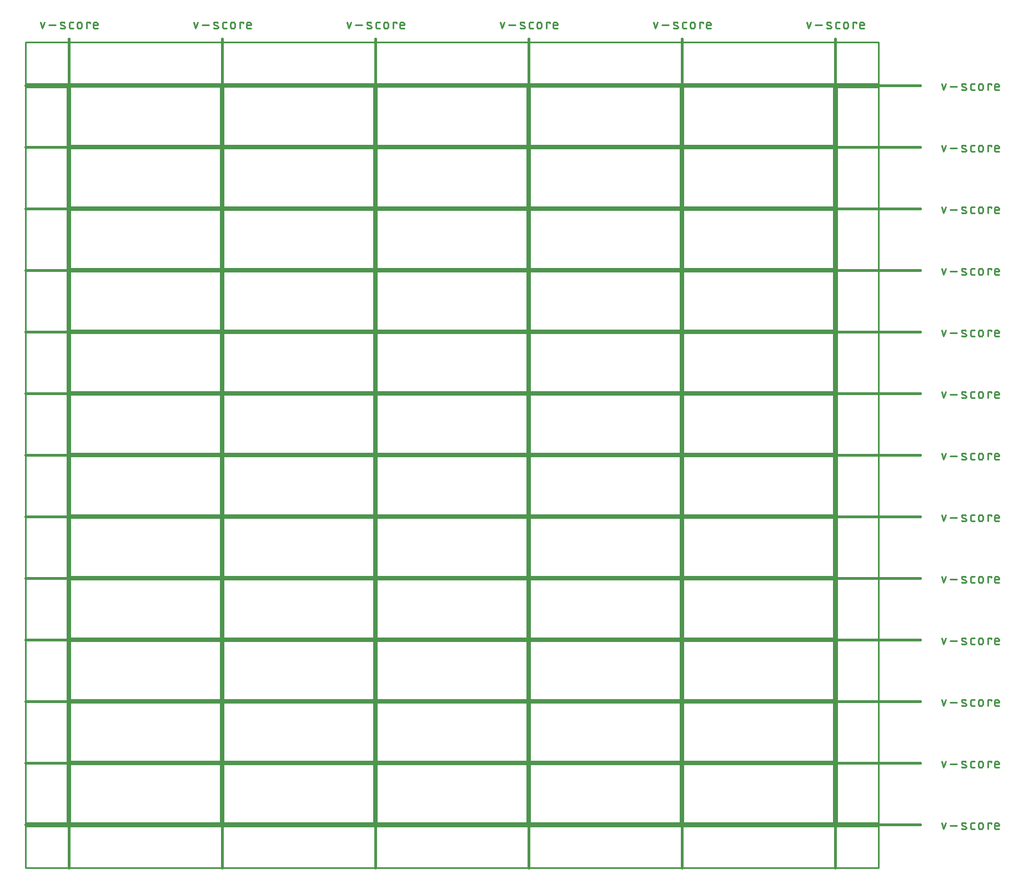
<source format=gko>
G04 EAGLE Gerber RS-274X export*
G75*
%MOMM*%
%FSLAX34Y34*%
%LPD*%
%IN*%
%IPPOS*%
%AMOC8*
5,1,8,0,0,1.08239X$1,22.5*%
G01*
%ADD10C,0.203200*%
%ADD11C,0.381000*%
%ADD12C,0.279400*%
%ADD13C,0.254000*%


D10*
X0Y0D02*
X228600Y0D01*
X228600Y88900D01*
X0Y88900D01*
X0Y0D01*
X233680Y0D02*
X462280Y0D01*
X462280Y88900D01*
X233680Y88900D01*
X233680Y0D01*
X467360Y0D02*
X695960Y0D01*
X695960Y88900D01*
X467360Y88900D01*
X467360Y0D01*
X701040Y0D02*
X929640Y0D01*
X929640Y88900D01*
X701040Y88900D01*
X701040Y0D01*
X934720Y0D02*
X1163320Y0D01*
X1163320Y88900D01*
X934720Y88900D01*
X934720Y0D01*
X228600Y93980D02*
X0Y93980D01*
X228600Y93980D02*
X228600Y182880D01*
X0Y182880D01*
X0Y93980D01*
X233680Y93980D02*
X462280Y93980D01*
X462280Y182880D01*
X233680Y182880D01*
X233680Y93980D01*
X467360Y93980D02*
X695960Y93980D01*
X695960Y182880D01*
X467360Y182880D01*
X467360Y93980D01*
X701040Y93980D02*
X929640Y93980D01*
X929640Y182880D01*
X701040Y182880D01*
X701040Y93980D01*
X934720Y93980D02*
X1163320Y93980D01*
X1163320Y182880D01*
X934720Y182880D01*
X934720Y93980D01*
X228600Y187960D02*
X0Y187960D01*
X228600Y187960D02*
X228600Y276860D01*
X0Y276860D01*
X0Y187960D01*
X233680Y187960D02*
X462280Y187960D01*
X462280Y276860D01*
X233680Y276860D01*
X233680Y187960D01*
X467360Y187960D02*
X695960Y187960D01*
X695960Y276860D01*
X467360Y276860D01*
X467360Y187960D01*
X701040Y187960D02*
X929640Y187960D01*
X929640Y276860D01*
X701040Y276860D01*
X701040Y187960D01*
X934720Y187960D02*
X1163320Y187960D01*
X1163320Y276860D01*
X934720Y276860D01*
X934720Y187960D01*
X228600Y281940D02*
X0Y281940D01*
X228600Y281940D02*
X228600Y370840D01*
X0Y370840D01*
X0Y281940D01*
X233680Y281940D02*
X462280Y281940D01*
X462280Y370840D01*
X233680Y370840D01*
X233680Y281940D01*
X467360Y281940D02*
X695960Y281940D01*
X695960Y370840D01*
X467360Y370840D01*
X467360Y281940D01*
X701040Y281940D02*
X929640Y281940D01*
X929640Y370840D01*
X701040Y370840D01*
X701040Y281940D01*
X934720Y281940D02*
X1163320Y281940D01*
X1163320Y370840D01*
X934720Y370840D01*
X934720Y281940D01*
X228600Y375920D02*
X0Y375920D01*
X228600Y375920D02*
X228600Y464820D01*
X0Y464820D01*
X0Y375920D01*
X233680Y375920D02*
X462280Y375920D01*
X462280Y464820D01*
X233680Y464820D01*
X233680Y375920D01*
X467360Y375920D02*
X695960Y375920D01*
X695960Y464820D01*
X467360Y464820D01*
X467360Y375920D01*
X701040Y375920D02*
X929640Y375920D01*
X929640Y464820D01*
X701040Y464820D01*
X701040Y375920D01*
X934720Y375920D02*
X1163320Y375920D01*
X1163320Y464820D01*
X934720Y464820D01*
X934720Y375920D01*
X228600Y469900D02*
X0Y469900D01*
X228600Y469900D02*
X228600Y558800D01*
X0Y558800D01*
X0Y469900D01*
X233680Y469900D02*
X462280Y469900D01*
X462280Y558800D01*
X233680Y558800D01*
X233680Y469900D01*
X467360Y469900D02*
X695960Y469900D01*
X695960Y558800D01*
X467360Y558800D01*
X467360Y469900D01*
X701040Y469900D02*
X929640Y469900D01*
X929640Y558800D01*
X701040Y558800D01*
X701040Y469900D01*
X934720Y469900D02*
X1163320Y469900D01*
X1163320Y558800D01*
X934720Y558800D01*
X934720Y469900D01*
X228600Y563880D02*
X0Y563880D01*
X228600Y563880D02*
X228600Y652780D01*
X0Y652780D01*
X0Y563880D01*
X233680Y563880D02*
X462280Y563880D01*
X462280Y652780D01*
X233680Y652780D01*
X233680Y563880D01*
X467360Y563880D02*
X695960Y563880D01*
X695960Y652780D01*
X467360Y652780D01*
X467360Y563880D01*
X701040Y563880D02*
X929640Y563880D01*
X929640Y652780D01*
X701040Y652780D01*
X701040Y563880D01*
X934720Y563880D02*
X1163320Y563880D01*
X1163320Y652780D01*
X934720Y652780D01*
X934720Y563880D01*
X228600Y657860D02*
X0Y657860D01*
X228600Y657860D02*
X228600Y746760D01*
X0Y746760D01*
X0Y657860D01*
X233680Y657860D02*
X462280Y657860D01*
X462280Y746760D01*
X233680Y746760D01*
X233680Y657860D01*
X467360Y657860D02*
X695960Y657860D01*
X695960Y746760D01*
X467360Y746760D01*
X467360Y657860D01*
X701040Y657860D02*
X929640Y657860D01*
X929640Y746760D01*
X701040Y746760D01*
X701040Y657860D01*
X934720Y657860D02*
X1163320Y657860D01*
X1163320Y746760D01*
X934720Y746760D01*
X934720Y657860D01*
X228600Y751840D02*
X0Y751840D01*
X228600Y751840D02*
X228600Y840740D01*
X0Y840740D01*
X0Y751840D01*
X233680Y751840D02*
X462280Y751840D01*
X462280Y840740D01*
X233680Y840740D01*
X233680Y751840D01*
X467360Y751840D02*
X695960Y751840D01*
X695960Y840740D01*
X467360Y840740D01*
X467360Y751840D01*
X701040Y751840D02*
X929640Y751840D01*
X929640Y840740D01*
X701040Y840740D01*
X701040Y751840D01*
X934720Y751840D02*
X1163320Y751840D01*
X1163320Y840740D01*
X934720Y840740D01*
X934720Y751840D01*
X228600Y845820D02*
X0Y845820D01*
X228600Y845820D02*
X228600Y934720D01*
X0Y934720D01*
X0Y845820D01*
X233680Y845820D02*
X462280Y845820D01*
X462280Y934720D01*
X233680Y934720D01*
X233680Y845820D01*
X467360Y845820D02*
X695960Y845820D01*
X695960Y934720D01*
X467360Y934720D01*
X467360Y845820D01*
X701040Y845820D02*
X929640Y845820D01*
X929640Y934720D01*
X701040Y934720D01*
X701040Y845820D01*
X934720Y845820D02*
X1163320Y845820D01*
X1163320Y934720D01*
X934720Y934720D01*
X934720Y845820D01*
X228600Y939800D02*
X0Y939800D01*
X228600Y939800D02*
X228600Y1028700D01*
X0Y1028700D01*
X0Y939800D01*
X233680Y939800D02*
X462280Y939800D01*
X462280Y1028700D01*
X233680Y1028700D01*
X233680Y939800D01*
X467360Y939800D02*
X695960Y939800D01*
X695960Y1028700D01*
X467360Y1028700D01*
X467360Y939800D01*
X701040Y939800D02*
X929640Y939800D01*
X929640Y1028700D01*
X701040Y1028700D01*
X701040Y939800D01*
X934720Y939800D02*
X1163320Y939800D01*
X1163320Y1028700D01*
X934720Y1028700D01*
X934720Y939800D01*
X228600Y1033780D02*
X0Y1033780D01*
X228600Y1033780D02*
X228600Y1122680D01*
X0Y1122680D01*
X0Y1033780D01*
X233680Y1033780D02*
X462280Y1033780D01*
X462280Y1122680D01*
X233680Y1122680D01*
X233680Y1033780D01*
X467360Y1033780D02*
X695960Y1033780D01*
X695960Y1122680D01*
X467360Y1122680D01*
X467360Y1033780D01*
X701040Y1033780D02*
X929640Y1033780D01*
X929640Y1122680D01*
X701040Y1122680D01*
X701040Y1033780D01*
X934720Y1033780D02*
X1163320Y1033780D01*
X1163320Y1122680D01*
X934720Y1122680D01*
X934720Y1033780D01*
D11*
X-2540Y1196340D02*
X-2540Y-68580D01*
D12*
X-42921Y1211707D02*
X-46251Y1221698D01*
X-39590Y1221698D02*
X-42921Y1211707D01*
X-32806Y1217535D02*
X-22815Y1217535D01*
X-14261Y1217535D02*
X-10098Y1215870D01*
X-14261Y1217534D02*
X-14346Y1217570D01*
X-14429Y1217610D01*
X-14510Y1217653D01*
X-14590Y1217700D01*
X-14667Y1217750D01*
X-14743Y1217803D01*
X-14816Y1217859D01*
X-14886Y1217919D01*
X-14954Y1217981D01*
X-15019Y1218046D01*
X-15081Y1218114D01*
X-15141Y1218185D01*
X-15197Y1218258D01*
X-15250Y1218333D01*
X-15300Y1218411D01*
X-15346Y1218490D01*
X-15389Y1218572D01*
X-15429Y1218655D01*
X-15465Y1218740D01*
X-15497Y1218826D01*
X-15526Y1218914D01*
X-15550Y1219003D01*
X-15571Y1219093D01*
X-15588Y1219183D01*
X-15602Y1219274D01*
X-15611Y1219366D01*
X-15616Y1219458D01*
X-15618Y1219550D01*
X-15616Y1219642D01*
X-15609Y1219734D01*
X-15599Y1219826D01*
X-15585Y1219917D01*
X-15567Y1220008D01*
X-15545Y1220097D01*
X-15519Y1220186D01*
X-15489Y1220273D01*
X-15456Y1220359D01*
X-15419Y1220443D01*
X-15379Y1220526D01*
X-15335Y1220607D01*
X-15288Y1220686D01*
X-15237Y1220763D01*
X-15183Y1220838D01*
X-15126Y1220911D01*
X-15066Y1220981D01*
X-15003Y1221048D01*
X-14937Y1221112D01*
X-14869Y1221174D01*
X-14798Y1221233D01*
X-14724Y1221288D01*
X-14648Y1221341D01*
X-14570Y1221390D01*
X-14490Y1221436D01*
X-14409Y1221478D01*
X-14325Y1221517D01*
X-14240Y1221552D01*
X-14153Y1221583D01*
X-14065Y1221611D01*
X-13976Y1221635D01*
X-13886Y1221655D01*
X-13796Y1221672D01*
X-13704Y1221684D01*
X-13612Y1221693D01*
X-13520Y1221697D01*
X-13428Y1221698D01*
X-13201Y1221692D01*
X-12974Y1221681D01*
X-12747Y1221664D01*
X-12521Y1221641D01*
X-12295Y1221614D01*
X-12070Y1221580D01*
X-11846Y1221542D01*
X-11623Y1221498D01*
X-11401Y1221449D01*
X-11180Y1221394D01*
X-10961Y1221334D01*
X-10743Y1221269D01*
X-10527Y1221198D01*
X-10313Y1221123D01*
X-10100Y1221042D01*
X-9890Y1220956D01*
X-9681Y1220865D01*
X-10098Y1215870D02*
X-10013Y1215834D01*
X-9930Y1215794D01*
X-9849Y1215751D01*
X-9769Y1215704D01*
X-9692Y1215654D01*
X-9616Y1215601D01*
X-9543Y1215545D01*
X-9473Y1215485D01*
X-9405Y1215423D01*
X-9340Y1215358D01*
X-9278Y1215290D01*
X-9218Y1215219D01*
X-9162Y1215146D01*
X-9109Y1215071D01*
X-9059Y1214993D01*
X-9013Y1214914D01*
X-8970Y1214832D01*
X-8930Y1214749D01*
X-8894Y1214664D01*
X-8862Y1214578D01*
X-8833Y1214490D01*
X-8809Y1214401D01*
X-8788Y1214311D01*
X-8771Y1214221D01*
X-8757Y1214130D01*
X-8748Y1214038D01*
X-8743Y1213946D01*
X-8741Y1213854D01*
X-8743Y1213762D01*
X-8750Y1213670D01*
X-8760Y1213578D01*
X-8774Y1213487D01*
X-8792Y1213396D01*
X-8814Y1213307D01*
X-8840Y1213218D01*
X-8870Y1213131D01*
X-8903Y1213045D01*
X-8940Y1212961D01*
X-8980Y1212878D01*
X-9024Y1212797D01*
X-9071Y1212718D01*
X-9122Y1212641D01*
X-9176Y1212566D01*
X-9233Y1212493D01*
X-9293Y1212423D01*
X-9356Y1212356D01*
X-9422Y1212292D01*
X-9490Y1212230D01*
X-9561Y1212171D01*
X-9635Y1212116D01*
X-9711Y1212063D01*
X-9789Y1212014D01*
X-9869Y1211968D01*
X-9950Y1211926D01*
X-10034Y1211887D01*
X-10119Y1211852D01*
X-10206Y1211821D01*
X-10294Y1211793D01*
X-10383Y1211769D01*
X-10473Y1211749D01*
X-10563Y1211732D01*
X-10655Y1211720D01*
X-10747Y1211711D01*
X-10839Y1211707D01*
X-10931Y1211706D01*
X-10931Y1211707D02*
X-11265Y1211716D01*
X-11598Y1211733D01*
X-11931Y1211757D01*
X-12264Y1211790D01*
X-12595Y1211830D01*
X-12926Y1211878D01*
X-13255Y1211934D01*
X-13583Y1211997D01*
X-13909Y1212069D01*
X-14233Y1212148D01*
X-14556Y1212234D01*
X-14876Y1212329D01*
X-15194Y1212431D01*
X-15510Y1212540D01*
X562Y1211707D02*
X3892Y1211707D01*
X562Y1211707D02*
X464Y1211709D01*
X366Y1211715D01*
X268Y1211724D01*
X171Y1211738D01*
X75Y1211755D01*
X-21Y1211776D01*
X-116Y1211801D01*
X-210Y1211829D01*
X-303Y1211861D01*
X-394Y1211897D01*
X-484Y1211936D01*
X-572Y1211979D01*
X-659Y1212026D01*
X-743Y1212075D01*
X-826Y1212128D01*
X-906Y1212184D01*
X-985Y1212243D01*
X-1060Y1212306D01*
X-1134Y1212371D01*
X-1204Y1212439D01*
X-1272Y1212509D01*
X-1338Y1212583D01*
X-1400Y1212659D01*
X-1459Y1212737D01*
X-1515Y1212817D01*
X-1568Y1212900D01*
X-1618Y1212984D01*
X-1664Y1213071D01*
X-1707Y1213159D01*
X-1746Y1213249D01*
X-1782Y1213340D01*
X-1814Y1213433D01*
X-1842Y1213527D01*
X-1867Y1213622D01*
X-1888Y1213718D01*
X-1905Y1213814D01*
X-1919Y1213911D01*
X-1928Y1214009D01*
X-1934Y1214107D01*
X-1936Y1214205D01*
X-1936Y1219200D01*
X-1934Y1219298D01*
X-1928Y1219396D01*
X-1919Y1219494D01*
X-1905Y1219591D01*
X-1888Y1219687D01*
X-1867Y1219783D01*
X-1842Y1219878D01*
X-1814Y1219972D01*
X-1782Y1220065D01*
X-1746Y1220156D01*
X-1707Y1220246D01*
X-1664Y1220334D01*
X-1617Y1220421D01*
X-1568Y1220505D01*
X-1515Y1220588D01*
X-1459Y1220668D01*
X-1400Y1220746D01*
X-1337Y1220822D01*
X-1272Y1220896D01*
X-1204Y1220966D01*
X-1134Y1221034D01*
X-1060Y1221099D01*
X-984Y1221162D01*
X-906Y1221221D01*
X-826Y1221277D01*
X-743Y1221330D01*
X-659Y1221379D01*
X-572Y1221426D01*
X-484Y1221469D01*
X-394Y1221508D01*
X-303Y1221544D01*
X-210Y1221576D01*
X-116Y1221604D01*
X-21Y1221629D01*
X75Y1221650D01*
X171Y1221667D01*
X268Y1221681D01*
X366Y1221690D01*
X464Y1221696D01*
X562Y1221698D01*
X3892Y1221698D01*
X10022Y1218367D02*
X10022Y1215037D01*
X10022Y1218367D02*
X10024Y1218481D01*
X10030Y1218594D01*
X10039Y1218708D01*
X10053Y1218820D01*
X10070Y1218933D01*
X10092Y1219045D01*
X10117Y1219155D01*
X10145Y1219265D01*
X10178Y1219374D01*
X10214Y1219482D01*
X10254Y1219589D01*
X10298Y1219694D01*
X10345Y1219797D01*
X10395Y1219899D01*
X10449Y1219999D01*
X10507Y1220097D01*
X10568Y1220193D01*
X10631Y1220287D01*
X10699Y1220379D01*
X10769Y1220469D01*
X10842Y1220555D01*
X10918Y1220640D01*
X10997Y1220722D01*
X11079Y1220801D01*
X11164Y1220877D01*
X11250Y1220950D01*
X11340Y1221020D01*
X11432Y1221088D01*
X11526Y1221151D01*
X11622Y1221212D01*
X11720Y1221270D01*
X11820Y1221324D01*
X11922Y1221374D01*
X12025Y1221421D01*
X12130Y1221465D01*
X12237Y1221505D01*
X12345Y1221541D01*
X12454Y1221574D01*
X12564Y1221602D01*
X12674Y1221627D01*
X12786Y1221649D01*
X12899Y1221666D01*
X13011Y1221680D01*
X13125Y1221689D01*
X13238Y1221695D01*
X13352Y1221697D01*
X13466Y1221695D01*
X13579Y1221689D01*
X13693Y1221680D01*
X13805Y1221666D01*
X13918Y1221649D01*
X14030Y1221627D01*
X14140Y1221602D01*
X14250Y1221574D01*
X14359Y1221541D01*
X14467Y1221505D01*
X14574Y1221465D01*
X14679Y1221421D01*
X14782Y1221374D01*
X14884Y1221324D01*
X14984Y1221270D01*
X15082Y1221212D01*
X15178Y1221151D01*
X15272Y1221088D01*
X15364Y1221020D01*
X15454Y1220950D01*
X15540Y1220877D01*
X15625Y1220801D01*
X15707Y1220722D01*
X15786Y1220640D01*
X15862Y1220555D01*
X15935Y1220469D01*
X16005Y1220379D01*
X16073Y1220287D01*
X16136Y1220193D01*
X16197Y1220097D01*
X16255Y1219999D01*
X16309Y1219899D01*
X16359Y1219797D01*
X16406Y1219694D01*
X16450Y1219589D01*
X16490Y1219482D01*
X16526Y1219374D01*
X16559Y1219265D01*
X16587Y1219155D01*
X16612Y1219045D01*
X16634Y1218933D01*
X16651Y1218820D01*
X16665Y1218708D01*
X16674Y1218594D01*
X16680Y1218481D01*
X16682Y1218367D01*
X16682Y1215037D01*
X16680Y1214923D01*
X16674Y1214810D01*
X16665Y1214696D01*
X16651Y1214584D01*
X16634Y1214471D01*
X16612Y1214359D01*
X16587Y1214249D01*
X16559Y1214139D01*
X16526Y1214030D01*
X16490Y1213922D01*
X16450Y1213815D01*
X16406Y1213710D01*
X16359Y1213607D01*
X16309Y1213505D01*
X16255Y1213405D01*
X16197Y1213307D01*
X16136Y1213211D01*
X16073Y1213117D01*
X16005Y1213025D01*
X15935Y1212935D01*
X15862Y1212849D01*
X15786Y1212764D01*
X15707Y1212682D01*
X15625Y1212603D01*
X15540Y1212527D01*
X15454Y1212454D01*
X15364Y1212384D01*
X15272Y1212316D01*
X15178Y1212253D01*
X15082Y1212192D01*
X14984Y1212134D01*
X14884Y1212080D01*
X14782Y1212030D01*
X14679Y1211983D01*
X14574Y1211939D01*
X14467Y1211899D01*
X14359Y1211863D01*
X14250Y1211830D01*
X14140Y1211802D01*
X14030Y1211777D01*
X13918Y1211755D01*
X13805Y1211738D01*
X13693Y1211724D01*
X13579Y1211715D01*
X13466Y1211709D01*
X13352Y1211707D01*
X13238Y1211709D01*
X13125Y1211715D01*
X13011Y1211724D01*
X12899Y1211738D01*
X12786Y1211755D01*
X12674Y1211777D01*
X12564Y1211802D01*
X12454Y1211830D01*
X12345Y1211863D01*
X12237Y1211899D01*
X12130Y1211939D01*
X12025Y1211983D01*
X11922Y1212030D01*
X11820Y1212080D01*
X11720Y1212134D01*
X11622Y1212192D01*
X11526Y1212253D01*
X11432Y1212316D01*
X11340Y1212384D01*
X11250Y1212454D01*
X11164Y1212527D01*
X11079Y1212603D01*
X10997Y1212682D01*
X10918Y1212764D01*
X10842Y1212849D01*
X10769Y1212935D01*
X10699Y1213025D01*
X10631Y1213117D01*
X10568Y1213211D01*
X10507Y1213307D01*
X10449Y1213405D01*
X10395Y1213505D01*
X10345Y1213607D01*
X10298Y1213710D01*
X10254Y1213815D01*
X10214Y1213922D01*
X10178Y1214030D01*
X10145Y1214139D01*
X10117Y1214249D01*
X10092Y1214359D01*
X10070Y1214471D01*
X10053Y1214584D01*
X10039Y1214696D01*
X10030Y1214810D01*
X10024Y1214923D01*
X10022Y1215037D01*
X24218Y1211707D02*
X24218Y1221698D01*
X29213Y1221698D01*
X29213Y1220033D01*
X37008Y1211707D02*
X41171Y1211707D01*
X37008Y1211707D02*
X36910Y1211709D01*
X36812Y1211715D01*
X36714Y1211724D01*
X36617Y1211738D01*
X36521Y1211755D01*
X36425Y1211776D01*
X36330Y1211801D01*
X36236Y1211829D01*
X36143Y1211861D01*
X36052Y1211897D01*
X35962Y1211936D01*
X35874Y1211979D01*
X35787Y1212026D01*
X35703Y1212075D01*
X35620Y1212128D01*
X35540Y1212184D01*
X35462Y1212243D01*
X35386Y1212306D01*
X35312Y1212371D01*
X35242Y1212439D01*
X35174Y1212509D01*
X35109Y1212583D01*
X35046Y1212659D01*
X34987Y1212737D01*
X34931Y1212817D01*
X34878Y1212900D01*
X34829Y1212984D01*
X34782Y1213071D01*
X34739Y1213159D01*
X34700Y1213249D01*
X34664Y1213340D01*
X34632Y1213433D01*
X34604Y1213527D01*
X34579Y1213622D01*
X34558Y1213718D01*
X34541Y1213814D01*
X34527Y1213911D01*
X34518Y1214009D01*
X34512Y1214107D01*
X34510Y1214205D01*
X34510Y1218367D01*
X34511Y1218367D02*
X34513Y1218481D01*
X34519Y1218594D01*
X34528Y1218708D01*
X34542Y1218820D01*
X34559Y1218933D01*
X34581Y1219045D01*
X34606Y1219155D01*
X34634Y1219265D01*
X34667Y1219374D01*
X34703Y1219482D01*
X34743Y1219589D01*
X34787Y1219694D01*
X34834Y1219797D01*
X34884Y1219899D01*
X34938Y1219999D01*
X34996Y1220097D01*
X35057Y1220193D01*
X35120Y1220287D01*
X35188Y1220379D01*
X35258Y1220469D01*
X35331Y1220555D01*
X35407Y1220640D01*
X35486Y1220722D01*
X35568Y1220801D01*
X35653Y1220877D01*
X35739Y1220950D01*
X35829Y1221020D01*
X35921Y1221088D01*
X36015Y1221151D01*
X36111Y1221212D01*
X36209Y1221270D01*
X36309Y1221324D01*
X36411Y1221374D01*
X36514Y1221421D01*
X36619Y1221465D01*
X36726Y1221505D01*
X36834Y1221541D01*
X36943Y1221574D01*
X37053Y1221602D01*
X37163Y1221627D01*
X37275Y1221649D01*
X37388Y1221666D01*
X37500Y1221680D01*
X37614Y1221689D01*
X37727Y1221695D01*
X37841Y1221697D01*
X37955Y1221695D01*
X38068Y1221689D01*
X38182Y1221680D01*
X38294Y1221666D01*
X38407Y1221649D01*
X38519Y1221627D01*
X38629Y1221602D01*
X38739Y1221574D01*
X38848Y1221541D01*
X38956Y1221505D01*
X39063Y1221465D01*
X39168Y1221421D01*
X39271Y1221374D01*
X39373Y1221324D01*
X39473Y1221270D01*
X39571Y1221212D01*
X39667Y1221151D01*
X39761Y1221088D01*
X39853Y1221020D01*
X39943Y1220950D01*
X40029Y1220877D01*
X40114Y1220801D01*
X40196Y1220722D01*
X40275Y1220640D01*
X40351Y1220555D01*
X40424Y1220469D01*
X40494Y1220379D01*
X40562Y1220287D01*
X40625Y1220193D01*
X40686Y1220097D01*
X40744Y1219999D01*
X40798Y1219899D01*
X40848Y1219797D01*
X40895Y1219694D01*
X40939Y1219589D01*
X40979Y1219482D01*
X41015Y1219374D01*
X41048Y1219265D01*
X41076Y1219155D01*
X41101Y1219045D01*
X41123Y1218933D01*
X41140Y1218820D01*
X41154Y1218708D01*
X41163Y1218594D01*
X41169Y1218481D01*
X41171Y1218367D01*
X41171Y1216702D01*
X34510Y1216702D01*
D11*
X231140Y1196340D02*
X231140Y-68580D01*
D12*
X190759Y1211707D02*
X187429Y1221698D01*
X194090Y1221698D02*
X190759Y1211707D01*
X200874Y1217535D02*
X210865Y1217535D01*
X219419Y1217535D02*
X223582Y1215870D01*
X219419Y1217534D02*
X219334Y1217570D01*
X219251Y1217610D01*
X219170Y1217653D01*
X219090Y1217700D01*
X219013Y1217750D01*
X218937Y1217803D01*
X218864Y1217859D01*
X218794Y1217919D01*
X218726Y1217981D01*
X218661Y1218046D01*
X218599Y1218114D01*
X218539Y1218185D01*
X218483Y1218258D01*
X218430Y1218333D01*
X218380Y1218411D01*
X218334Y1218490D01*
X218291Y1218572D01*
X218251Y1218655D01*
X218215Y1218740D01*
X218183Y1218826D01*
X218154Y1218914D01*
X218130Y1219003D01*
X218109Y1219093D01*
X218092Y1219183D01*
X218078Y1219274D01*
X218069Y1219366D01*
X218064Y1219458D01*
X218062Y1219550D01*
X218064Y1219642D01*
X218071Y1219734D01*
X218081Y1219826D01*
X218095Y1219917D01*
X218113Y1220008D01*
X218135Y1220097D01*
X218161Y1220186D01*
X218191Y1220273D01*
X218224Y1220359D01*
X218261Y1220443D01*
X218301Y1220526D01*
X218345Y1220607D01*
X218392Y1220686D01*
X218443Y1220763D01*
X218497Y1220838D01*
X218554Y1220911D01*
X218614Y1220981D01*
X218677Y1221048D01*
X218743Y1221112D01*
X218811Y1221174D01*
X218882Y1221233D01*
X218956Y1221288D01*
X219032Y1221341D01*
X219110Y1221390D01*
X219190Y1221436D01*
X219271Y1221478D01*
X219355Y1221517D01*
X219440Y1221552D01*
X219527Y1221583D01*
X219615Y1221611D01*
X219704Y1221635D01*
X219794Y1221655D01*
X219884Y1221672D01*
X219976Y1221684D01*
X220068Y1221693D01*
X220160Y1221697D01*
X220252Y1221698D01*
X220479Y1221692D01*
X220706Y1221681D01*
X220933Y1221664D01*
X221159Y1221641D01*
X221385Y1221614D01*
X221610Y1221580D01*
X221834Y1221542D01*
X222057Y1221498D01*
X222279Y1221449D01*
X222500Y1221394D01*
X222719Y1221334D01*
X222937Y1221269D01*
X223153Y1221198D01*
X223367Y1221123D01*
X223580Y1221042D01*
X223790Y1220956D01*
X223999Y1220865D01*
X223582Y1215870D02*
X223667Y1215834D01*
X223750Y1215794D01*
X223831Y1215751D01*
X223911Y1215704D01*
X223988Y1215654D01*
X224064Y1215601D01*
X224137Y1215545D01*
X224207Y1215485D01*
X224275Y1215423D01*
X224340Y1215358D01*
X224402Y1215290D01*
X224462Y1215219D01*
X224518Y1215146D01*
X224571Y1215071D01*
X224621Y1214993D01*
X224667Y1214914D01*
X224710Y1214832D01*
X224750Y1214749D01*
X224786Y1214664D01*
X224818Y1214578D01*
X224847Y1214490D01*
X224871Y1214401D01*
X224892Y1214311D01*
X224909Y1214221D01*
X224923Y1214130D01*
X224932Y1214038D01*
X224937Y1213946D01*
X224939Y1213854D01*
X224937Y1213762D01*
X224930Y1213670D01*
X224920Y1213578D01*
X224906Y1213487D01*
X224888Y1213396D01*
X224866Y1213307D01*
X224840Y1213218D01*
X224810Y1213131D01*
X224777Y1213045D01*
X224740Y1212961D01*
X224700Y1212878D01*
X224656Y1212797D01*
X224609Y1212718D01*
X224558Y1212641D01*
X224504Y1212566D01*
X224447Y1212493D01*
X224387Y1212423D01*
X224324Y1212356D01*
X224258Y1212292D01*
X224190Y1212230D01*
X224119Y1212171D01*
X224045Y1212116D01*
X223969Y1212063D01*
X223891Y1212014D01*
X223811Y1211968D01*
X223730Y1211926D01*
X223646Y1211887D01*
X223561Y1211852D01*
X223474Y1211821D01*
X223386Y1211793D01*
X223297Y1211769D01*
X223207Y1211749D01*
X223117Y1211732D01*
X223025Y1211720D01*
X222933Y1211711D01*
X222841Y1211707D01*
X222749Y1211706D01*
X222749Y1211707D02*
X222415Y1211716D01*
X222082Y1211733D01*
X221749Y1211757D01*
X221416Y1211790D01*
X221085Y1211830D01*
X220754Y1211878D01*
X220425Y1211934D01*
X220097Y1211997D01*
X219771Y1212069D01*
X219447Y1212148D01*
X219124Y1212234D01*
X218804Y1212329D01*
X218486Y1212431D01*
X218170Y1212540D01*
X234242Y1211707D02*
X237572Y1211707D01*
X234242Y1211707D02*
X234144Y1211709D01*
X234046Y1211715D01*
X233948Y1211724D01*
X233851Y1211738D01*
X233755Y1211755D01*
X233659Y1211776D01*
X233564Y1211801D01*
X233470Y1211829D01*
X233377Y1211861D01*
X233286Y1211897D01*
X233196Y1211936D01*
X233108Y1211979D01*
X233021Y1212026D01*
X232937Y1212075D01*
X232854Y1212128D01*
X232774Y1212184D01*
X232696Y1212243D01*
X232620Y1212306D01*
X232546Y1212371D01*
X232476Y1212439D01*
X232408Y1212509D01*
X232343Y1212583D01*
X232280Y1212659D01*
X232221Y1212737D01*
X232165Y1212817D01*
X232112Y1212900D01*
X232063Y1212984D01*
X232016Y1213071D01*
X231973Y1213159D01*
X231934Y1213249D01*
X231898Y1213340D01*
X231866Y1213433D01*
X231838Y1213527D01*
X231813Y1213622D01*
X231792Y1213718D01*
X231775Y1213814D01*
X231761Y1213911D01*
X231752Y1214009D01*
X231746Y1214107D01*
X231744Y1214205D01*
X231744Y1219200D01*
X231746Y1219298D01*
X231752Y1219396D01*
X231761Y1219494D01*
X231775Y1219591D01*
X231792Y1219687D01*
X231813Y1219783D01*
X231838Y1219878D01*
X231866Y1219972D01*
X231898Y1220065D01*
X231934Y1220156D01*
X231973Y1220246D01*
X232016Y1220334D01*
X232063Y1220421D01*
X232112Y1220505D01*
X232165Y1220588D01*
X232221Y1220668D01*
X232280Y1220747D01*
X232343Y1220822D01*
X232408Y1220896D01*
X232476Y1220966D01*
X232546Y1221034D01*
X232620Y1221100D01*
X232696Y1221162D01*
X232774Y1221221D01*
X232854Y1221277D01*
X232937Y1221330D01*
X233021Y1221380D01*
X233108Y1221426D01*
X233196Y1221469D01*
X233286Y1221508D01*
X233377Y1221544D01*
X233470Y1221576D01*
X233564Y1221604D01*
X233659Y1221629D01*
X233755Y1221650D01*
X233851Y1221667D01*
X233948Y1221681D01*
X234046Y1221690D01*
X234144Y1221696D01*
X234242Y1221698D01*
X237572Y1221698D01*
X243702Y1218367D02*
X243702Y1215037D01*
X243702Y1218367D02*
X243704Y1218481D01*
X243710Y1218594D01*
X243719Y1218708D01*
X243733Y1218820D01*
X243750Y1218933D01*
X243772Y1219045D01*
X243797Y1219155D01*
X243825Y1219265D01*
X243858Y1219374D01*
X243894Y1219482D01*
X243934Y1219589D01*
X243978Y1219694D01*
X244025Y1219797D01*
X244075Y1219899D01*
X244129Y1219999D01*
X244187Y1220097D01*
X244248Y1220193D01*
X244311Y1220287D01*
X244379Y1220379D01*
X244449Y1220469D01*
X244522Y1220555D01*
X244598Y1220640D01*
X244677Y1220722D01*
X244759Y1220801D01*
X244844Y1220877D01*
X244930Y1220950D01*
X245020Y1221020D01*
X245112Y1221088D01*
X245206Y1221151D01*
X245302Y1221212D01*
X245400Y1221270D01*
X245500Y1221324D01*
X245602Y1221374D01*
X245705Y1221421D01*
X245810Y1221465D01*
X245917Y1221505D01*
X246025Y1221541D01*
X246134Y1221574D01*
X246244Y1221602D01*
X246354Y1221627D01*
X246466Y1221649D01*
X246579Y1221666D01*
X246691Y1221680D01*
X246805Y1221689D01*
X246918Y1221695D01*
X247032Y1221697D01*
X247146Y1221695D01*
X247259Y1221689D01*
X247373Y1221680D01*
X247485Y1221666D01*
X247598Y1221649D01*
X247710Y1221627D01*
X247820Y1221602D01*
X247930Y1221574D01*
X248039Y1221541D01*
X248147Y1221505D01*
X248254Y1221465D01*
X248359Y1221421D01*
X248462Y1221374D01*
X248564Y1221324D01*
X248664Y1221270D01*
X248762Y1221212D01*
X248858Y1221151D01*
X248952Y1221088D01*
X249044Y1221020D01*
X249134Y1220950D01*
X249220Y1220877D01*
X249305Y1220801D01*
X249387Y1220722D01*
X249466Y1220640D01*
X249542Y1220555D01*
X249615Y1220469D01*
X249685Y1220379D01*
X249753Y1220287D01*
X249816Y1220193D01*
X249877Y1220097D01*
X249935Y1219999D01*
X249989Y1219899D01*
X250039Y1219797D01*
X250086Y1219694D01*
X250130Y1219589D01*
X250170Y1219482D01*
X250206Y1219374D01*
X250239Y1219265D01*
X250267Y1219155D01*
X250292Y1219045D01*
X250314Y1218933D01*
X250331Y1218820D01*
X250345Y1218708D01*
X250354Y1218594D01*
X250360Y1218481D01*
X250362Y1218367D01*
X250362Y1215037D01*
X250360Y1214923D01*
X250354Y1214810D01*
X250345Y1214696D01*
X250331Y1214584D01*
X250314Y1214471D01*
X250292Y1214359D01*
X250267Y1214249D01*
X250239Y1214139D01*
X250206Y1214030D01*
X250170Y1213922D01*
X250130Y1213815D01*
X250086Y1213710D01*
X250039Y1213607D01*
X249989Y1213505D01*
X249935Y1213405D01*
X249877Y1213307D01*
X249816Y1213211D01*
X249753Y1213117D01*
X249685Y1213025D01*
X249615Y1212935D01*
X249542Y1212849D01*
X249466Y1212764D01*
X249387Y1212682D01*
X249305Y1212603D01*
X249220Y1212527D01*
X249134Y1212454D01*
X249044Y1212384D01*
X248952Y1212316D01*
X248858Y1212253D01*
X248762Y1212192D01*
X248664Y1212134D01*
X248564Y1212080D01*
X248462Y1212030D01*
X248359Y1211983D01*
X248254Y1211939D01*
X248147Y1211899D01*
X248039Y1211863D01*
X247930Y1211830D01*
X247820Y1211802D01*
X247710Y1211777D01*
X247598Y1211755D01*
X247485Y1211738D01*
X247373Y1211724D01*
X247259Y1211715D01*
X247146Y1211709D01*
X247032Y1211707D01*
X246918Y1211709D01*
X246805Y1211715D01*
X246691Y1211724D01*
X246579Y1211738D01*
X246466Y1211755D01*
X246354Y1211777D01*
X246244Y1211802D01*
X246134Y1211830D01*
X246025Y1211863D01*
X245917Y1211899D01*
X245810Y1211939D01*
X245705Y1211983D01*
X245602Y1212030D01*
X245500Y1212080D01*
X245400Y1212134D01*
X245302Y1212192D01*
X245206Y1212253D01*
X245112Y1212316D01*
X245020Y1212384D01*
X244930Y1212454D01*
X244844Y1212527D01*
X244759Y1212603D01*
X244677Y1212682D01*
X244598Y1212764D01*
X244522Y1212849D01*
X244449Y1212935D01*
X244379Y1213025D01*
X244311Y1213117D01*
X244248Y1213211D01*
X244187Y1213307D01*
X244129Y1213405D01*
X244075Y1213505D01*
X244025Y1213607D01*
X243978Y1213710D01*
X243934Y1213815D01*
X243894Y1213922D01*
X243858Y1214030D01*
X243825Y1214139D01*
X243797Y1214249D01*
X243772Y1214359D01*
X243750Y1214471D01*
X243733Y1214584D01*
X243719Y1214696D01*
X243710Y1214810D01*
X243704Y1214923D01*
X243702Y1215037D01*
X257898Y1211707D02*
X257898Y1221698D01*
X262893Y1221698D01*
X262893Y1220033D01*
X270688Y1211707D02*
X274851Y1211707D01*
X270688Y1211707D02*
X270590Y1211709D01*
X270492Y1211715D01*
X270394Y1211724D01*
X270297Y1211738D01*
X270201Y1211755D01*
X270105Y1211776D01*
X270010Y1211801D01*
X269916Y1211829D01*
X269823Y1211861D01*
X269732Y1211897D01*
X269642Y1211936D01*
X269554Y1211979D01*
X269467Y1212026D01*
X269383Y1212075D01*
X269300Y1212128D01*
X269220Y1212184D01*
X269142Y1212243D01*
X269066Y1212306D01*
X268992Y1212371D01*
X268922Y1212439D01*
X268854Y1212509D01*
X268789Y1212583D01*
X268726Y1212659D01*
X268667Y1212737D01*
X268611Y1212817D01*
X268558Y1212900D01*
X268509Y1212984D01*
X268462Y1213071D01*
X268419Y1213159D01*
X268380Y1213249D01*
X268344Y1213340D01*
X268312Y1213433D01*
X268284Y1213527D01*
X268259Y1213622D01*
X268238Y1213718D01*
X268221Y1213814D01*
X268207Y1213911D01*
X268198Y1214009D01*
X268192Y1214107D01*
X268190Y1214205D01*
X268190Y1218367D01*
X268191Y1218367D02*
X268193Y1218481D01*
X268199Y1218594D01*
X268208Y1218708D01*
X268222Y1218820D01*
X268239Y1218933D01*
X268261Y1219045D01*
X268286Y1219155D01*
X268314Y1219265D01*
X268347Y1219374D01*
X268383Y1219482D01*
X268423Y1219589D01*
X268467Y1219694D01*
X268514Y1219797D01*
X268564Y1219899D01*
X268618Y1219999D01*
X268676Y1220097D01*
X268737Y1220193D01*
X268800Y1220287D01*
X268868Y1220379D01*
X268938Y1220469D01*
X269011Y1220555D01*
X269087Y1220640D01*
X269166Y1220722D01*
X269248Y1220801D01*
X269333Y1220877D01*
X269419Y1220950D01*
X269509Y1221020D01*
X269601Y1221088D01*
X269695Y1221151D01*
X269791Y1221212D01*
X269889Y1221270D01*
X269989Y1221324D01*
X270091Y1221374D01*
X270194Y1221421D01*
X270299Y1221465D01*
X270406Y1221505D01*
X270514Y1221541D01*
X270623Y1221574D01*
X270733Y1221602D01*
X270843Y1221627D01*
X270955Y1221649D01*
X271068Y1221666D01*
X271180Y1221680D01*
X271294Y1221689D01*
X271407Y1221695D01*
X271521Y1221697D01*
X271635Y1221695D01*
X271748Y1221689D01*
X271862Y1221680D01*
X271974Y1221666D01*
X272087Y1221649D01*
X272199Y1221627D01*
X272309Y1221602D01*
X272419Y1221574D01*
X272528Y1221541D01*
X272636Y1221505D01*
X272743Y1221465D01*
X272848Y1221421D01*
X272951Y1221374D01*
X273053Y1221324D01*
X273153Y1221270D01*
X273251Y1221212D01*
X273347Y1221151D01*
X273441Y1221088D01*
X273533Y1221020D01*
X273623Y1220950D01*
X273709Y1220877D01*
X273794Y1220801D01*
X273876Y1220722D01*
X273955Y1220640D01*
X274031Y1220555D01*
X274104Y1220469D01*
X274174Y1220379D01*
X274242Y1220287D01*
X274305Y1220193D01*
X274366Y1220097D01*
X274424Y1219999D01*
X274478Y1219899D01*
X274528Y1219797D01*
X274575Y1219694D01*
X274619Y1219589D01*
X274659Y1219482D01*
X274695Y1219374D01*
X274728Y1219265D01*
X274756Y1219155D01*
X274781Y1219045D01*
X274803Y1218933D01*
X274820Y1218820D01*
X274834Y1218708D01*
X274843Y1218594D01*
X274849Y1218481D01*
X274851Y1218367D01*
X274851Y1216702D01*
X268190Y1216702D01*
D11*
X464820Y1196340D02*
X464820Y-68580D01*
D12*
X424439Y1211707D02*
X421109Y1221698D01*
X427770Y1221698D02*
X424439Y1211707D01*
X434554Y1217535D02*
X444545Y1217535D01*
X453099Y1217535D02*
X457262Y1215870D01*
X453099Y1217534D02*
X453014Y1217570D01*
X452931Y1217610D01*
X452850Y1217653D01*
X452770Y1217700D01*
X452693Y1217750D01*
X452617Y1217803D01*
X452544Y1217859D01*
X452474Y1217919D01*
X452406Y1217981D01*
X452341Y1218046D01*
X452279Y1218114D01*
X452219Y1218185D01*
X452163Y1218258D01*
X452110Y1218333D01*
X452060Y1218411D01*
X452014Y1218490D01*
X451971Y1218572D01*
X451931Y1218655D01*
X451895Y1218740D01*
X451863Y1218826D01*
X451834Y1218914D01*
X451810Y1219003D01*
X451789Y1219093D01*
X451772Y1219183D01*
X451758Y1219274D01*
X451749Y1219366D01*
X451744Y1219458D01*
X451742Y1219550D01*
X451744Y1219642D01*
X451751Y1219734D01*
X451761Y1219826D01*
X451775Y1219917D01*
X451793Y1220008D01*
X451815Y1220097D01*
X451841Y1220186D01*
X451871Y1220273D01*
X451904Y1220359D01*
X451941Y1220443D01*
X451981Y1220526D01*
X452025Y1220607D01*
X452072Y1220686D01*
X452123Y1220763D01*
X452177Y1220838D01*
X452234Y1220911D01*
X452294Y1220981D01*
X452357Y1221048D01*
X452423Y1221112D01*
X452491Y1221174D01*
X452562Y1221233D01*
X452636Y1221288D01*
X452712Y1221341D01*
X452790Y1221390D01*
X452870Y1221436D01*
X452951Y1221478D01*
X453035Y1221517D01*
X453120Y1221552D01*
X453207Y1221583D01*
X453295Y1221611D01*
X453384Y1221635D01*
X453474Y1221655D01*
X453564Y1221672D01*
X453656Y1221684D01*
X453748Y1221693D01*
X453840Y1221697D01*
X453932Y1221698D01*
X454159Y1221692D01*
X454386Y1221681D01*
X454613Y1221664D01*
X454839Y1221641D01*
X455065Y1221614D01*
X455290Y1221580D01*
X455514Y1221542D01*
X455737Y1221498D01*
X455959Y1221449D01*
X456180Y1221394D01*
X456399Y1221334D01*
X456617Y1221269D01*
X456833Y1221198D01*
X457047Y1221123D01*
X457260Y1221042D01*
X457470Y1220956D01*
X457679Y1220865D01*
X457262Y1215870D02*
X457347Y1215834D01*
X457430Y1215794D01*
X457511Y1215751D01*
X457591Y1215704D01*
X457668Y1215654D01*
X457744Y1215601D01*
X457817Y1215545D01*
X457887Y1215485D01*
X457955Y1215423D01*
X458020Y1215358D01*
X458082Y1215290D01*
X458142Y1215219D01*
X458198Y1215146D01*
X458251Y1215071D01*
X458301Y1214993D01*
X458347Y1214914D01*
X458390Y1214832D01*
X458430Y1214749D01*
X458466Y1214664D01*
X458498Y1214578D01*
X458527Y1214490D01*
X458551Y1214401D01*
X458572Y1214311D01*
X458589Y1214221D01*
X458603Y1214130D01*
X458612Y1214038D01*
X458617Y1213946D01*
X458619Y1213854D01*
X458617Y1213762D01*
X458610Y1213670D01*
X458600Y1213578D01*
X458586Y1213487D01*
X458568Y1213396D01*
X458546Y1213307D01*
X458520Y1213218D01*
X458490Y1213131D01*
X458457Y1213045D01*
X458420Y1212961D01*
X458380Y1212878D01*
X458336Y1212797D01*
X458289Y1212718D01*
X458238Y1212641D01*
X458184Y1212566D01*
X458127Y1212493D01*
X458067Y1212423D01*
X458004Y1212356D01*
X457938Y1212292D01*
X457870Y1212230D01*
X457799Y1212171D01*
X457725Y1212116D01*
X457649Y1212063D01*
X457571Y1212014D01*
X457491Y1211968D01*
X457410Y1211926D01*
X457326Y1211887D01*
X457241Y1211852D01*
X457154Y1211821D01*
X457066Y1211793D01*
X456977Y1211769D01*
X456887Y1211749D01*
X456797Y1211732D01*
X456705Y1211720D01*
X456613Y1211711D01*
X456521Y1211707D01*
X456429Y1211706D01*
X456429Y1211707D02*
X456095Y1211716D01*
X455762Y1211733D01*
X455429Y1211757D01*
X455096Y1211790D01*
X454765Y1211830D01*
X454434Y1211878D01*
X454105Y1211934D01*
X453777Y1211997D01*
X453451Y1212069D01*
X453127Y1212148D01*
X452804Y1212234D01*
X452484Y1212329D01*
X452166Y1212431D01*
X451850Y1212540D01*
X467922Y1211707D02*
X471252Y1211707D01*
X467922Y1211707D02*
X467824Y1211709D01*
X467726Y1211715D01*
X467628Y1211724D01*
X467531Y1211738D01*
X467435Y1211755D01*
X467339Y1211776D01*
X467244Y1211801D01*
X467150Y1211829D01*
X467057Y1211861D01*
X466966Y1211897D01*
X466876Y1211936D01*
X466788Y1211979D01*
X466701Y1212026D01*
X466617Y1212075D01*
X466534Y1212128D01*
X466454Y1212184D01*
X466376Y1212243D01*
X466300Y1212306D01*
X466226Y1212371D01*
X466156Y1212439D01*
X466088Y1212509D01*
X466023Y1212583D01*
X465960Y1212659D01*
X465901Y1212737D01*
X465845Y1212817D01*
X465792Y1212900D01*
X465743Y1212984D01*
X465696Y1213071D01*
X465653Y1213159D01*
X465614Y1213249D01*
X465578Y1213340D01*
X465546Y1213433D01*
X465518Y1213527D01*
X465493Y1213622D01*
X465472Y1213718D01*
X465455Y1213814D01*
X465441Y1213911D01*
X465432Y1214009D01*
X465426Y1214107D01*
X465424Y1214205D01*
X465424Y1219200D01*
X465426Y1219298D01*
X465432Y1219396D01*
X465441Y1219494D01*
X465455Y1219591D01*
X465472Y1219687D01*
X465493Y1219783D01*
X465518Y1219878D01*
X465546Y1219972D01*
X465578Y1220065D01*
X465614Y1220156D01*
X465653Y1220246D01*
X465696Y1220334D01*
X465743Y1220421D01*
X465792Y1220505D01*
X465845Y1220588D01*
X465901Y1220668D01*
X465960Y1220747D01*
X466023Y1220822D01*
X466088Y1220896D01*
X466156Y1220966D01*
X466226Y1221034D01*
X466300Y1221100D01*
X466376Y1221162D01*
X466454Y1221221D01*
X466534Y1221277D01*
X466617Y1221330D01*
X466701Y1221380D01*
X466788Y1221426D01*
X466876Y1221469D01*
X466966Y1221508D01*
X467057Y1221544D01*
X467150Y1221576D01*
X467244Y1221604D01*
X467339Y1221629D01*
X467435Y1221650D01*
X467531Y1221667D01*
X467628Y1221681D01*
X467726Y1221690D01*
X467824Y1221696D01*
X467922Y1221698D01*
X471252Y1221698D01*
X477382Y1218367D02*
X477382Y1215037D01*
X477382Y1218367D02*
X477384Y1218481D01*
X477390Y1218594D01*
X477399Y1218708D01*
X477413Y1218820D01*
X477430Y1218933D01*
X477452Y1219045D01*
X477477Y1219155D01*
X477505Y1219265D01*
X477538Y1219374D01*
X477574Y1219482D01*
X477614Y1219589D01*
X477658Y1219694D01*
X477705Y1219797D01*
X477755Y1219899D01*
X477809Y1219999D01*
X477867Y1220097D01*
X477928Y1220193D01*
X477991Y1220287D01*
X478059Y1220379D01*
X478129Y1220469D01*
X478202Y1220555D01*
X478278Y1220640D01*
X478357Y1220722D01*
X478439Y1220801D01*
X478524Y1220877D01*
X478610Y1220950D01*
X478700Y1221020D01*
X478792Y1221088D01*
X478886Y1221151D01*
X478982Y1221212D01*
X479080Y1221270D01*
X479180Y1221324D01*
X479282Y1221374D01*
X479385Y1221421D01*
X479490Y1221465D01*
X479597Y1221505D01*
X479705Y1221541D01*
X479814Y1221574D01*
X479924Y1221602D01*
X480034Y1221627D01*
X480146Y1221649D01*
X480259Y1221666D01*
X480371Y1221680D01*
X480485Y1221689D01*
X480598Y1221695D01*
X480712Y1221697D01*
X480826Y1221695D01*
X480939Y1221689D01*
X481053Y1221680D01*
X481165Y1221666D01*
X481278Y1221649D01*
X481390Y1221627D01*
X481500Y1221602D01*
X481610Y1221574D01*
X481719Y1221541D01*
X481827Y1221505D01*
X481934Y1221465D01*
X482039Y1221421D01*
X482142Y1221374D01*
X482244Y1221324D01*
X482344Y1221270D01*
X482442Y1221212D01*
X482538Y1221151D01*
X482632Y1221088D01*
X482724Y1221020D01*
X482814Y1220950D01*
X482900Y1220877D01*
X482985Y1220801D01*
X483067Y1220722D01*
X483146Y1220640D01*
X483222Y1220555D01*
X483295Y1220469D01*
X483365Y1220379D01*
X483433Y1220287D01*
X483496Y1220193D01*
X483557Y1220097D01*
X483615Y1219999D01*
X483669Y1219899D01*
X483719Y1219797D01*
X483766Y1219694D01*
X483810Y1219589D01*
X483850Y1219482D01*
X483886Y1219374D01*
X483919Y1219265D01*
X483947Y1219155D01*
X483972Y1219045D01*
X483994Y1218933D01*
X484011Y1218820D01*
X484025Y1218708D01*
X484034Y1218594D01*
X484040Y1218481D01*
X484042Y1218367D01*
X484042Y1215037D01*
X484040Y1214923D01*
X484034Y1214810D01*
X484025Y1214696D01*
X484011Y1214584D01*
X483994Y1214471D01*
X483972Y1214359D01*
X483947Y1214249D01*
X483919Y1214139D01*
X483886Y1214030D01*
X483850Y1213922D01*
X483810Y1213815D01*
X483766Y1213710D01*
X483719Y1213607D01*
X483669Y1213505D01*
X483615Y1213405D01*
X483557Y1213307D01*
X483496Y1213211D01*
X483433Y1213117D01*
X483365Y1213025D01*
X483295Y1212935D01*
X483222Y1212849D01*
X483146Y1212764D01*
X483067Y1212682D01*
X482985Y1212603D01*
X482900Y1212527D01*
X482814Y1212454D01*
X482724Y1212384D01*
X482632Y1212316D01*
X482538Y1212253D01*
X482442Y1212192D01*
X482344Y1212134D01*
X482244Y1212080D01*
X482142Y1212030D01*
X482039Y1211983D01*
X481934Y1211939D01*
X481827Y1211899D01*
X481719Y1211863D01*
X481610Y1211830D01*
X481500Y1211802D01*
X481390Y1211777D01*
X481278Y1211755D01*
X481165Y1211738D01*
X481053Y1211724D01*
X480939Y1211715D01*
X480826Y1211709D01*
X480712Y1211707D01*
X480598Y1211709D01*
X480485Y1211715D01*
X480371Y1211724D01*
X480259Y1211738D01*
X480146Y1211755D01*
X480034Y1211777D01*
X479924Y1211802D01*
X479814Y1211830D01*
X479705Y1211863D01*
X479597Y1211899D01*
X479490Y1211939D01*
X479385Y1211983D01*
X479282Y1212030D01*
X479180Y1212080D01*
X479080Y1212134D01*
X478982Y1212192D01*
X478886Y1212253D01*
X478792Y1212316D01*
X478700Y1212384D01*
X478610Y1212454D01*
X478524Y1212527D01*
X478439Y1212603D01*
X478357Y1212682D01*
X478278Y1212764D01*
X478202Y1212849D01*
X478129Y1212935D01*
X478059Y1213025D01*
X477991Y1213117D01*
X477928Y1213211D01*
X477867Y1213307D01*
X477809Y1213405D01*
X477755Y1213505D01*
X477705Y1213607D01*
X477658Y1213710D01*
X477614Y1213815D01*
X477574Y1213922D01*
X477538Y1214030D01*
X477505Y1214139D01*
X477477Y1214249D01*
X477452Y1214359D01*
X477430Y1214471D01*
X477413Y1214584D01*
X477399Y1214696D01*
X477390Y1214810D01*
X477384Y1214923D01*
X477382Y1215037D01*
X491578Y1211707D02*
X491578Y1221698D01*
X496573Y1221698D01*
X496573Y1220033D01*
X504368Y1211707D02*
X508531Y1211707D01*
X504368Y1211707D02*
X504270Y1211709D01*
X504172Y1211715D01*
X504074Y1211724D01*
X503977Y1211738D01*
X503881Y1211755D01*
X503785Y1211776D01*
X503690Y1211801D01*
X503596Y1211829D01*
X503503Y1211861D01*
X503412Y1211897D01*
X503322Y1211936D01*
X503234Y1211979D01*
X503147Y1212026D01*
X503063Y1212075D01*
X502980Y1212128D01*
X502900Y1212184D01*
X502822Y1212243D01*
X502746Y1212306D01*
X502672Y1212371D01*
X502602Y1212439D01*
X502534Y1212509D01*
X502469Y1212583D01*
X502406Y1212659D01*
X502347Y1212737D01*
X502291Y1212817D01*
X502238Y1212900D01*
X502189Y1212984D01*
X502142Y1213071D01*
X502099Y1213159D01*
X502060Y1213249D01*
X502024Y1213340D01*
X501992Y1213433D01*
X501964Y1213527D01*
X501939Y1213622D01*
X501918Y1213718D01*
X501901Y1213814D01*
X501887Y1213911D01*
X501878Y1214009D01*
X501872Y1214107D01*
X501870Y1214205D01*
X501870Y1218367D01*
X501871Y1218367D02*
X501873Y1218481D01*
X501879Y1218594D01*
X501888Y1218708D01*
X501902Y1218820D01*
X501919Y1218933D01*
X501941Y1219045D01*
X501966Y1219155D01*
X501994Y1219265D01*
X502027Y1219374D01*
X502063Y1219482D01*
X502103Y1219589D01*
X502147Y1219694D01*
X502194Y1219797D01*
X502244Y1219899D01*
X502298Y1219999D01*
X502356Y1220097D01*
X502417Y1220193D01*
X502480Y1220287D01*
X502548Y1220379D01*
X502618Y1220469D01*
X502691Y1220555D01*
X502767Y1220640D01*
X502846Y1220722D01*
X502928Y1220801D01*
X503013Y1220877D01*
X503099Y1220950D01*
X503189Y1221020D01*
X503281Y1221088D01*
X503375Y1221151D01*
X503471Y1221212D01*
X503569Y1221270D01*
X503669Y1221324D01*
X503771Y1221374D01*
X503874Y1221421D01*
X503979Y1221465D01*
X504086Y1221505D01*
X504194Y1221541D01*
X504303Y1221574D01*
X504413Y1221602D01*
X504523Y1221627D01*
X504635Y1221649D01*
X504748Y1221666D01*
X504860Y1221680D01*
X504974Y1221689D01*
X505087Y1221695D01*
X505201Y1221697D01*
X505315Y1221695D01*
X505428Y1221689D01*
X505542Y1221680D01*
X505654Y1221666D01*
X505767Y1221649D01*
X505879Y1221627D01*
X505989Y1221602D01*
X506099Y1221574D01*
X506208Y1221541D01*
X506316Y1221505D01*
X506423Y1221465D01*
X506528Y1221421D01*
X506631Y1221374D01*
X506733Y1221324D01*
X506833Y1221270D01*
X506931Y1221212D01*
X507027Y1221151D01*
X507121Y1221088D01*
X507213Y1221020D01*
X507303Y1220950D01*
X507389Y1220877D01*
X507474Y1220801D01*
X507556Y1220722D01*
X507635Y1220640D01*
X507711Y1220555D01*
X507784Y1220469D01*
X507854Y1220379D01*
X507922Y1220287D01*
X507985Y1220193D01*
X508046Y1220097D01*
X508104Y1219999D01*
X508158Y1219899D01*
X508208Y1219797D01*
X508255Y1219694D01*
X508299Y1219589D01*
X508339Y1219482D01*
X508375Y1219374D01*
X508408Y1219265D01*
X508436Y1219155D01*
X508461Y1219045D01*
X508483Y1218933D01*
X508500Y1218820D01*
X508514Y1218708D01*
X508523Y1218594D01*
X508529Y1218481D01*
X508531Y1218367D01*
X508531Y1216702D01*
X501870Y1216702D01*
D11*
X698500Y1196340D02*
X698500Y-68580D01*
D12*
X658119Y1211707D02*
X654789Y1221698D01*
X661450Y1221698D02*
X658119Y1211707D01*
X668234Y1217535D02*
X678225Y1217535D01*
X686779Y1217535D02*
X690942Y1215870D01*
X686779Y1217534D02*
X686694Y1217570D01*
X686611Y1217610D01*
X686530Y1217653D01*
X686450Y1217700D01*
X686373Y1217750D01*
X686297Y1217803D01*
X686224Y1217859D01*
X686154Y1217919D01*
X686086Y1217981D01*
X686021Y1218046D01*
X685959Y1218114D01*
X685899Y1218185D01*
X685843Y1218258D01*
X685790Y1218333D01*
X685740Y1218411D01*
X685694Y1218490D01*
X685651Y1218572D01*
X685611Y1218655D01*
X685575Y1218740D01*
X685543Y1218826D01*
X685514Y1218914D01*
X685490Y1219003D01*
X685469Y1219093D01*
X685452Y1219183D01*
X685438Y1219274D01*
X685429Y1219366D01*
X685424Y1219458D01*
X685422Y1219550D01*
X685424Y1219642D01*
X685431Y1219734D01*
X685441Y1219826D01*
X685455Y1219917D01*
X685473Y1220008D01*
X685495Y1220097D01*
X685521Y1220186D01*
X685551Y1220273D01*
X685584Y1220359D01*
X685621Y1220443D01*
X685661Y1220526D01*
X685705Y1220607D01*
X685752Y1220686D01*
X685803Y1220763D01*
X685857Y1220838D01*
X685914Y1220911D01*
X685974Y1220981D01*
X686037Y1221048D01*
X686103Y1221112D01*
X686171Y1221174D01*
X686242Y1221233D01*
X686316Y1221288D01*
X686392Y1221341D01*
X686470Y1221390D01*
X686550Y1221436D01*
X686631Y1221478D01*
X686715Y1221517D01*
X686800Y1221552D01*
X686887Y1221583D01*
X686975Y1221611D01*
X687064Y1221635D01*
X687154Y1221655D01*
X687244Y1221672D01*
X687336Y1221684D01*
X687428Y1221693D01*
X687520Y1221697D01*
X687612Y1221698D01*
X687839Y1221692D01*
X688066Y1221681D01*
X688293Y1221664D01*
X688519Y1221641D01*
X688745Y1221614D01*
X688970Y1221580D01*
X689194Y1221542D01*
X689417Y1221498D01*
X689639Y1221449D01*
X689860Y1221394D01*
X690079Y1221334D01*
X690297Y1221269D01*
X690513Y1221198D01*
X690727Y1221123D01*
X690940Y1221042D01*
X691150Y1220956D01*
X691359Y1220865D01*
X690942Y1215870D02*
X691027Y1215834D01*
X691110Y1215794D01*
X691191Y1215751D01*
X691271Y1215704D01*
X691348Y1215654D01*
X691424Y1215601D01*
X691497Y1215545D01*
X691567Y1215485D01*
X691635Y1215423D01*
X691700Y1215358D01*
X691762Y1215290D01*
X691822Y1215219D01*
X691878Y1215146D01*
X691931Y1215071D01*
X691981Y1214993D01*
X692027Y1214914D01*
X692070Y1214832D01*
X692110Y1214749D01*
X692146Y1214664D01*
X692178Y1214578D01*
X692207Y1214490D01*
X692231Y1214401D01*
X692252Y1214311D01*
X692269Y1214221D01*
X692283Y1214130D01*
X692292Y1214038D01*
X692297Y1213946D01*
X692299Y1213854D01*
X692297Y1213762D01*
X692290Y1213670D01*
X692280Y1213578D01*
X692266Y1213487D01*
X692248Y1213396D01*
X692226Y1213307D01*
X692200Y1213218D01*
X692170Y1213131D01*
X692137Y1213045D01*
X692100Y1212961D01*
X692060Y1212878D01*
X692016Y1212797D01*
X691969Y1212718D01*
X691918Y1212641D01*
X691864Y1212566D01*
X691807Y1212493D01*
X691747Y1212423D01*
X691684Y1212356D01*
X691618Y1212292D01*
X691550Y1212230D01*
X691479Y1212171D01*
X691405Y1212116D01*
X691329Y1212063D01*
X691251Y1212014D01*
X691171Y1211968D01*
X691090Y1211926D01*
X691006Y1211887D01*
X690921Y1211852D01*
X690834Y1211821D01*
X690746Y1211793D01*
X690657Y1211769D01*
X690567Y1211749D01*
X690477Y1211732D01*
X690385Y1211720D01*
X690293Y1211711D01*
X690201Y1211707D01*
X690109Y1211706D01*
X690109Y1211707D02*
X689775Y1211716D01*
X689442Y1211733D01*
X689109Y1211757D01*
X688776Y1211790D01*
X688445Y1211830D01*
X688114Y1211878D01*
X687785Y1211934D01*
X687457Y1211997D01*
X687131Y1212069D01*
X686807Y1212148D01*
X686484Y1212234D01*
X686164Y1212329D01*
X685846Y1212431D01*
X685530Y1212540D01*
X701602Y1211707D02*
X704932Y1211707D01*
X701602Y1211707D02*
X701504Y1211709D01*
X701406Y1211715D01*
X701308Y1211724D01*
X701211Y1211738D01*
X701115Y1211755D01*
X701019Y1211776D01*
X700924Y1211801D01*
X700830Y1211829D01*
X700737Y1211861D01*
X700646Y1211897D01*
X700556Y1211936D01*
X700468Y1211979D01*
X700381Y1212026D01*
X700297Y1212075D01*
X700214Y1212128D01*
X700134Y1212184D01*
X700056Y1212243D01*
X699980Y1212306D01*
X699906Y1212371D01*
X699836Y1212439D01*
X699768Y1212509D01*
X699703Y1212583D01*
X699640Y1212659D01*
X699581Y1212737D01*
X699525Y1212817D01*
X699472Y1212900D01*
X699423Y1212984D01*
X699376Y1213071D01*
X699333Y1213159D01*
X699294Y1213249D01*
X699258Y1213340D01*
X699226Y1213433D01*
X699198Y1213527D01*
X699173Y1213622D01*
X699152Y1213718D01*
X699135Y1213814D01*
X699121Y1213911D01*
X699112Y1214009D01*
X699106Y1214107D01*
X699104Y1214205D01*
X699104Y1219200D01*
X699106Y1219298D01*
X699112Y1219396D01*
X699121Y1219494D01*
X699135Y1219591D01*
X699152Y1219687D01*
X699173Y1219783D01*
X699198Y1219878D01*
X699226Y1219972D01*
X699258Y1220065D01*
X699294Y1220156D01*
X699333Y1220246D01*
X699376Y1220334D01*
X699423Y1220421D01*
X699472Y1220505D01*
X699525Y1220588D01*
X699581Y1220668D01*
X699640Y1220747D01*
X699703Y1220822D01*
X699768Y1220896D01*
X699836Y1220966D01*
X699906Y1221034D01*
X699980Y1221100D01*
X700056Y1221162D01*
X700134Y1221221D01*
X700214Y1221277D01*
X700297Y1221330D01*
X700381Y1221380D01*
X700468Y1221426D01*
X700556Y1221469D01*
X700646Y1221508D01*
X700737Y1221544D01*
X700830Y1221576D01*
X700924Y1221604D01*
X701019Y1221629D01*
X701115Y1221650D01*
X701211Y1221667D01*
X701308Y1221681D01*
X701406Y1221690D01*
X701504Y1221696D01*
X701602Y1221698D01*
X704932Y1221698D01*
X711062Y1218367D02*
X711062Y1215037D01*
X711062Y1218367D02*
X711064Y1218481D01*
X711070Y1218594D01*
X711079Y1218708D01*
X711093Y1218820D01*
X711110Y1218933D01*
X711132Y1219045D01*
X711157Y1219155D01*
X711185Y1219265D01*
X711218Y1219374D01*
X711254Y1219482D01*
X711294Y1219589D01*
X711338Y1219694D01*
X711385Y1219797D01*
X711435Y1219899D01*
X711489Y1219999D01*
X711547Y1220097D01*
X711608Y1220193D01*
X711671Y1220287D01*
X711739Y1220379D01*
X711809Y1220469D01*
X711882Y1220555D01*
X711958Y1220640D01*
X712037Y1220722D01*
X712119Y1220801D01*
X712204Y1220877D01*
X712290Y1220950D01*
X712380Y1221020D01*
X712472Y1221088D01*
X712566Y1221151D01*
X712662Y1221212D01*
X712760Y1221270D01*
X712860Y1221324D01*
X712962Y1221374D01*
X713065Y1221421D01*
X713170Y1221465D01*
X713277Y1221505D01*
X713385Y1221541D01*
X713494Y1221574D01*
X713604Y1221602D01*
X713714Y1221627D01*
X713826Y1221649D01*
X713939Y1221666D01*
X714051Y1221680D01*
X714165Y1221689D01*
X714278Y1221695D01*
X714392Y1221697D01*
X714506Y1221695D01*
X714619Y1221689D01*
X714733Y1221680D01*
X714845Y1221666D01*
X714958Y1221649D01*
X715070Y1221627D01*
X715180Y1221602D01*
X715290Y1221574D01*
X715399Y1221541D01*
X715507Y1221505D01*
X715614Y1221465D01*
X715719Y1221421D01*
X715822Y1221374D01*
X715924Y1221324D01*
X716024Y1221270D01*
X716122Y1221212D01*
X716218Y1221151D01*
X716312Y1221088D01*
X716404Y1221020D01*
X716494Y1220950D01*
X716580Y1220877D01*
X716665Y1220801D01*
X716747Y1220722D01*
X716826Y1220640D01*
X716902Y1220555D01*
X716975Y1220469D01*
X717045Y1220379D01*
X717113Y1220287D01*
X717176Y1220193D01*
X717237Y1220097D01*
X717295Y1219999D01*
X717349Y1219899D01*
X717399Y1219797D01*
X717446Y1219694D01*
X717490Y1219589D01*
X717530Y1219482D01*
X717566Y1219374D01*
X717599Y1219265D01*
X717627Y1219155D01*
X717652Y1219045D01*
X717674Y1218933D01*
X717691Y1218820D01*
X717705Y1218708D01*
X717714Y1218594D01*
X717720Y1218481D01*
X717722Y1218367D01*
X717722Y1215037D01*
X717720Y1214923D01*
X717714Y1214810D01*
X717705Y1214696D01*
X717691Y1214584D01*
X717674Y1214471D01*
X717652Y1214359D01*
X717627Y1214249D01*
X717599Y1214139D01*
X717566Y1214030D01*
X717530Y1213922D01*
X717490Y1213815D01*
X717446Y1213710D01*
X717399Y1213607D01*
X717349Y1213505D01*
X717295Y1213405D01*
X717237Y1213307D01*
X717176Y1213211D01*
X717113Y1213117D01*
X717045Y1213025D01*
X716975Y1212935D01*
X716902Y1212849D01*
X716826Y1212764D01*
X716747Y1212682D01*
X716665Y1212603D01*
X716580Y1212527D01*
X716494Y1212454D01*
X716404Y1212384D01*
X716312Y1212316D01*
X716218Y1212253D01*
X716122Y1212192D01*
X716024Y1212134D01*
X715924Y1212080D01*
X715822Y1212030D01*
X715719Y1211983D01*
X715614Y1211939D01*
X715507Y1211899D01*
X715399Y1211863D01*
X715290Y1211830D01*
X715180Y1211802D01*
X715070Y1211777D01*
X714958Y1211755D01*
X714845Y1211738D01*
X714733Y1211724D01*
X714619Y1211715D01*
X714506Y1211709D01*
X714392Y1211707D01*
X714278Y1211709D01*
X714165Y1211715D01*
X714051Y1211724D01*
X713939Y1211738D01*
X713826Y1211755D01*
X713714Y1211777D01*
X713604Y1211802D01*
X713494Y1211830D01*
X713385Y1211863D01*
X713277Y1211899D01*
X713170Y1211939D01*
X713065Y1211983D01*
X712962Y1212030D01*
X712860Y1212080D01*
X712760Y1212134D01*
X712662Y1212192D01*
X712566Y1212253D01*
X712472Y1212316D01*
X712380Y1212384D01*
X712290Y1212454D01*
X712204Y1212527D01*
X712119Y1212603D01*
X712037Y1212682D01*
X711958Y1212764D01*
X711882Y1212849D01*
X711809Y1212935D01*
X711739Y1213025D01*
X711671Y1213117D01*
X711608Y1213211D01*
X711547Y1213307D01*
X711489Y1213405D01*
X711435Y1213505D01*
X711385Y1213607D01*
X711338Y1213710D01*
X711294Y1213815D01*
X711254Y1213922D01*
X711218Y1214030D01*
X711185Y1214139D01*
X711157Y1214249D01*
X711132Y1214359D01*
X711110Y1214471D01*
X711093Y1214584D01*
X711079Y1214696D01*
X711070Y1214810D01*
X711064Y1214923D01*
X711062Y1215037D01*
X725258Y1211707D02*
X725258Y1221698D01*
X730253Y1221698D01*
X730253Y1220033D01*
X738048Y1211707D02*
X742211Y1211707D01*
X738048Y1211707D02*
X737950Y1211709D01*
X737852Y1211715D01*
X737754Y1211724D01*
X737657Y1211738D01*
X737561Y1211755D01*
X737465Y1211776D01*
X737370Y1211801D01*
X737276Y1211829D01*
X737183Y1211861D01*
X737092Y1211897D01*
X737002Y1211936D01*
X736914Y1211979D01*
X736827Y1212026D01*
X736743Y1212075D01*
X736660Y1212128D01*
X736580Y1212184D01*
X736502Y1212243D01*
X736426Y1212306D01*
X736352Y1212371D01*
X736282Y1212439D01*
X736214Y1212509D01*
X736149Y1212583D01*
X736086Y1212659D01*
X736027Y1212737D01*
X735971Y1212817D01*
X735918Y1212900D01*
X735869Y1212984D01*
X735822Y1213071D01*
X735779Y1213159D01*
X735740Y1213249D01*
X735704Y1213340D01*
X735672Y1213433D01*
X735644Y1213527D01*
X735619Y1213622D01*
X735598Y1213718D01*
X735581Y1213814D01*
X735567Y1213911D01*
X735558Y1214009D01*
X735552Y1214107D01*
X735550Y1214205D01*
X735550Y1218367D01*
X735551Y1218367D02*
X735553Y1218481D01*
X735559Y1218594D01*
X735568Y1218708D01*
X735582Y1218820D01*
X735599Y1218933D01*
X735621Y1219045D01*
X735646Y1219155D01*
X735674Y1219265D01*
X735707Y1219374D01*
X735743Y1219482D01*
X735783Y1219589D01*
X735827Y1219694D01*
X735874Y1219797D01*
X735924Y1219899D01*
X735978Y1219999D01*
X736036Y1220097D01*
X736097Y1220193D01*
X736160Y1220287D01*
X736228Y1220379D01*
X736298Y1220469D01*
X736371Y1220555D01*
X736447Y1220640D01*
X736526Y1220722D01*
X736608Y1220801D01*
X736693Y1220877D01*
X736779Y1220950D01*
X736869Y1221020D01*
X736961Y1221088D01*
X737055Y1221151D01*
X737151Y1221212D01*
X737249Y1221270D01*
X737349Y1221324D01*
X737451Y1221374D01*
X737554Y1221421D01*
X737659Y1221465D01*
X737766Y1221505D01*
X737874Y1221541D01*
X737983Y1221574D01*
X738093Y1221602D01*
X738203Y1221627D01*
X738315Y1221649D01*
X738428Y1221666D01*
X738540Y1221680D01*
X738654Y1221689D01*
X738767Y1221695D01*
X738881Y1221697D01*
X738995Y1221695D01*
X739108Y1221689D01*
X739222Y1221680D01*
X739334Y1221666D01*
X739447Y1221649D01*
X739559Y1221627D01*
X739669Y1221602D01*
X739779Y1221574D01*
X739888Y1221541D01*
X739996Y1221505D01*
X740103Y1221465D01*
X740208Y1221421D01*
X740311Y1221374D01*
X740413Y1221324D01*
X740513Y1221270D01*
X740611Y1221212D01*
X740707Y1221151D01*
X740801Y1221088D01*
X740893Y1221020D01*
X740983Y1220950D01*
X741069Y1220877D01*
X741154Y1220801D01*
X741236Y1220722D01*
X741315Y1220640D01*
X741391Y1220555D01*
X741464Y1220469D01*
X741534Y1220379D01*
X741602Y1220287D01*
X741665Y1220193D01*
X741726Y1220097D01*
X741784Y1219999D01*
X741838Y1219899D01*
X741888Y1219797D01*
X741935Y1219694D01*
X741979Y1219589D01*
X742019Y1219482D01*
X742055Y1219374D01*
X742088Y1219265D01*
X742116Y1219155D01*
X742141Y1219045D01*
X742163Y1218933D01*
X742180Y1218820D01*
X742194Y1218708D01*
X742203Y1218594D01*
X742209Y1218481D01*
X742211Y1218367D01*
X742211Y1216702D01*
X735550Y1216702D01*
D11*
X932180Y1196340D02*
X932180Y-68580D01*
D12*
X891799Y1211707D02*
X888469Y1221698D01*
X895130Y1221698D02*
X891799Y1211707D01*
X901914Y1217535D02*
X911905Y1217535D01*
X920459Y1217535D02*
X924622Y1215870D01*
X920459Y1217534D02*
X920374Y1217570D01*
X920291Y1217610D01*
X920210Y1217653D01*
X920130Y1217700D01*
X920053Y1217750D01*
X919977Y1217803D01*
X919904Y1217859D01*
X919834Y1217919D01*
X919766Y1217981D01*
X919701Y1218046D01*
X919639Y1218114D01*
X919579Y1218185D01*
X919523Y1218258D01*
X919470Y1218333D01*
X919420Y1218411D01*
X919374Y1218490D01*
X919331Y1218572D01*
X919291Y1218655D01*
X919255Y1218740D01*
X919223Y1218826D01*
X919194Y1218914D01*
X919170Y1219003D01*
X919149Y1219093D01*
X919132Y1219183D01*
X919118Y1219274D01*
X919109Y1219366D01*
X919104Y1219458D01*
X919102Y1219550D01*
X919104Y1219642D01*
X919111Y1219734D01*
X919121Y1219826D01*
X919135Y1219917D01*
X919153Y1220008D01*
X919175Y1220097D01*
X919201Y1220186D01*
X919231Y1220273D01*
X919264Y1220359D01*
X919301Y1220443D01*
X919341Y1220526D01*
X919385Y1220607D01*
X919432Y1220686D01*
X919483Y1220763D01*
X919537Y1220838D01*
X919594Y1220911D01*
X919654Y1220981D01*
X919717Y1221048D01*
X919783Y1221112D01*
X919851Y1221174D01*
X919922Y1221233D01*
X919996Y1221288D01*
X920072Y1221341D01*
X920150Y1221390D01*
X920230Y1221436D01*
X920311Y1221478D01*
X920395Y1221517D01*
X920480Y1221552D01*
X920567Y1221583D01*
X920655Y1221611D01*
X920744Y1221635D01*
X920834Y1221655D01*
X920924Y1221672D01*
X921016Y1221684D01*
X921108Y1221693D01*
X921200Y1221697D01*
X921292Y1221698D01*
X921519Y1221692D01*
X921746Y1221681D01*
X921973Y1221664D01*
X922199Y1221641D01*
X922425Y1221614D01*
X922650Y1221580D01*
X922874Y1221542D01*
X923097Y1221498D01*
X923319Y1221449D01*
X923540Y1221394D01*
X923759Y1221334D01*
X923977Y1221269D01*
X924193Y1221198D01*
X924407Y1221123D01*
X924620Y1221042D01*
X924830Y1220956D01*
X925039Y1220865D01*
X924622Y1215870D02*
X924707Y1215834D01*
X924790Y1215794D01*
X924871Y1215751D01*
X924951Y1215704D01*
X925028Y1215654D01*
X925104Y1215601D01*
X925177Y1215545D01*
X925247Y1215485D01*
X925315Y1215423D01*
X925380Y1215358D01*
X925442Y1215290D01*
X925502Y1215219D01*
X925558Y1215146D01*
X925611Y1215071D01*
X925661Y1214993D01*
X925707Y1214914D01*
X925750Y1214832D01*
X925790Y1214749D01*
X925826Y1214664D01*
X925858Y1214578D01*
X925887Y1214490D01*
X925911Y1214401D01*
X925932Y1214311D01*
X925949Y1214221D01*
X925963Y1214130D01*
X925972Y1214038D01*
X925977Y1213946D01*
X925979Y1213854D01*
X925977Y1213762D01*
X925970Y1213670D01*
X925960Y1213578D01*
X925946Y1213487D01*
X925928Y1213396D01*
X925906Y1213307D01*
X925880Y1213218D01*
X925850Y1213131D01*
X925817Y1213045D01*
X925780Y1212961D01*
X925740Y1212878D01*
X925696Y1212797D01*
X925649Y1212718D01*
X925598Y1212641D01*
X925544Y1212566D01*
X925487Y1212493D01*
X925427Y1212423D01*
X925364Y1212356D01*
X925298Y1212292D01*
X925230Y1212230D01*
X925159Y1212171D01*
X925085Y1212116D01*
X925009Y1212063D01*
X924931Y1212014D01*
X924851Y1211968D01*
X924770Y1211926D01*
X924686Y1211887D01*
X924601Y1211852D01*
X924514Y1211821D01*
X924426Y1211793D01*
X924337Y1211769D01*
X924247Y1211749D01*
X924157Y1211732D01*
X924065Y1211720D01*
X923973Y1211711D01*
X923881Y1211707D01*
X923789Y1211706D01*
X923789Y1211707D02*
X923455Y1211716D01*
X923122Y1211733D01*
X922789Y1211757D01*
X922456Y1211790D01*
X922125Y1211830D01*
X921794Y1211878D01*
X921465Y1211934D01*
X921137Y1211997D01*
X920811Y1212069D01*
X920487Y1212148D01*
X920164Y1212234D01*
X919844Y1212329D01*
X919526Y1212431D01*
X919210Y1212540D01*
X935282Y1211707D02*
X938612Y1211707D01*
X935282Y1211707D02*
X935184Y1211709D01*
X935086Y1211715D01*
X934988Y1211724D01*
X934891Y1211738D01*
X934795Y1211755D01*
X934699Y1211776D01*
X934604Y1211801D01*
X934510Y1211829D01*
X934417Y1211861D01*
X934326Y1211897D01*
X934236Y1211936D01*
X934148Y1211979D01*
X934061Y1212026D01*
X933977Y1212075D01*
X933894Y1212128D01*
X933814Y1212184D01*
X933736Y1212243D01*
X933660Y1212306D01*
X933586Y1212371D01*
X933516Y1212439D01*
X933448Y1212509D01*
X933383Y1212583D01*
X933320Y1212659D01*
X933261Y1212737D01*
X933205Y1212817D01*
X933152Y1212900D01*
X933103Y1212984D01*
X933056Y1213071D01*
X933013Y1213159D01*
X932974Y1213249D01*
X932938Y1213340D01*
X932906Y1213433D01*
X932878Y1213527D01*
X932853Y1213622D01*
X932832Y1213718D01*
X932815Y1213814D01*
X932801Y1213911D01*
X932792Y1214009D01*
X932786Y1214107D01*
X932784Y1214205D01*
X932784Y1219200D01*
X932786Y1219298D01*
X932792Y1219396D01*
X932801Y1219494D01*
X932815Y1219591D01*
X932832Y1219687D01*
X932853Y1219783D01*
X932878Y1219878D01*
X932906Y1219972D01*
X932938Y1220065D01*
X932974Y1220156D01*
X933013Y1220246D01*
X933056Y1220334D01*
X933103Y1220421D01*
X933152Y1220505D01*
X933205Y1220588D01*
X933261Y1220668D01*
X933320Y1220747D01*
X933383Y1220822D01*
X933448Y1220896D01*
X933516Y1220966D01*
X933586Y1221034D01*
X933660Y1221100D01*
X933736Y1221162D01*
X933814Y1221221D01*
X933894Y1221277D01*
X933977Y1221330D01*
X934061Y1221380D01*
X934148Y1221426D01*
X934236Y1221469D01*
X934326Y1221508D01*
X934417Y1221544D01*
X934510Y1221576D01*
X934604Y1221604D01*
X934699Y1221629D01*
X934795Y1221650D01*
X934891Y1221667D01*
X934988Y1221681D01*
X935086Y1221690D01*
X935184Y1221696D01*
X935282Y1221698D01*
X938612Y1221698D01*
X944742Y1218367D02*
X944742Y1215037D01*
X944742Y1218367D02*
X944744Y1218481D01*
X944750Y1218594D01*
X944759Y1218708D01*
X944773Y1218820D01*
X944790Y1218933D01*
X944812Y1219045D01*
X944837Y1219155D01*
X944865Y1219265D01*
X944898Y1219374D01*
X944934Y1219482D01*
X944974Y1219589D01*
X945018Y1219694D01*
X945065Y1219797D01*
X945115Y1219899D01*
X945169Y1219999D01*
X945227Y1220097D01*
X945288Y1220193D01*
X945351Y1220287D01*
X945419Y1220379D01*
X945489Y1220469D01*
X945562Y1220555D01*
X945638Y1220640D01*
X945717Y1220722D01*
X945799Y1220801D01*
X945884Y1220877D01*
X945970Y1220950D01*
X946060Y1221020D01*
X946152Y1221088D01*
X946246Y1221151D01*
X946342Y1221212D01*
X946440Y1221270D01*
X946540Y1221324D01*
X946642Y1221374D01*
X946745Y1221421D01*
X946850Y1221465D01*
X946957Y1221505D01*
X947065Y1221541D01*
X947174Y1221574D01*
X947284Y1221602D01*
X947394Y1221627D01*
X947506Y1221649D01*
X947619Y1221666D01*
X947731Y1221680D01*
X947845Y1221689D01*
X947958Y1221695D01*
X948072Y1221697D01*
X948186Y1221695D01*
X948299Y1221689D01*
X948413Y1221680D01*
X948525Y1221666D01*
X948638Y1221649D01*
X948750Y1221627D01*
X948860Y1221602D01*
X948970Y1221574D01*
X949079Y1221541D01*
X949187Y1221505D01*
X949294Y1221465D01*
X949399Y1221421D01*
X949502Y1221374D01*
X949604Y1221324D01*
X949704Y1221270D01*
X949802Y1221212D01*
X949898Y1221151D01*
X949992Y1221088D01*
X950084Y1221020D01*
X950174Y1220950D01*
X950260Y1220877D01*
X950345Y1220801D01*
X950427Y1220722D01*
X950506Y1220640D01*
X950582Y1220555D01*
X950655Y1220469D01*
X950725Y1220379D01*
X950793Y1220287D01*
X950856Y1220193D01*
X950917Y1220097D01*
X950975Y1219999D01*
X951029Y1219899D01*
X951079Y1219797D01*
X951126Y1219694D01*
X951170Y1219589D01*
X951210Y1219482D01*
X951246Y1219374D01*
X951279Y1219265D01*
X951307Y1219155D01*
X951332Y1219045D01*
X951354Y1218933D01*
X951371Y1218820D01*
X951385Y1218708D01*
X951394Y1218594D01*
X951400Y1218481D01*
X951402Y1218367D01*
X951402Y1215037D01*
X951400Y1214923D01*
X951394Y1214810D01*
X951385Y1214696D01*
X951371Y1214584D01*
X951354Y1214471D01*
X951332Y1214359D01*
X951307Y1214249D01*
X951279Y1214139D01*
X951246Y1214030D01*
X951210Y1213922D01*
X951170Y1213815D01*
X951126Y1213710D01*
X951079Y1213607D01*
X951029Y1213505D01*
X950975Y1213405D01*
X950917Y1213307D01*
X950856Y1213211D01*
X950793Y1213117D01*
X950725Y1213025D01*
X950655Y1212935D01*
X950582Y1212849D01*
X950506Y1212764D01*
X950427Y1212682D01*
X950345Y1212603D01*
X950260Y1212527D01*
X950174Y1212454D01*
X950084Y1212384D01*
X949992Y1212316D01*
X949898Y1212253D01*
X949802Y1212192D01*
X949704Y1212134D01*
X949604Y1212080D01*
X949502Y1212030D01*
X949399Y1211983D01*
X949294Y1211939D01*
X949187Y1211899D01*
X949079Y1211863D01*
X948970Y1211830D01*
X948860Y1211802D01*
X948750Y1211777D01*
X948638Y1211755D01*
X948525Y1211738D01*
X948413Y1211724D01*
X948299Y1211715D01*
X948186Y1211709D01*
X948072Y1211707D01*
X947958Y1211709D01*
X947845Y1211715D01*
X947731Y1211724D01*
X947619Y1211738D01*
X947506Y1211755D01*
X947394Y1211777D01*
X947284Y1211802D01*
X947174Y1211830D01*
X947065Y1211863D01*
X946957Y1211899D01*
X946850Y1211939D01*
X946745Y1211983D01*
X946642Y1212030D01*
X946540Y1212080D01*
X946440Y1212134D01*
X946342Y1212192D01*
X946246Y1212253D01*
X946152Y1212316D01*
X946060Y1212384D01*
X945970Y1212454D01*
X945884Y1212527D01*
X945799Y1212603D01*
X945717Y1212682D01*
X945638Y1212764D01*
X945562Y1212849D01*
X945489Y1212935D01*
X945419Y1213025D01*
X945351Y1213117D01*
X945288Y1213211D01*
X945227Y1213307D01*
X945169Y1213405D01*
X945115Y1213505D01*
X945065Y1213607D01*
X945018Y1213710D01*
X944974Y1213815D01*
X944934Y1213922D01*
X944898Y1214030D01*
X944865Y1214139D01*
X944837Y1214249D01*
X944812Y1214359D01*
X944790Y1214471D01*
X944773Y1214584D01*
X944759Y1214696D01*
X944750Y1214810D01*
X944744Y1214923D01*
X944742Y1215037D01*
X958938Y1211707D02*
X958938Y1221698D01*
X963933Y1221698D01*
X963933Y1220033D01*
X971728Y1211707D02*
X975891Y1211707D01*
X971728Y1211707D02*
X971630Y1211709D01*
X971532Y1211715D01*
X971434Y1211724D01*
X971337Y1211738D01*
X971241Y1211755D01*
X971145Y1211776D01*
X971050Y1211801D01*
X970956Y1211829D01*
X970863Y1211861D01*
X970772Y1211897D01*
X970682Y1211936D01*
X970594Y1211979D01*
X970507Y1212026D01*
X970423Y1212075D01*
X970340Y1212128D01*
X970260Y1212184D01*
X970182Y1212243D01*
X970106Y1212306D01*
X970032Y1212371D01*
X969962Y1212439D01*
X969894Y1212509D01*
X969829Y1212583D01*
X969766Y1212659D01*
X969707Y1212737D01*
X969651Y1212817D01*
X969598Y1212900D01*
X969549Y1212984D01*
X969502Y1213071D01*
X969459Y1213159D01*
X969420Y1213249D01*
X969384Y1213340D01*
X969352Y1213433D01*
X969324Y1213527D01*
X969299Y1213622D01*
X969278Y1213718D01*
X969261Y1213814D01*
X969247Y1213911D01*
X969238Y1214009D01*
X969232Y1214107D01*
X969230Y1214205D01*
X969230Y1218367D01*
X969231Y1218367D02*
X969233Y1218481D01*
X969239Y1218594D01*
X969248Y1218708D01*
X969262Y1218820D01*
X969279Y1218933D01*
X969301Y1219045D01*
X969326Y1219155D01*
X969354Y1219265D01*
X969387Y1219374D01*
X969423Y1219482D01*
X969463Y1219589D01*
X969507Y1219694D01*
X969554Y1219797D01*
X969604Y1219899D01*
X969658Y1219999D01*
X969716Y1220097D01*
X969777Y1220193D01*
X969840Y1220287D01*
X969908Y1220379D01*
X969978Y1220469D01*
X970051Y1220555D01*
X970127Y1220640D01*
X970206Y1220722D01*
X970288Y1220801D01*
X970373Y1220877D01*
X970459Y1220950D01*
X970549Y1221020D01*
X970641Y1221088D01*
X970735Y1221151D01*
X970831Y1221212D01*
X970929Y1221270D01*
X971029Y1221324D01*
X971131Y1221374D01*
X971234Y1221421D01*
X971339Y1221465D01*
X971446Y1221505D01*
X971554Y1221541D01*
X971663Y1221574D01*
X971773Y1221602D01*
X971883Y1221627D01*
X971995Y1221649D01*
X972108Y1221666D01*
X972220Y1221680D01*
X972334Y1221689D01*
X972447Y1221695D01*
X972561Y1221697D01*
X972675Y1221695D01*
X972788Y1221689D01*
X972902Y1221680D01*
X973014Y1221666D01*
X973127Y1221649D01*
X973239Y1221627D01*
X973349Y1221602D01*
X973459Y1221574D01*
X973568Y1221541D01*
X973676Y1221505D01*
X973783Y1221465D01*
X973888Y1221421D01*
X973991Y1221374D01*
X974093Y1221324D01*
X974193Y1221270D01*
X974291Y1221212D01*
X974387Y1221151D01*
X974481Y1221088D01*
X974573Y1221020D01*
X974663Y1220950D01*
X974749Y1220877D01*
X974834Y1220801D01*
X974916Y1220722D01*
X974995Y1220640D01*
X975071Y1220555D01*
X975144Y1220469D01*
X975214Y1220379D01*
X975282Y1220287D01*
X975345Y1220193D01*
X975406Y1220097D01*
X975464Y1219999D01*
X975518Y1219899D01*
X975568Y1219797D01*
X975615Y1219694D01*
X975659Y1219589D01*
X975699Y1219482D01*
X975735Y1219374D01*
X975768Y1219265D01*
X975796Y1219155D01*
X975821Y1219045D01*
X975843Y1218933D01*
X975860Y1218820D01*
X975874Y1218708D01*
X975883Y1218594D01*
X975889Y1218481D01*
X975891Y1218367D01*
X975891Y1216702D01*
X969230Y1216702D01*
D11*
X1165860Y1196340D02*
X1165860Y-68580D01*
D12*
X1125479Y1211707D02*
X1122149Y1221698D01*
X1128810Y1221698D02*
X1125479Y1211707D01*
X1135594Y1217535D02*
X1145585Y1217535D01*
X1154139Y1217535D02*
X1158302Y1215870D01*
X1154139Y1217534D02*
X1154054Y1217570D01*
X1153971Y1217610D01*
X1153890Y1217653D01*
X1153810Y1217700D01*
X1153733Y1217750D01*
X1153657Y1217803D01*
X1153584Y1217859D01*
X1153514Y1217919D01*
X1153446Y1217981D01*
X1153381Y1218046D01*
X1153319Y1218114D01*
X1153259Y1218185D01*
X1153203Y1218258D01*
X1153150Y1218333D01*
X1153100Y1218411D01*
X1153054Y1218490D01*
X1153011Y1218572D01*
X1152971Y1218655D01*
X1152935Y1218740D01*
X1152903Y1218826D01*
X1152874Y1218914D01*
X1152850Y1219003D01*
X1152829Y1219093D01*
X1152812Y1219183D01*
X1152798Y1219274D01*
X1152789Y1219366D01*
X1152784Y1219458D01*
X1152782Y1219550D01*
X1152784Y1219642D01*
X1152791Y1219734D01*
X1152801Y1219826D01*
X1152815Y1219917D01*
X1152833Y1220008D01*
X1152855Y1220097D01*
X1152881Y1220186D01*
X1152911Y1220273D01*
X1152944Y1220359D01*
X1152981Y1220443D01*
X1153021Y1220526D01*
X1153065Y1220607D01*
X1153112Y1220686D01*
X1153163Y1220763D01*
X1153217Y1220838D01*
X1153274Y1220911D01*
X1153334Y1220981D01*
X1153397Y1221048D01*
X1153463Y1221112D01*
X1153531Y1221174D01*
X1153602Y1221233D01*
X1153676Y1221288D01*
X1153752Y1221341D01*
X1153830Y1221390D01*
X1153910Y1221436D01*
X1153991Y1221478D01*
X1154075Y1221517D01*
X1154160Y1221552D01*
X1154247Y1221583D01*
X1154335Y1221611D01*
X1154424Y1221635D01*
X1154514Y1221655D01*
X1154604Y1221672D01*
X1154696Y1221684D01*
X1154788Y1221693D01*
X1154880Y1221697D01*
X1154972Y1221698D01*
X1155199Y1221692D01*
X1155426Y1221681D01*
X1155653Y1221664D01*
X1155879Y1221641D01*
X1156105Y1221614D01*
X1156330Y1221580D01*
X1156554Y1221542D01*
X1156777Y1221498D01*
X1156999Y1221449D01*
X1157220Y1221394D01*
X1157439Y1221334D01*
X1157657Y1221269D01*
X1157873Y1221198D01*
X1158087Y1221123D01*
X1158300Y1221042D01*
X1158510Y1220956D01*
X1158719Y1220865D01*
X1158302Y1215870D02*
X1158387Y1215834D01*
X1158470Y1215794D01*
X1158551Y1215751D01*
X1158631Y1215704D01*
X1158708Y1215654D01*
X1158784Y1215601D01*
X1158857Y1215545D01*
X1158927Y1215485D01*
X1158995Y1215423D01*
X1159060Y1215358D01*
X1159122Y1215290D01*
X1159182Y1215219D01*
X1159238Y1215146D01*
X1159291Y1215071D01*
X1159341Y1214993D01*
X1159387Y1214914D01*
X1159430Y1214832D01*
X1159470Y1214749D01*
X1159506Y1214664D01*
X1159538Y1214578D01*
X1159567Y1214490D01*
X1159591Y1214401D01*
X1159612Y1214311D01*
X1159629Y1214221D01*
X1159643Y1214130D01*
X1159652Y1214038D01*
X1159657Y1213946D01*
X1159659Y1213854D01*
X1159657Y1213762D01*
X1159650Y1213670D01*
X1159640Y1213578D01*
X1159626Y1213487D01*
X1159608Y1213396D01*
X1159586Y1213307D01*
X1159560Y1213218D01*
X1159530Y1213131D01*
X1159497Y1213045D01*
X1159460Y1212961D01*
X1159420Y1212878D01*
X1159376Y1212797D01*
X1159329Y1212718D01*
X1159278Y1212641D01*
X1159224Y1212566D01*
X1159167Y1212493D01*
X1159107Y1212423D01*
X1159044Y1212356D01*
X1158978Y1212292D01*
X1158910Y1212230D01*
X1158839Y1212171D01*
X1158765Y1212116D01*
X1158689Y1212063D01*
X1158611Y1212014D01*
X1158531Y1211968D01*
X1158450Y1211926D01*
X1158366Y1211887D01*
X1158281Y1211852D01*
X1158194Y1211821D01*
X1158106Y1211793D01*
X1158017Y1211769D01*
X1157927Y1211749D01*
X1157837Y1211732D01*
X1157745Y1211720D01*
X1157653Y1211711D01*
X1157561Y1211707D01*
X1157469Y1211706D01*
X1157469Y1211707D02*
X1157135Y1211716D01*
X1156802Y1211733D01*
X1156469Y1211757D01*
X1156136Y1211790D01*
X1155805Y1211830D01*
X1155474Y1211878D01*
X1155145Y1211934D01*
X1154817Y1211997D01*
X1154491Y1212069D01*
X1154167Y1212148D01*
X1153844Y1212234D01*
X1153524Y1212329D01*
X1153206Y1212431D01*
X1152890Y1212540D01*
X1168962Y1211707D02*
X1172292Y1211707D01*
X1168962Y1211707D02*
X1168864Y1211709D01*
X1168766Y1211715D01*
X1168668Y1211724D01*
X1168571Y1211738D01*
X1168475Y1211755D01*
X1168379Y1211776D01*
X1168284Y1211801D01*
X1168190Y1211829D01*
X1168097Y1211861D01*
X1168006Y1211897D01*
X1167916Y1211936D01*
X1167828Y1211979D01*
X1167741Y1212026D01*
X1167657Y1212075D01*
X1167574Y1212128D01*
X1167494Y1212184D01*
X1167416Y1212243D01*
X1167340Y1212306D01*
X1167266Y1212371D01*
X1167196Y1212439D01*
X1167128Y1212509D01*
X1167063Y1212583D01*
X1167000Y1212659D01*
X1166941Y1212737D01*
X1166885Y1212817D01*
X1166832Y1212900D01*
X1166783Y1212984D01*
X1166736Y1213071D01*
X1166693Y1213159D01*
X1166654Y1213249D01*
X1166618Y1213340D01*
X1166586Y1213433D01*
X1166558Y1213527D01*
X1166533Y1213622D01*
X1166512Y1213718D01*
X1166495Y1213814D01*
X1166481Y1213911D01*
X1166472Y1214009D01*
X1166466Y1214107D01*
X1166464Y1214205D01*
X1166464Y1219200D01*
X1166466Y1219298D01*
X1166472Y1219396D01*
X1166481Y1219494D01*
X1166495Y1219591D01*
X1166512Y1219687D01*
X1166533Y1219783D01*
X1166558Y1219878D01*
X1166586Y1219972D01*
X1166618Y1220065D01*
X1166654Y1220156D01*
X1166693Y1220246D01*
X1166736Y1220334D01*
X1166783Y1220421D01*
X1166832Y1220505D01*
X1166885Y1220588D01*
X1166941Y1220668D01*
X1167000Y1220747D01*
X1167063Y1220822D01*
X1167128Y1220896D01*
X1167196Y1220966D01*
X1167266Y1221034D01*
X1167340Y1221100D01*
X1167416Y1221162D01*
X1167494Y1221221D01*
X1167574Y1221277D01*
X1167657Y1221330D01*
X1167741Y1221380D01*
X1167828Y1221426D01*
X1167916Y1221469D01*
X1168006Y1221508D01*
X1168097Y1221544D01*
X1168190Y1221576D01*
X1168284Y1221604D01*
X1168379Y1221629D01*
X1168475Y1221650D01*
X1168571Y1221667D01*
X1168668Y1221681D01*
X1168766Y1221690D01*
X1168864Y1221696D01*
X1168962Y1221698D01*
X1172292Y1221698D01*
X1178422Y1218367D02*
X1178422Y1215037D01*
X1178422Y1218367D02*
X1178424Y1218481D01*
X1178430Y1218594D01*
X1178439Y1218708D01*
X1178453Y1218820D01*
X1178470Y1218933D01*
X1178492Y1219045D01*
X1178517Y1219155D01*
X1178545Y1219265D01*
X1178578Y1219374D01*
X1178614Y1219482D01*
X1178654Y1219589D01*
X1178698Y1219694D01*
X1178745Y1219797D01*
X1178795Y1219899D01*
X1178849Y1219999D01*
X1178907Y1220097D01*
X1178968Y1220193D01*
X1179031Y1220287D01*
X1179099Y1220379D01*
X1179169Y1220469D01*
X1179242Y1220555D01*
X1179318Y1220640D01*
X1179397Y1220722D01*
X1179479Y1220801D01*
X1179564Y1220877D01*
X1179650Y1220950D01*
X1179740Y1221020D01*
X1179832Y1221088D01*
X1179926Y1221151D01*
X1180022Y1221212D01*
X1180120Y1221270D01*
X1180220Y1221324D01*
X1180322Y1221374D01*
X1180425Y1221421D01*
X1180530Y1221465D01*
X1180637Y1221505D01*
X1180745Y1221541D01*
X1180854Y1221574D01*
X1180964Y1221602D01*
X1181074Y1221627D01*
X1181186Y1221649D01*
X1181299Y1221666D01*
X1181411Y1221680D01*
X1181525Y1221689D01*
X1181638Y1221695D01*
X1181752Y1221697D01*
X1181866Y1221695D01*
X1181979Y1221689D01*
X1182093Y1221680D01*
X1182205Y1221666D01*
X1182318Y1221649D01*
X1182430Y1221627D01*
X1182540Y1221602D01*
X1182650Y1221574D01*
X1182759Y1221541D01*
X1182867Y1221505D01*
X1182974Y1221465D01*
X1183079Y1221421D01*
X1183182Y1221374D01*
X1183284Y1221324D01*
X1183384Y1221270D01*
X1183482Y1221212D01*
X1183578Y1221151D01*
X1183672Y1221088D01*
X1183764Y1221020D01*
X1183854Y1220950D01*
X1183940Y1220877D01*
X1184025Y1220801D01*
X1184107Y1220722D01*
X1184186Y1220640D01*
X1184262Y1220555D01*
X1184335Y1220469D01*
X1184405Y1220379D01*
X1184473Y1220287D01*
X1184536Y1220193D01*
X1184597Y1220097D01*
X1184655Y1219999D01*
X1184709Y1219899D01*
X1184759Y1219797D01*
X1184806Y1219694D01*
X1184850Y1219589D01*
X1184890Y1219482D01*
X1184926Y1219374D01*
X1184959Y1219265D01*
X1184987Y1219155D01*
X1185012Y1219045D01*
X1185034Y1218933D01*
X1185051Y1218820D01*
X1185065Y1218708D01*
X1185074Y1218594D01*
X1185080Y1218481D01*
X1185082Y1218367D01*
X1185082Y1215037D01*
X1185080Y1214923D01*
X1185074Y1214810D01*
X1185065Y1214696D01*
X1185051Y1214584D01*
X1185034Y1214471D01*
X1185012Y1214359D01*
X1184987Y1214249D01*
X1184959Y1214139D01*
X1184926Y1214030D01*
X1184890Y1213922D01*
X1184850Y1213815D01*
X1184806Y1213710D01*
X1184759Y1213607D01*
X1184709Y1213505D01*
X1184655Y1213405D01*
X1184597Y1213307D01*
X1184536Y1213211D01*
X1184473Y1213117D01*
X1184405Y1213025D01*
X1184335Y1212935D01*
X1184262Y1212849D01*
X1184186Y1212764D01*
X1184107Y1212682D01*
X1184025Y1212603D01*
X1183940Y1212527D01*
X1183854Y1212454D01*
X1183764Y1212384D01*
X1183672Y1212316D01*
X1183578Y1212253D01*
X1183482Y1212192D01*
X1183384Y1212134D01*
X1183284Y1212080D01*
X1183182Y1212030D01*
X1183079Y1211983D01*
X1182974Y1211939D01*
X1182867Y1211899D01*
X1182759Y1211863D01*
X1182650Y1211830D01*
X1182540Y1211802D01*
X1182430Y1211777D01*
X1182318Y1211755D01*
X1182205Y1211738D01*
X1182093Y1211724D01*
X1181979Y1211715D01*
X1181866Y1211709D01*
X1181752Y1211707D01*
X1181638Y1211709D01*
X1181525Y1211715D01*
X1181411Y1211724D01*
X1181299Y1211738D01*
X1181186Y1211755D01*
X1181074Y1211777D01*
X1180964Y1211802D01*
X1180854Y1211830D01*
X1180745Y1211863D01*
X1180637Y1211899D01*
X1180530Y1211939D01*
X1180425Y1211983D01*
X1180322Y1212030D01*
X1180220Y1212080D01*
X1180120Y1212134D01*
X1180022Y1212192D01*
X1179926Y1212253D01*
X1179832Y1212316D01*
X1179740Y1212384D01*
X1179650Y1212454D01*
X1179564Y1212527D01*
X1179479Y1212603D01*
X1179397Y1212682D01*
X1179318Y1212764D01*
X1179242Y1212849D01*
X1179169Y1212935D01*
X1179099Y1213025D01*
X1179031Y1213117D01*
X1178968Y1213211D01*
X1178907Y1213307D01*
X1178849Y1213405D01*
X1178795Y1213505D01*
X1178745Y1213607D01*
X1178698Y1213710D01*
X1178654Y1213815D01*
X1178614Y1213922D01*
X1178578Y1214030D01*
X1178545Y1214139D01*
X1178517Y1214249D01*
X1178492Y1214359D01*
X1178470Y1214471D01*
X1178453Y1214584D01*
X1178439Y1214696D01*
X1178430Y1214810D01*
X1178424Y1214923D01*
X1178422Y1215037D01*
X1192618Y1211707D02*
X1192618Y1221698D01*
X1197613Y1221698D01*
X1197613Y1220033D01*
X1205408Y1211707D02*
X1209571Y1211707D01*
X1205408Y1211707D02*
X1205310Y1211709D01*
X1205212Y1211715D01*
X1205114Y1211724D01*
X1205017Y1211738D01*
X1204921Y1211755D01*
X1204825Y1211776D01*
X1204730Y1211801D01*
X1204636Y1211829D01*
X1204543Y1211861D01*
X1204452Y1211897D01*
X1204362Y1211936D01*
X1204274Y1211979D01*
X1204187Y1212026D01*
X1204103Y1212075D01*
X1204020Y1212128D01*
X1203940Y1212184D01*
X1203862Y1212243D01*
X1203786Y1212306D01*
X1203712Y1212371D01*
X1203642Y1212439D01*
X1203574Y1212509D01*
X1203509Y1212583D01*
X1203446Y1212659D01*
X1203387Y1212737D01*
X1203331Y1212817D01*
X1203278Y1212900D01*
X1203229Y1212984D01*
X1203182Y1213071D01*
X1203139Y1213159D01*
X1203100Y1213249D01*
X1203064Y1213340D01*
X1203032Y1213433D01*
X1203004Y1213527D01*
X1202979Y1213622D01*
X1202958Y1213718D01*
X1202941Y1213814D01*
X1202927Y1213911D01*
X1202918Y1214009D01*
X1202912Y1214107D01*
X1202910Y1214205D01*
X1202910Y1218367D01*
X1202911Y1218367D02*
X1202913Y1218481D01*
X1202919Y1218594D01*
X1202928Y1218708D01*
X1202942Y1218820D01*
X1202959Y1218933D01*
X1202981Y1219045D01*
X1203006Y1219155D01*
X1203034Y1219265D01*
X1203067Y1219374D01*
X1203103Y1219482D01*
X1203143Y1219589D01*
X1203187Y1219694D01*
X1203234Y1219797D01*
X1203284Y1219899D01*
X1203338Y1219999D01*
X1203396Y1220097D01*
X1203457Y1220193D01*
X1203520Y1220287D01*
X1203588Y1220379D01*
X1203658Y1220469D01*
X1203731Y1220555D01*
X1203807Y1220640D01*
X1203886Y1220722D01*
X1203968Y1220801D01*
X1204053Y1220877D01*
X1204139Y1220950D01*
X1204229Y1221020D01*
X1204321Y1221088D01*
X1204415Y1221151D01*
X1204511Y1221212D01*
X1204609Y1221270D01*
X1204709Y1221324D01*
X1204811Y1221374D01*
X1204914Y1221421D01*
X1205019Y1221465D01*
X1205126Y1221505D01*
X1205234Y1221541D01*
X1205343Y1221574D01*
X1205453Y1221602D01*
X1205563Y1221627D01*
X1205675Y1221649D01*
X1205788Y1221666D01*
X1205900Y1221680D01*
X1206014Y1221689D01*
X1206127Y1221695D01*
X1206241Y1221697D01*
X1206355Y1221695D01*
X1206468Y1221689D01*
X1206582Y1221680D01*
X1206694Y1221666D01*
X1206807Y1221649D01*
X1206919Y1221627D01*
X1207029Y1221602D01*
X1207139Y1221574D01*
X1207248Y1221541D01*
X1207356Y1221505D01*
X1207463Y1221465D01*
X1207568Y1221421D01*
X1207671Y1221374D01*
X1207773Y1221324D01*
X1207873Y1221270D01*
X1207971Y1221212D01*
X1208067Y1221151D01*
X1208161Y1221088D01*
X1208253Y1221020D01*
X1208343Y1220950D01*
X1208429Y1220877D01*
X1208514Y1220801D01*
X1208596Y1220722D01*
X1208675Y1220640D01*
X1208751Y1220555D01*
X1208824Y1220469D01*
X1208894Y1220379D01*
X1208962Y1220287D01*
X1209025Y1220193D01*
X1209086Y1220097D01*
X1209144Y1219999D01*
X1209198Y1219899D01*
X1209248Y1219797D01*
X1209295Y1219694D01*
X1209339Y1219589D01*
X1209379Y1219482D01*
X1209415Y1219374D01*
X1209448Y1219265D01*
X1209476Y1219155D01*
X1209501Y1219045D01*
X1209523Y1218933D01*
X1209540Y1218820D01*
X1209554Y1218708D01*
X1209563Y1218594D01*
X1209569Y1218481D01*
X1209571Y1218367D01*
X1209571Y1216702D01*
X1202910Y1216702D01*
D11*
X1295400Y-2540D02*
X-68580Y-2540D01*
D12*
X1327889Y-42D02*
X1331219Y-10033D01*
X1334550Y-42D01*
X1341334Y-4205D02*
X1351325Y-4205D01*
X1359879Y-4205D02*
X1364042Y-5870D01*
X1359879Y-4206D02*
X1359794Y-4170D01*
X1359711Y-4130D01*
X1359630Y-4087D01*
X1359550Y-4040D01*
X1359473Y-3990D01*
X1359397Y-3937D01*
X1359324Y-3881D01*
X1359254Y-3821D01*
X1359186Y-3759D01*
X1359121Y-3694D01*
X1359059Y-3626D01*
X1358999Y-3555D01*
X1358943Y-3482D01*
X1358890Y-3407D01*
X1358840Y-3329D01*
X1358794Y-3250D01*
X1358751Y-3168D01*
X1358711Y-3085D01*
X1358675Y-3000D01*
X1358643Y-2914D01*
X1358614Y-2826D01*
X1358590Y-2737D01*
X1358569Y-2647D01*
X1358552Y-2557D01*
X1358538Y-2466D01*
X1358529Y-2374D01*
X1358524Y-2282D01*
X1358522Y-2190D01*
X1358524Y-2098D01*
X1358531Y-2006D01*
X1358541Y-1914D01*
X1358555Y-1823D01*
X1358573Y-1732D01*
X1358595Y-1643D01*
X1358621Y-1554D01*
X1358651Y-1467D01*
X1358684Y-1381D01*
X1358721Y-1297D01*
X1358761Y-1214D01*
X1358805Y-1133D01*
X1358852Y-1054D01*
X1358903Y-977D01*
X1358957Y-902D01*
X1359014Y-829D01*
X1359074Y-759D01*
X1359137Y-692D01*
X1359203Y-628D01*
X1359271Y-566D01*
X1359342Y-507D01*
X1359416Y-452D01*
X1359492Y-399D01*
X1359570Y-350D01*
X1359650Y-304D01*
X1359731Y-262D01*
X1359815Y-223D01*
X1359900Y-188D01*
X1359987Y-157D01*
X1360075Y-129D01*
X1360164Y-105D01*
X1360254Y-85D01*
X1360344Y-68D01*
X1360436Y-56D01*
X1360528Y-47D01*
X1360620Y-43D01*
X1360712Y-42D01*
X1360939Y-48D01*
X1361166Y-59D01*
X1361393Y-76D01*
X1361619Y-99D01*
X1361845Y-126D01*
X1362070Y-160D01*
X1362294Y-198D01*
X1362517Y-242D01*
X1362739Y-291D01*
X1362960Y-346D01*
X1363179Y-406D01*
X1363397Y-471D01*
X1363613Y-542D01*
X1363827Y-617D01*
X1364040Y-698D01*
X1364250Y-784D01*
X1364459Y-875D01*
X1364042Y-5870D02*
X1364127Y-5906D01*
X1364210Y-5946D01*
X1364291Y-5989D01*
X1364371Y-6036D01*
X1364448Y-6086D01*
X1364524Y-6139D01*
X1364597Y-6195D01*
X1364667Y-6255D01*
X1364735Y-6317D01*
X1364800Y-6382D01*
X1364862Y-6450D01*
X1364922Y-6521D01*
X1364978Y-6594D01*
X1365031Y-6669D01*
X1365081Y-6747D01*
X1365127Y-6826D01*
X1365170Y-6908D01*
X1365210Y-6991D01*
X1365246Y-7076D01*
X1365278Y-7162D01*
X1365307Y-7250D01*
X1365331Y-7339D01*
X1365352Y-7429D01*
X1365369Y-7519D01*
X1365383Y-7610D01*
X1365392Y-7702D01*
X1365397Y-7794D01*
X1365399Y-7886D01*
X1365397Y-7978D01*
X1365390Y-8070D01*
X1365380Y-8162D01*
X1365366Y-8253D01*
X1365348Y-8344D01*
X1365326Y-8433D01*
X1365300Y-8522D01*
X1365270Y-8609D01*
X1365237Y-8695D01*
X1365200Y-8779D01*
X1365160Y-8862D01*
X1365116Y-8943D01*
X1365069Y-9022D01*
X1365018Y-9099D01*
X1364964Y-9174D01*
X1364907Y-9247D01*
X1364847Y-9317D01*
X1364784Y-9384D01*
X1364718Y-9448D01*
X1364650Y-9510D01*
X1364579Y-9569D01*
X1364505Y-9624D01*
X1364429Y-9677D01*
X1364351Y-9726D01*
X1364271Y-9772D01*
X1364190Y-9814D01*
X1364106Y-9853D01*
X1364021Y-9888D01*
X1363934Y-9919D01*
X1363846Y-9947D01*
X1363757Y-9971D01*
X1363667Y-9991D01*
X1363577Y-10008D01*
X1363485Y-10020D01*
X1363393Y-10029D01*
X1363301Y-10033D01*
X1363209Y-10034D01*
X1363209Y-10033D02*
X1362875Y-10024D01*
X1362542Y-10007D01*
X1362209Y-9983D01*
X1361876Y-9950D01*
X1361545Y-9910D01*
X1361214Y-9862D01*
X1360885Y-9806D01*
X1360557Y-9743D01*
X1360231Y-9671D01*
X1359907Y-9592D01*
X1359584Y-9506D01*
X1359264Y-9411D01*
X1358946Y-9309D01*
X1358630Y-9200D01*
X1374702Y-10033D02*
X1378032Y-10033D01*
X1374702Y-10033D02*
X1374604Y-10031D01*
X1374506Y-10025D01*
X1374408Y-10016D01*
X1374311Y-10002D01*
X1374215Y-9985D01*
X1374119Y-9964D01*
X1374024Y-9939D01*
X1373930Y-9911D01*
X1373837Y-9879D01*
X1373746Y-9843D01*
X1373656Y-9804D01*
X1373568Y-9761D01*
X1373481Y-9714D01*
X1373397Y-9665D01*
X1373314Y-9612D01*
X1373234Y-9556D01*
X1373156Y-9497D01*
X1373080Y-9435D01*
X1373006Y-9369D01*
X1372936Y-9301D01*
X1372868Y-9231D01*
X1372803Y-9157D01*
X1372740Y-9082D01*
X1372681Y-9003D01*
X1372625Y-8923D01*
X1372572Y-8840D01*
X1372523Y-8756D01*
X1372476Y-8669D01*
X1372433Y-8581D01*
X1372394Y-8491D01*
X1372358Y-8400D01*
X1372326Y-8307D01*
X1372298Y-8213D01*
X1372273Y-8118D01*
X1372252Y-8022D01*
X1372235Y-7926D01*
X1372221Y-7829D01*
X1372212Y-7731D01*
X1372206Y-7633D01*
X1372204Y-7535D01*
X1372204Y-2540D01*
X1372206Y-2442D01*
X1372212Y-2344D01*
X1372221Y-2246D01*
X1372235Y-2149D01*
X1372252Y-2053D01*
X1372273Y-1957D01*
X1372298Y-1862D01*
X1372326Y-1768D01*
X1372358Y-1675D01*
X1372394Y-1584D01*
X1372433Y-1494D01*
X1372476Y-1406D01*
X1372523Y-1319D01*
X1372572Y-1235D01*
X1372625Y-1152D01*
X1372681Y-1072D01*
X1372740Y-994D01*
X1372803Y-918D01*
X1372868Y-844D01*
X1372936Y-774D01*
X1373006Y-706D01*
X1373080Y-641D01*
X1373156Y-578D01*
X1373234Y-519D01*
X1373314Y-463D01*
X1373397Y-410D01*
X1373481Y-361D01*
X1373568Y-314D01*
X1373656Y-271D01*
X1373746Y-232D01*
X1373837Y-196D01*
X1373930Y-164D01*
X1374024Y-136D01*
X1374119Y-111D01*
X1374215Y-90D01*
X1374311Y-73D01*
X1374408Y-59D01*
X1374506Y-50D01*
X1374604Y-44D01*
X1374702Y-42D01*
X1378032Y-42D01*
X1384162Y-3373D02*
X1384162Y-6703D01*
X1384162Y-3373D02*
X1384164Y-3259D01*
X1384170Y-3146D01*
X1384179Y-3032D01*
X1384193Y-2920D01*
X1384210Y-2807D01*
X1384232Y-2695D01*
X1384257Y-2585D01*
X1384285Y-2475D01*
X1384318Y-2366D01*
X1384354Y-2258D01*
X1384394Y-2151D01*
X1384438Y-2046D01*
X1384485Y-1943D01*
X1384535Y-1841D01*
X1384589Y-1741D01*
X1384647Y-1643D01*
X1384708Y-1547D01*
X1384771Y-1453D01*
X1384839Y-1361D01*
X1384909Y-1271D01*
X1384982Y-1185D01*
X1385058Y-1100D01*
X1385137Y-1018D01*
X1385219Y-939D01*
X1385304Y-863D01*
X1385390Y-790D01*
X1385480Y-720D01*
X1385572Y-652D01*
X1385666Y-589D01*
X1385762Y-528D01*
X1385860Y-470D01*
X1385960Y-416D01*
X1386062Y-366D01*
X1386165Y-319D01*
X1386270Y-275D01*
X1386377Y-235D01*
X1386485Y-199D01*
X1386594Y-166D01*
X1386704Y-138D01*
X1386814Y-113D01*
X1386926Y-91D01*
X1387039Y-74D01*
X1387151Y-60D01*
X1387265Y-51D01*
X1387378Y-45D01*
X1387492Y-43D01*
X1387606Y-45D01*
X1387719Y-51D01*
X1387833Y-60D01*
X1387945Y-74D01*
X1388058Y-91D01*
X1388170Y-113D01*
X1388280Y-138D01*
X1388390Y-166D01*
X1388499Y-199D01*
X1388607Y-235D01*
X1388714Y-275D01*
X1388819Y-319D01*
X1388922Y-366D01*
X1389024Y-416D01*
X1389124Y-470D01*
X1389222Y-528D01*
X1389318Y-589D01*
X1389412Y-652D01*
X1389504Y-720D01*
X1389594Y-790D01*
X1389680Y-863D01*
X1389765Y-939D01*
X1389847Y-1018D01*
X1389926Y-1100D01*
X1390002Y-1185D01*
X1390075Y-1271D01*
X1390145Y-1361D01*
X1390213Y-1453D01*
X1390276Y-1547D01*
X1390337Y-1643D01*
X1390395Y-1741D01*
X1390449Y-1841D01*
X1390499Y-1943D01*
X1390546Y-2046D01*
X1390590Y-2151D01*
X1390630Y-2258D01*
X1390666Y-2366D01*
X1390699Y-2475D01*
X1390727Y-2585D01*
X1390752Y-2695D01*
X1390774Y-2807D01*
X1390791Y-2920D01*
X1390805Y-3032D01*
X1390814Y-3146D01*
X1390820Y-3259D01*
X1390822Y-3373D01*
X1390822Y-6703D01*
X1390820Y-6817D01*
X1390814Y-6930D01*
X1390805Y-7044D01*
X1390791Y-7156D01*
X1390774Y-7269D01*
X1390752Y-7381D01*
X1390727Y-7491D01*
X1390699Y-7601D01*
X1390666Y-7710D01*
X1390630Y-7818D01*
X1390590Y-7925D01*
X1390546Y-8030D01*
X1390499Y-8133D01*
X1390449Y-8235D01*
X1390395Y-8335D01*
X1390337Y-8433D01*
X1390276Y-8529D01*
X1390213Y-8623D01*
X1390145Y-8715D01*
X1390075Y-8805D01*
X1390002Y-8891D01*
X1389926Y-8976D01*
X1389847Y-9058D01*
X1389765Y-9137D01*
X1389680Y-9213D01*
X1389594Y-9286D01*
X1389504Y-9356D01*
X1389412Y-9424D01*
X1389318Y-9487D01*
X1389222Y-9548D01*
X1389124Y-9606D01*
X1389024Y-9660D01*
X1388922Y-9710D01*
X1388819Y-9757D01*
X1388714Y-9801D01*
X1388607Y-9841D01*
X1388499Y-9877D01*
X1388390Y-9910D01*
X1388280Y-9938D01*
X1388170Y-9963D01*
X1388058Y-9985D01*
X1387945Y-10002D01*
X1387833Y-10016D01*
X1387719Y-10025D01*
X1387606Y-10031D01*
X1387492Y-10033D01*
X1387378Y-10031D01*
X1387265Y-10025D01*
X1387151Y-10016D01*
X1387039Y-10002D01*
X1386926Y-9985D01*
X1386814Y-9963D01*
X1386704Y-9938D01*
X1386594Y-9910D01*
X1386485Y-9877D01*
X1386377Y-9841D01*
X1386270Y-9801D01*
X1386165Y-9757D01*
X1386062Y-9710D01*
X1385960Y-9660D01*
X1385860Y-9606D01*
X1385762Y-9548D01*
X1385666Y-9487D01*
X1385572Y-9424D01*
X1385480Y-9356D01*
X1385390Y-9286D01*
X1385304Y-9213D01*
X1385219Y-9137D01*
X1385137Y-9058D01*
X1385058Y-8976D01*
X1384982Y-8891D01*
X1384909Y-8805D01*
X1384839Y-8715D01*
X1384771Y-8623D01*
X1384708Y-8529D01*
X1384647Y-8433D01*
X1384589Y-8335D01*
X1384535Y-8235D01*
X1384485Y-8133D01*
X1384438Y-8030D01*
X1384394Y-7925D01*
X1384354Y-7818D01*
X1384318Y-7710D01*
X1384285Y-7601D01*
X1384257Y-7491D01*
X1384232Y-7381D01*
X1384210Y-7269D01*
X1384193Y-7156D01*
X1384179Y-7044D01*
X1384170Y-6930D01*
X1384164Y-6817D01*
X1384162Y-6703D01*
X1398358Y-10033D02*
X1398358Y-42D01*
X1403353Y-42D01*
X1403353Y-1707D01*
X1411148Y-10033D02*
X1415311Y-10033D01*
X1411148Y-10033D02*
X1411050Y-10031D01*
X1410952Y-10025D01*
X1410854Y-10016D01*
X1410757Y-10002D01*
X1410661Y-9985D01*
X1410565Y-9964D01*
X1410470Y-9939D01*
X1410376Y-9911D01*
X1410283Y-9879D01*
X1410192Y-9843D01*
X1410102Y-9804D01*
X1410014Y-9761D01*
X1409927Y-9714D01*
X1409843Y-9665D01*
X1409760Y-9612D01*
X1409680Y-9556D01*
X1409602Y-9497D01*
X1409526Y-9435D01*
X1409452Y-9369D01*
X1409382Y-9301D01*
X1409314Y-9231D01*
X1409249Y-9157D01*
X1409186Y-9082D01*
X1409127Y-9003D01*
X1409071Y-8923D01*
X1409018Y-8840D01*
X1408969Y-8756D01*
X1408922Y-8669D01*
X1408879Y-8581D01*
X1408840Y-8491D01*
X1408804Y-8400D01*
X1408772Y-8307D01*
X1408744Y-8213D01*
X1408719Y-8118D01*
X1408698Y-8022D01*
X1408681Y-7926D01*
X1408667Y-7829D01*
X1408658Y-7731D01*
X1408652Y-7633D01*
X1408650Y-7535D01*
X1408650Y-3373D01*
X1408651Y-3373D02*
X1408653Y-3259D01*
X1408659Y-3146D01*
X1408668Y-3032D01*
X1408682Y-2920D01*
X1408699Y-2807D01*
X1408721Y-2695D01*
X1408746Y-2585D01*
X1408774Y-2475D01*
X1408807Y-2366D01*
X1408843Y-2258D01*
X1408883Y-2151D01*
X1408927Y-2046D01*
X1408974Y-1943D01*
X1409024Y-1841D01*
X1409078Y-1741D01*
X1409136Y-1643D01*
X1409197Y-1547D01*
X1409260Y-1453D01*
X1409328Y-1361D01*
X1409398Y-1271D01*
X1409471Y-1185D01*
X1409547Y-1100D01*
X1409626Y-1018D01*
X1409708Y-939D01*
X1409793Y-863D01*
X1409879Y-790D01*
X1409969Y-720D01*
X1410061Y-652D01*
X1410155Y-589D01*
X1410251Y-528D01*
X1410349Y-470D01*
X1410449Y-416D01*
X1410551Y-366D01*
X1410654Y-319D01*
X1410759Y-275D01*
X1410866Y-235D01*
X1410974Y-199D01*
X1411083Y-166D01*
X1411193Y-138D01*
X1411303Y-113D01*
X1411415Y-91D01*
X1411528Y-74D01*
X1411640Y-60D01*
X1411754Y-51D01*
X1411867Y-45D01*
X1411981Y-43D01*
X1412095Y-45D01*
X1412208Y-51D01*
X1412322Y-60D01*
X1412434Y-74D01*
X1412547Y-91D01*
X1412659Y-113D01*
X1412769Y-138D01*
X1412879Y-166D01*
X1412988Y-199D01*
X1413096Y-235D01*
X1413203Y-275D01*
X1413308Y-319D01*
X1413411Y-366D01*
X1413513Y-416D01*
X1413613Y-470D01*
X1413711Y-528D01*
X1413807Y-589D01*
X1413901Y-652D01*
X1413993Y-720D01*
X1414083Y-790D01*
X1414169Y-863D01*
X1414254Y-939D01*
X1414336Y-1018D01*
X1414415Y-1100D01*
X1414491Y-1185D01*
X1414564Y-1271D01*
X1414634Y-1361D01*
X1414702Y-1453D01*
X1414765Y-1547D01*
X1414826Y-1643D01*
X1414884Y-1741D01*
X1414938Y-1841D01*
X1414988Y-1943D01*
X1415035Y-2046D01*
X1415079Y-2151D01*
X1415119Y-2258D01*
X1415155Y-2366D01*
X1415188Y-2475D01*
X1415216Y-2585D01*
X1415241Y-2695D01*
X1415263Y-2807D01*
X1415280Y-2920D01*
X1415294Y-3032D01*
X1415303Y-3146D01*
X1415309Y-3259D01*
X1415311Y-3373D01*
X1415311Y-5038D01*
X1408650Y-5038D01*
D11*
X1295400Y91440D02*
X-68580Y91440D01*
D12*
X1327889Y93938D02*
X1331219Y83947D01*
X1334550Y93938D01*
X1341334Y89775D02*
X1351325Y89775D01*
X1359879Y89775D02*
X1364042Y88110D01*
X1359879Y89774D02*
X1359794Y89810D01*
X1359711Y89850D01*
X1359630Y89893D01*
X1359550Y89940D01*
X1359473Y89990D01*
X1359397Y90043D01*
X1359324Y90099D01*
X1359254Y90159D01*
X1359186Y90221D01*
X1359121Y90286D01*
X1359059Y90354D01*
X1358999Y90425D01*
X1358943Y90498D01*
X1358890Y90573D01*
X1358840Y90651D01*
X1358794Y90730D01*
X1358751Y90812D01*
X1358711Y90895D01*
X1358675Y90980D01*
X1358643Y91066D01*
X1358614Y91154D01*
X1358590Y91243D01*
X1358569Y91333D01*
X1358552Y91423D01*
X1358538Y91514D01*
X1358529Y91606D01*
X1358524Y91698D01*
X1358522Y91790D01*
X1358524Y91882D01*
X1358531Y91974D01*
X1358541Y92066D01*
X1358555Y92157D01*
X1358573Y92248D01*
X1358595Y92337D01*
X1358621Y92426D01*
X1358651Y92513D01*
X1358684Y92599D01*
X1358721Y92683D01*
X1358761Y92766D01*
X1358805Y92847D01*
X1358852Y92926D01*
X1358903Y93003D01*
X1358957Y93078D01*
X1359014Y93151D01*
X1359074Y93221D01*
X1359137Y93288D01*
X1359203Y93352D01*
X1359271Y93414D01*
X1359342Y93473D01*
X1359416Y93528D01*
X1359492Y93581D01*
X1359570Y93630D01*
X1359650Y93676D01*
X1359731Y93718D01*
X1359815Y93757D01*
X1359900Y93792D01*
X1359987Y93823D01*
X1360075Y93851D01*
X1360164Y93875D01*
X1360254Y93895D01*
X1360344Y93912D01*
X1360436Y93924D01*
X1360528Y93933D01*
X1360620Y93937D01*
X1360712Y93938D01*
X1360939Y93932D01*
X1361166Y93921D01*
X1361393Y93904D01*
X1361619Y93881D01*
X1361845Y93854D01*
X1362070Y93820D01*
X1362294Y93782D01*
X1362517Y93738D01*
X1362739Y93689D01*
X1362960Y93634D01*
X1363179Y93574D01*
X1363397Y93509D01*
X1363613Y93438D01*
X1363827Y93363D01*
X1364040Y93282D01*
X1364250Y93196D01*
X1364459Y93105D01*
X1364042Y88110D02*
X1364127Y88074D01*
X1364210Y88034D01*
X1364291Y87991D01*
X1364371Y87944D01*
X1364448Y87894D01*
X1364524Y87841D01*
X1364597Y87785D01*
X1364667Y87725D01*
X1364735Y87663D01*
X1364800Y87598D01*
X1364862Y87530D01*
X1364922Y87459D01*
X1364978Y87386D01*
X1365031Y87311D01*
X1365081Y87233D01*
X1365127Y87154D01*
X1365170Y87072D01*
X1365210Y86989D01*
X1365246Y86904D01*
X1365278Y86818D01*
X1365307Y86730D01*
X1365331Y86641D01*
X1365352Y86551D01*
X1365369Y86461D01*
X1365383Y86370D01*
X1365392Y86278D01*
X1365397Y86186D01*
X1365399Y86094D01*
X1365397Y86002D01*
X1365390Y85910D01*
X1365380Y85818D01*
X1365366Y85727D01*
X1365348Y85636D01*
X1365326Y85547D01*
X1365300Y85458D01*
X1365270Y85371D01*
X1365237Y85285D01*
X1365200Y85201D01*
X1365160Y85118D01*
X1365116Y85037D01*
X1365069Y84958D01*
X1365018Y84881D01*
X1364964Y84806D01*
X1364907Y84733D01*
X1364847Y84663D01*
X1364784Y84596D01*
X1364718Y84532D01*
X1364650Y84470D01*
X1364579Y84411D01*
X1364505Y84356D01*
X1364429Y84303D01*
X1364351Y84254D01*
X1364271Y84208D01*
X1364190Y84166D01*
X1364106Y84127D01*
X1364021Y84092D01*
X1363934Y84061D01*
X1363846Y84033D01*
X1363757Y84009D01*
X1363667Y83989D01*
X1363577Y83972D01*
X1363485Y83960D01*
X1363393Y83951D01*
X1363301Y83947D01*
X1363209Y83946D01*
X1363209Y83947D02*
X1362875Y83956D01*
X1362542Y83973D01*
X1362209Y83997D01*
X1361876Y84030D01*
X1361545Y84070D01*
X1361214Y84118D01*
X1360885Y84174D01*
X1360557Y84237D01*
X1360231Y84309D01*
X1359907Y84388D01*
X1359584Y84474D01*
X1359264Y84569D01*
X1358946Y84671D01*
X1358630Y84780D01*
X1374702Y83947D02*
X1378032Y83947D01*
X1374702Y83947D02*
X1374604Y83949D01*
X1374506Y83955D01*
X1374408Y83964D01*
X1374311Y83978D01*
X1374215Y83995D01*
X1374119Y84016D01*
X1374024Y84041D01*
X1373930Y84069D01*
X1373837Y84101D01*
X1373746Y84137D01*
X1373656Y84176D01*
X1373568Y84219D01*
X1373481Y84266D01*
X1373397Y84315D01*
X1373314Y84368D01*
X1373234Y84424D01*
X1373156Y84483D01*
X1373080Y84546D01*
X1373006Y84611D01*
X1372936Y84679D01*
X1372868Y84749D01*
X1372803Y84823D01*
X1372740Y84899D01*
X1372681Y84977D01*
X1372625Y85057D01*
X1372572Y85140D01*
X1372523Y85224D01*
X1372476Y85311D01*
X1372433Y85399D01*
X1372394Y85489D01*
X1372358Y85580D01*
X1372326Y85673D01*
X1372298Y85767D01*
X1372273Y85862D01*
X1372252Y85958D01*
X1372235Y86054D01*
X1372221Y86151D01*
X1372212Y86249D01*
X1372206Y86347D01*
X1372204Y86445D01*
X1372204Y91440D01*
X1372206Y91538D01*
X1372212Y91636D01*
X1372221Y91734D01*
X1372235Y91831D01*
X1372252Y91927D01*
X1372273Y92023D01*
X1372298Y92118D01*
X1372326Y92212D01*
X1372358Y92305D01*
X1372394Y92396D01*
X1372433Y92486D01*
X1372476Y92574D01*
X1372523Y92661D01*
X1372572Y92745D01*
X1372625Y92828D01*
X1372681Y92908D01*
X1372740Y92987D01*
X1372803Y93062D01*
X1372868Y93136D01*
X1372936Y93206D01*
X1373006Y93274D01*
X1373080Y93340D01*
X1373156Y93402D01*
X1373234Y93461D01*
X1373314Y93517D01*
X1373397Y93570D01*
X1373481Y93620D01*
X1373568Y93666D01*
X1373656Y93709D01*
X1373746Y93748D01*
X1373837Y93784D01*
X1373930Y93816D01*
X1374024Y93844D01*
X1374119Y93869D01*
X1374215Y93890D01*
X1374311Y93907D01*
X1374408Y93921D01*
X1374506Y93930D01*
X1374604Y93936D01*
X1374702Y93938D01*
X1378032Y93938D01*
X1384162Y90607D02*
X1384162Y87277D01*
X1384162Y90607D02*
X1384164Y90721D01*
X1384170Y90834D01*
X1384179Y90948D01*
X1384193Y91060D01*
X1384210Y91173D01*
X1384232Y91285D01*
X1384257Y91395D01*
X1384285Y91505D01*
X1384318Y91614D01*
X1384354Y91722D01*
X1384394Y91829D01*
X1384438Y91934D01*
X1384485Y92037D01*
X1384535Y92139D01*
X1384589Y92239D01*
X1384647Y92337D01*
X1384708Y92433D01*
X1384771Y92527D01*
X1384839Y92619D01*
X1384909Y92709D01*
X1384982Y92795D01*
X1385058Y92880D01*
X1385137Y92962D01*
X1385219Y93041D01*
X1385304Y93117D01*
X1385390Y93190D01*
X1385480Y93260D01*
X1385572Y93328D01*
X1385666Y93391D01*
X1385762Y93452D01*
X1385860Y93510D01*
X1385960Y93564D01*
X1386062Y93614D01*
X1386165Y93661D01*
X1386270Y93705D01*
X1386377Y93745D01*
X1386485Y93781D01*
X1386594Y93814D01*
X1386704Y93842D01*
X1386814Y93867D01*
X1386926Y93889D01*
X1387039Y93906D01*
X1387151Y93920D01*
X1387265Y93929D01*
X1387378Y93935D01*
X1387492Y93937D01*
X1387606Y93935D01*
X1387719Y93929D01*
X1387833Y93920D01*
X1387945Y93906D01*
X1388058Y93889D01*
X1388170Y93867D01*
X1388280Y93842D01*
X1388390Y93814D01*
X1388499Y93781D01*
X1388607Y93745D01*
X1388714Y93705D01*
X1388819Y93661D01*
X1388922Y93614D01*
X1389024Y93564D01*
X1389124Y93510D01*
X1389222Y93452D01*
X1389318Y93391D01*
X1389412Y93328D01*
X1389504Y93260D01*
X1389594Y93190D01*
X1389680Y93117D01*
X1389765Y93041D01*
X1389847Y92962D01*
X1389926Y92880D01*
X1390002Y92795D01*
X1390075Y92709D01*
X1390145Y92619D01*
X1390213Y92527D01*
X1390276Y92433D01*
X1390337Y92337D01*
X1390395Y92239D01*
X1390449Y92139D01*
X1390499Y92037D01*
X1390546Y91934D01*
X1390590Y91829D01*
X1390630Y91722D01*
X1390666Y91614D01*
X1390699Y91505D01*
X1390727Y91395D01*
X1390752Y91285D01*
X1390774Y91173D01*
X1390791Y91060D01*
X1390805Y90948D01*
X1390814Y90834D01*
X1390820Y90721D01*
X1390822Y90607D01*
X1390822Y87277D01*
X1390820Y87163D01*
X1390814Y87050D01*
X1390805Y86936D01*
X1390791Y86824D01*
X1390774Y86711D01*
X1390752Y86599D01*
X1390727Y86489D01*
X1390699Y86379D01*
X1390666Y86270D01*
X1390630Y86162D01*
X1390590Y86055D01*
X1390546Y85950D01*
X1390499Y85847D01*
X1390449Y85745D01*
X1390395Y85645D01*
X1390337Y85547D01*
X1390276Y85451D01*
X1390213Y85357D01*
X1390145Y85265D01*
X1390075Y85175D01*
X1390002Y85089D01*
X1389926Y85004D01*
X1389847Y84922D01*
X1389765Y84843D01*
X1389680Y84767D01*
X1389594Y84694D01*
X1389504Y84624D01*
X1389412Y84556D01*
X1389318Y84493D01*
X1389222Y84432D01*
X1389124Y84374D01*
X1389024Y84320D01*
X1388922Y84270D01*
X1388819Y84223D01*
X1388714Y84179D01*
X1388607Y84139D01*
X1388499Y84103D01*
X1388390Y84070D01*
X1388280Y84042D01*
X1388170Y84017D01*
X1388058Y83995D01*
X1387945Y83978D01*
X1387833Y83964D01*
X1387719Y83955D01*
X1387606Y83949D01*
X1387492Y83947D01*
X1387378Y83949D01*
X1387265Y83955D01*
X1387151Y83964D01*
X1387039Y83978D01*
X1386926Y83995D01*
X1386814Y84017D01*
X1386704Y84042D01*
X1386594Y84070D01*
X1386485Y84103D01*
X1386377Y84139D01*
X1386270Y84179D01*
X1386165Y84223D01*
X1386062Y84270D01*
X1385960Y84320D01*
X1385860Y84374D01*
X1385762Y84432D01*
X1385666Y84493D01*
X1385572Y84556D01*
X1385480Y84624D01*
X1385390Y84694D01*
X1385304Y84767D01*
X1385219Y84843D01*
X1385137Y84922D01*
X1385058Y85004D01*
X1384982Y85089D01*
X1384909Y85175D01*
X1384839Y85265D01*
X1384771Y85357D01*
X1384708Y85451D01*
X1384647Y85547D01*
X1384589Y85645D01*
X1384535Y85745D01*
X1384485Y85847D01*
X1384438Y85950D01*
X1384394Y86055D01*
X1384354Y86162D01*
X1384318Y86270D01*
X1384285Y86379D01*
X1384257Y86489D01*
X1384232Y86599D01*
X1384210Y86711D01*
X1384193Y86824D01*
X1384179Y86936D01*
X1384170Y87050D01*
X1384164Y87163D01*
X1384162Y87277D01*
X1398358Y83947D02*
X1398358Y93938D01*
X1403353Y93938D01*
X1403353Y92273D01*
X1411148Y83947D02*
X1415311Y83947D01*
X1411148Y83947D02*
X1411050Y83949D01*
X1410952Y83955D01*
X1410854Y83964D01*
X1410757Y83978D01*
X1410661Y83995D01*
X1410565Y84016D01*
X1410470Y84041D01*
X1410376Y84069D01*
X1410283Y84101D01*
X1410192Y84137D01*
X1410102Y84176D01*
X1410014Y84219D01*
X1409927Y84266D01*
X1409843Y84315D01*
X1409760Y84368D01*
X1409680Y84424D01*
X1409602Y84483D01*
X1409526Y84546D01*
X1409452Y84611D01*
X1409382Y84679D01*
X1409314Y84749D01*
X1409249Y84823D01*
X1409186Y84899D01*
X1409127Y84977D01*
X1409071Y85057D01*
X1409018Y85140D01*
X1408969Y85224D01*
X1408922Y85311D01*
X1408879Y85399D01*
X1408840Y85489D01*
X1408804Y85580D01*
X1408772Y85673D01*
X1408744Y85767D01*
X1408719Y85862D01*
X1408698Y85958D01*
X1408681Y86054D01*
X1408667Y86151D01*
X1408658Y86249D01*
X1408652Y86347D01*
X1408650Y86445D01*
X1408650Y90607D01*
X1408651Y90607D02*
X1408653Y90721D01*
X1408659Y90834D01*
X1408668Y90948D01*
X1408682Y91060D01*
X1408699Y91173D01*
X1408721Y91285D01*
X1408746Y91395D01*
X1408774Y91505D01*
X1408807Y91614D01*
X1408843Y91722D01*
X1408883Y91829D01*
X1408927Y91934D01*
X1408974Y92037D01*
X1409024Y92139D01*
X1409078Y92239D01*
X1409136Y92337D01*
X1409197Y92433D01*
X1409260Y92527D01*
X1409328Y92619D01*
X1409398Y92709D01*
X1409471Y92795D01*
X1409547Y92880D01*
X1409626Y92962D01*
X1409708Y93041D01*
X1409793Y93117D01*
X1409879Y93190D01*
X1409969Y93260D01*
X1410061Y93328D01*
X1410155Y93391D01*
X1410251Y93452D01*
X1410349Y93510D01*
X1410449Y93564D01*
X1410551Y93614D01*
X1410654Y93661D01*
X1410759Y93705D01*
X1410866Y93745D01*
X1410974Y93781D01*
X1411083Y93814D01*
X1411193Y93842D01*
X1411303Y93867D01*
X1411415Y93889D01*
X1411528Y93906D01*
X1411640Y93920D01*
X1411754Y93929D01*
X1411867Y93935D01*
X1411981Y93937D01*
X1412095Y93935D01*
X1412208Y93929D01*
X1412322Y93920D01*
X1412434Y93906D01*
X1412547Y93889D01*
X1412659Y93867D01*
X1412769Y93842D01*
X1412879Y93814D01*
X1412988Y93781D01*
X1413096Y93745D01*
X1413203Y93705D01*
X1413308Y93661D01*
X1413411Y93614D01*
X1413513Y93564D01*
X1413613Y93510D01*
X1413711Y93452D01*
X1413807Y93391D01*
X1413901Y93328D01*
X1413993Y93260D01*
X1414083Y93190D01*
X1414169Y93117D01*
X1414254Y93041D01*
X1414336Y92962D01*
X1414415Y92880D01*
X1414491Y92795D01*
X1414564Y92709D01*
X1414634Y92619D01*
X1414702Y92527D01*
X1414765Y92433D01*
X1414826Y92337D01*
X1414884Y92239D01*
X1414938Y92139D01*
X1414988Y92037D01*
X1415035Y91934D01*
X1415079Y91829D01*
X1415119Y91722D01*
X1415155Y91614D01*
X1415188Y91505D01*
X1415216Y91395D01*
X1415241Y91285D01*
X1415263Y91173D01*
X1415280Y91060D01*
X1415294Y90948D01*
X1415303Y90834D01*
X1415309Y90721D01*
X1415311Y90607D01*
X1415311Y88942D01*
X1408650Y88942D01*
D11*
X1295400Y185420D02*
X-68580Y185420D01*
D12*
X1327889Y187918D02*
X1331219Y177927D01*
X1334550Y187918D01*
X1341334Y183755D02*
X1351325Y183755D01*
X1359879Y183755D02*
X1364042Y182090D01*
X1359879Y183754D02*
X1359794Y183790D01*
X1359711Y183830D01*
X1359630Y183873D01*
X1359550Y183920D01*
X1359473Y183970D01*
X1359397Y184023D01*
X1359324Y184079D01*
X1359254Y184139D01*
X1359186Y184201D01*
X1359121Y184266D01*
X1359059Y184334D01*
X1358999Y184405D01*
X1358943Y184478D01*
X1358890Y184553D01*
X1358840Y184631D01*
X1358794Y184710D01*
X1358751Y184792D01*
X1358711Y184875D01*
X1358675Y184960D01*
X1358643Y185046D01*
X1358614Y185134D01*
X1358590Y185223D01*
X1358569Y185313D01*
X1358552Y185403D01*
X1358538Y185494D01*
X1358529Y185586D01*
X1358524Y185678D01*
X1358522Y185770D01*
X1358524Y185862D01*
X1358531Y185954D01*
X1358541Y186046D01*
X1358555Y186137D01*
X1358573Y186228D01*
X1358595Y186317D01*
X1358621Y186406D01*
X1358651Y186493D01*
X1358684Y186579D01*
X1358721Y186663D01*
X1358761Y186746D01*
X1358805Y186827D01*
X1358852Y186906D01*
X1358903Y186983D01*
X1358957Y187058D01*
X1359014Y187131D01*
X1359074Y187201D01*
X1359137Y187268D01*
X1359203Y187332D01*
X1359271Y187394D01*
X1359342Y187453D01*
X1359416Y187508D01*
X1359492Y187561D01*
X1359570Y187610D01*
X1359650Y187656D01*
X1359731Y187698D01*
X1359815Y187737D01*
X1359900Y187772D01*
X1359987Y187803D01*
X1360075Y187831D01*
X1360164Y187855D01*
X1360254Y187875D01*
X1360344Y187892D01*
X1360436Y187904D01*
X1360528Y187913D01*
X1360620Y187917D01*
X1360712Y187918D01*
X1360939Y187912D01*
X1361166Y187901D01*
X1361393Y187884D01*
X1361619Y187861D01*
X1361845Y187834D01*
X1362070Y187800D01*
X1362294Y187762D01*
X1362517Y187718D01*
X1362739Y187669D01*
X1362960Y187614D01*
X1363179Y187554D01*
X1363397Y187489D01*
X1363613Y187418D01*
X1363827Y187343D01*
X1364040Y187262D01*
X1364250Y187176D01*
X1364459Y187085D01*
X1364042Y182090D02*
X1364127Y182054D01*
X1364210Y182014D01*
X1364291Y181971D01*
X1364371Y181924D01*
X1364448Y181874D01*
X1364524Y181821D01*
X1364597Y181765D01*
X1364667Y181705D01*
X1364735Y181643D01*
X1364800Y181578D01*
X1364862Y181510D01*
X1364922Y181439D01*
X1364978Y181366D01*
X1365031Y181291D01*
X1365081Y181213D01*
X1365127Y181134D01*
X1365170Y181052D01*
X1365210Y180969D01*
X1365246Y180884D01*
X1365278Y180798D01*
X1365307Y180710D01*
X1365331Y180621D01*
X1365352Y180531D01*
X1365369Y180441D01*
X1365383Y180350D01*
X1365392Y180258D01*
X1365397Y180166D01*
X1365399Y180074D01*
X1365397Y179982D01*
X1365390Y179890D01*
X1365380Y179798D01*
X1365366Y179707D01*
X1365348Y179616D01*
X1365326Y179527D01*
X1365300Y179438D01*
X1365270Y179351D01*
X1365237Y179265D01*
X1365200Y179181D01*
X1365160Y179098D01*
X1365116Y179017D01*
X1365069Y178938D01*
X1365018Y178861D01*
X1364964Y178786D01*
X1364907Y178713D01*
X1364847Y178643D01*
X1364784Y178576D01*
X1364718Y178512D01*
X1364650Y178450D01*
X1364579Y178391D01*
X1364505Y178336D01*
X1364429Y178283D01*
X1364351Y178234D01*
X1364271Y178188D01*
X1364190Y178146D01*
X1364106Y178107D01*
X1364021Y178072D01*
X1363934Y178041D01*
X1363846Y178013D01*
X1363757Y177989D01*
X1363667Y177969D01*
X1363577Y177952D01*
X1363485Y177940D01*
X1363393Y177931D01*
X1363301Y177927D01*
X1363209Y177926D01*
X1363209Y177927D02*
X1362875Y177936D01*
X1362542Y177953D01*
X1362209Y177977D01*
X1361876Y178010D01*
X1361545Y178050D01*
X1361214Y178098D01*
X1360885Y178154D01*
X1360557Y178217D01*
X1360231Y178289D01*
X1359907Y178368D01*
X1359584Y178454D01*
X1359264Y178549D01*
X1358946Y178651D01*
X1358630Y178760D01*
X1374702Y177927D02*
X1378032Y177927D01*
X1374702Y177927D02*
X1374604Y177929D01*
X1374506Y177935D01*
X1374408Y177944D01*
X1374311Y177958D01*
X1374215Y177975D01*
X1374119Y177996D01*
X1374024Y178021D01*
X1373930Y178049D01*
X1373837Y178081D01*
X1373746Y178117D01*
X1373656Y178156D01*
X1373568Y178199D01*
X1373481Y178246D01*
X1373397Y178295D01*
X1373314Y178348D01*
X1373234Y178404D01*
X1373156Y178463D01*
X1373080Y178526D01*
X1373006Y178591D01*
X1372936Y178659D01*
X1372868Y178729D01*
X1372803Y178803D01*
X1372740Y178879D01*
X1372681Y178957D01*
X1372625Y179037D01*
X1372572Y179120D01*
X1372523Y179204D01*
X1372476Y179291D01*
X1372433Y179379D01*
X1372394Y179469D01*
X1372358Y179560D01*
X1372326Y179653D01*
X1372298Y179747D01*
X1372273Y179842D01*
X1372252Y179938D01*
X1372235Y180034D01*
X1372221Y180131D01*
X1372212Y180229D01*
X1372206Y180327D01*
X1372204Y180425D01*
X1372204Y185420D01*
X1372206Y185518D01*
X1372212Y185616D01*
X1372221Y185714D01*
X1372235Y185811D01*
X1372252Y185907D01*
X1372273Y186003D01*
X1372298Y186098D01*
X1372326Y186192D01*
X1372358Y186285D01*
X1372394Y186376D01*
X1372433Y186466D01*
X1372476Y186554D01*
X1372523Y186641D01*
X1372572Y186725D01*
X1372625Y186808D01*
X1372681Y186888D01*
X1372740Y186967D01*
X1372803Y187042D01*
X1372868Y187116D01*
X1372936Y187186D01*
X1373006Y187254D01*
X1373080Y187320D01*
X1373156Y187382D01*
X1373234Y187441D01*
X1373314Y187497D01*
X1373397Y187550D01*
X1373481Y187600D01*
X1373568Y187646D01*
X1373656Y187689D01*
X1373746Y187728D01*
X1373837Y187764D01*
X1373930Y187796D01*
X1374024Y187824D01*
X1374119Y187849D01*
X1374215Y187870D01*
X1374311Y187887D01*
X1374408Y187901D01*
X1374506Y187910D01*
X1374604Y187916D01*
X1374702Y187918D01*
X1378032Y187918D01*
X1384162Y184587D02*
X1384162Y181257D01*
X1384162Y184587D02*
X1384164Y184701D01*
X1384170Y184814D01*
X1384179Y184928D01*
X1384193Y185040D01*
X1384210Y185153D01*
X1384232Y185265D01*
X1384257Y185375D01*
X1384285Y185485D01*
X1384318Y185594D01*
X1384354Y185702D01*
X1384394Y185809D01*
X1384438Y185914D01*
X1384485Y186017D01*
X1384535Y186119D01*
X1384589Y186219D01*
X1384647Y186317D01*
X1384708Y186413D01*
X1384771Y186507D01*
X1384839Y186599D01*
X1384909Y186689D01*
X1384982Y186775D01*
X1385058Y186860D01*
X1385137Y186942D01*
X1385219Y187021D01*
X1385304Y187097D01*
X1385390Y187170D01*
X1385480Y187240D01*
X1385572Y187308D01*
X1385666Y187371D01*
X1385762Y187432D01*
X1385860Y187490D01*
X1385960Y187544D01*
X1386062Y187594D01*
X1386165Y187641D01*
X1386270Y187685D01*
X1386377Y187725D01*
X1386485Y187761D01*
X1386594Y187794D01*
X1386704Y187822D01*
X1386814Y187847D01*
X1386926Y187869D01*
X1387039Y187886D01*
X1387151Y187900D01*
X1387265Y187909D01*
X1387378Y187915D01*
X1387492Y187917D01*
X1387606Y187915D01*
X1387719Y187909D01*
X1387833Y187900D01*
X1387945Y187886D01*
X1388058Y187869D01*
X1388170Y187847D01*
X1388280Y187822D01*
X1388390Y187794D01*
X1388499Y187761D01*
X1388607Y187725D01*
X1388714Y187685D01*
X1388819Y187641D01*
X1388922Y187594D01*
X1389024Y187544D01*
X1389124Y187490D01*
X1389222Y187432D01*
X1389318Y187371D01*
X1389412Y187308D01*
X1389504Y187240D01*
X1389594Y187170D01*
X1389680Y187097D01*
X1389765Y187021D01*
X1389847Y186942D01*
X1389926Y186860D01*
X1390002Y186775D01*
X1390075Y186689D01*
X1390145Y186599D01*
X1390213Y186507D01*
X1390276Y186413D01*
X1390337Y186317D01*
X1390395Y186219D01*
X1390449Y186119D01*
X1390499Y186017D01*
X1390546Y185914D01*
X1390590Y185809D01*
X1390630Y185702D01*
X1390666Y185594D01*
X1390699Y185485D01*
X1390727Y185375D01*
X1390752Y185265D01*
X1390774Y185153D01*
X1390791Y185040D01*
X1390805Y184928D01*
X1390814Y184814D01*
X1390820Y184701D01*
X1390822Y184587D01*
X1390822Y181257D01*
X1390820Y181143D01*
X1390814Y181030D01*
X1390805Y180916D01*
X1390791Y180804D01*
X1390774Y180691D01*
X1390752Y180579D01*
X1390727Y180469D01*
X1390699Y180359D01*
X1390666Y180250D01*
X1390630Y180142D01*
X1390590Y180035D01*
X1390546Y179930D01*
X1390499Y179827D01*
X1390449Y179725D01*
X1390395Y179625D01*
X1390337Y179527D01*
X1390276Y179431D01*
X1390213Y179337D01*
X1390145Y179245D01*
X1390075Y179155D01*
X1390002Y179069D01*
X1389926Y178984D01*
X1389847Y178902D01*
X1389765Y178823D01*
X1389680Y178747D01*
X1389594Y178674D01*
X1389504Y178604D01*
X1389412Y178536D01*
X1389318Y178473D01*
X1389222Y178412D01*
X1389124Y178354D01*
X1389024Y178300D01*
X1388922Y178250D01*
X1388819Y178203D01*
X1388714Y178159D01*
X1388607Y178119D01*
X1388499Y178083D01*
X1388390Y178050D01*
X1388280Y178022D01*
X1388170Y177997D01*
X1388058Y177975D01*
X1387945Y177958D01*
X1387833Y177944D01*
X1387719Y177935D01*
X1387606Y177929D01*
X1387492Y177927D01*
X1387378Y177929D01*
X1387265Y177935D01*
X1387151Y177944D01*
X1387039Y177958D01*
X1386926Y177975D01*
X1386814Y177997D01*
X1386704Y178022D01*
X1386594Y178050D01*
X1386485Y178083D01*
X1386377Y178119D01*
X1386270Y178159D01*
X1386165Y178203D01*
X1386062Y178250D01*
X1385960Y178300D01*
X1385860Y178354D01*
X1385762Y178412D01*
X1385666Y178473D01*
X1385572Y178536D01*
X1385480Y178604D01*
X1385390Y178674D01*
X1385304Y178747D01*
X1385219Y178823D01*
X1385137Y178902D01*
X1385058Y178984D01*
X1384982Y179069D01*
X1384909Y179155D01*
X1384839Y179245D01*
X1384771Y179337D01*
X1384708Y179431D01*
X1384647Y179527D01*
X1384589Y179625D01*
X1384535Y179725D01*
X1384485Y179827D01*
X1384438Y179930D01*
X1384394Y180035D01*
X1384354Y180142D01*
X1384318Y180250D01*
X1384285Y180359D01*
X1384257Y180469D01*
X1384232Y180579D01*
X1384210Y180691D01*
X1384193Y180804D01*
X1384179Y180916D01*
X1384170Y181030D01*
X1384164Y181143D01*
X1384162Y181257D01*
X1398358Y177927D02*
X1398358Y187918D01*
X1403353Y187918D01*
X1403353Y186253D01*
X1411148Y177927D02*
X1415311Y177927D01*
X1411148Y177927D02*
X1411050Y177929D01*
X1410952Y177935D01*
X1410854Y177944D01*
X1410757Y177958D01*
X1410661Y177975D01*
X1410565Y177996D01*
X1410470Y178021D01*
X1410376Y178049D01*
X1410283Y178081D01*
X1410192Y178117D01*
X1410102Y178156D01*
X1410014Y178199D01*
X1409927Y178246D01*
X1409843Y178295D01*
X1409760Y178348D01*
X1409680Y178404D01*
X1409602Y178463D01*
X1409526Y178526D01*
X1409452Y178591D01*
X1409382Y178659D01*
X1409314Y178729D01*
X1409249Y178803D01*
X1409186Y178879D01*
X1409127Y178957D01*
X1409071Y179037D01*
X1409018Y179120D01*
X1408969Y179204D01*
X1408922Y179291D01*
X1408879Y179379D01*
X1408840Y179469D01*
X1408804Y179560D01*
X1408772Y179653D01*
X1408744Y179747D01*
X1408719Y179842D01*
X1408698Y179938D01*
X1408681Y180034D01*
X1408667Y180131D01*
X1408658Y180229D01*
X1408652Y180327D01*
X1408650Y180425D01*
X1408650Y184587D01*
X1408651Y184587D02*
X1408653Y184701D01*
X1408659Y184814D01*
X1408668Y184928D01*
X1408682Y185040D01*
X1408699Y185153D01*
X1408721Y185265D01*
X1408746Y185375D01*
X1408774Y185485D01*
X1408807Y185594D01*
X1408843Y185702D01*
X1408883Y185809D01*
X1408927Y185914D01*
X1408974Y186017D01*
X1409024Y186119D01*
X1409078Y186219D01*
X1409136Y186317D01*
X1409197Y186413D01*
X1409260Y186507D01*
X1409328Y186599D01*
X1409398Y186689D01*
X1409471Y186775D01*
X1409547Y186860D01*
X1409626Y186942D01*
X1409708Y187021D01*
X1409793Y187097D01*
X1409879Y187170D01*
X1409969Y187240D01*
X1410061Y187308D01*
X1410155Y187371D01*
X1410251Y187432D01*
X1410349Y187490D01*
X1410449Y187544D01*
X1410551Y187594D01*
X1410654Y187641D01*
X1410759Y187685D01*
X1410866Y187725D01*
X1410974Y187761D01*
X1411083Y187794D01*
X1411193Y187822D01*
X1411303Y187847D01*
X1411415Y187869D01*
X1411528Y187886D01*
X1411640Y187900D01*
X1411754Y187909D01*
X1411867Y187915D01*
X1411981Y187917D01*
X1412095Y187915D01*
X1412208Y187909D01*
X1412322Y187900D01*
X1412434Y187886D01*
X1412547Y187869D01*
X1412659Y187847D01*
X1412769Y187822D01*
X1412879Y187794D01*
X1412988Y187761D01*
X1413096Y187725D01*
X1413203Y187685D01*
X1413308Y187641D01*
X1413411Y187594D01*
X1413513Y187544D01*
X1413613Y187490D01*
X1413711Y187432D01*
X1413807Y187371D01*
X1413901Y187308D01*
X1413993Y187240D01*
X1414083Y187170D01*
X1414169Y187097D01*
X1414254Y187021D01*
X1414336Y186942D01*
X1414415Y186860D01*
X1414491Y186775D01*
X1414564Y186689D01*
X1414634Y186599D01*
X1414702Y186507D01*
X1414765Y186413D01*
X1414826Y186317D01*
X1414884Y186219D01*
X1414938Y186119D01*
X1414988Y186017D01*
X1415035Y185914D01*
X1415079Y185809D01*
X1415119Y185702D01*
X1415155Y185594D01*
X1415188Y185485D01*
X1415216Y185375D01*
X1415241Y185265D01*
X1415263Y185153D01*
X1415280Y185040D01*
X1415294Y184928D01*
X1415303Y184814D01*
X1415309Y184701D01*
X1415311Y184587D01*
X1415311Y182922D01*
X1408650Y182922D01*
D11*
X1295400Y279400D02*
X-68580Y279400D01*
D12*
X1327889Y281898D02*
X1331219Y271907D01*
X1334550Y281898D01*
X1341334Y277735D02*
X1351325Y277735D01*
X1359879Y277735D02*
X1364042Y276070D01*
X1359879Y277734D02*
X1359794Y277770D01*
X1359711Y277810D01*
X1359630Y277853D01*
X1359550Y277900D01*
X1359473Y277950D01*
X1359397Y278003D01*
X1359324Y278059D01*
X1359254Y278119D01*
X1359186Y278181D01*
X1359121Y278246D01*
X1359059Y278314D01*
X1358999Y278385D01*
X1358943Y278458D01*
X1358890Y278533D01*
X1358840Y278611D01*
X1358794Y278690D01*
X1358751Y278772D01*
X1358711Y278855D01*
X1358675Y278940D01*
X1358643Y279026D01*
X1358614Y279114D01*
X1358590Y279203D01*
X1358569Y279293D01*
X1358552Y279383D01*
X1358538Y279474D01*
X1358529Y279566D01*
X1358524Y279658D01*
X1358522Y279750D01*
X1358524Y279842D01*
X1358531Y279934D01*
X1358541Y280026D01*
X1358555Y280117D01*
X1358573Y280208D01*
X1358595Y280297D01*
X1358621Y280386D01*
X1358651Y280473D01*
X1358684Y280559D01*
X1358721Y280643D01*
X1358761Y280726D01*
X1358805Y280807D01*
X1358852Y280886D01*
X1358903Y280963D01*
X1358957Y281038D01*
X1359014Y281111D01*
X1359074Y281181D01*
X1359137Y281248D01*
X1359203Y281312D01*
X1359271Y281374D01*
X1359342Y281433D01*
X1359416Y281488D01*
X1359492Y281541D01*
X1359570Y281590D01*
X1359650Y281636D01*
X1359731Y281678D01*
X1359815Y281717D01*
X1359900Y281752D01*
X1359987Y281783D01*
X1360075Y281811D01*
X1360164Y281835D01*
X1360254Y281855D01*
X1360344Y281872D01*
X1360436Y281884D01*
X1360528Y281893D01*
X1360620Y281897D01*
X1360712Y281898D01*
X1360939Y281892D01*
X1361166Y281881D01*
X1361393Y281864D01*
X1361619Y281841D01*
X1361845Y281814D01*
X1362070Y281780D01*
X1362294Y281742D01*
X1362517Y281698D01*
X1362739Y281649D01*
X1362960Y281594D01*
X1363179Y281534D01*
X1363397Y281469D01*
X1363613Y281398D01*
X1363827Y281323D01*
X1364040Y281242D01*
X1364250Y281156D01*
X1364459Y281065D01*
X1364042Y276070D02*
X1364127Y276034D01*
X1364210Y275994D01*
X1364291Y275951D01*
X1364371Y275904D01*
X1364448Y275854D01*
X1364524Y275801D01*
X1364597Y275745D01*
X1364667Y275685D01*
X1364735Y275623D01*
X1364800Y275558D01*
X1364862Y275490D01*
X1364922Y275419D01*
X1364978Y275346D01*
X1365031Y275271D01*
X1365081Y275193D01*
X1365127Y275114D01*
X1365170Y275032D01*
X1365210Y274949D01*
X1365246Y274864D01*
X1365278Y274778D01*
X1365307Y274690D01*
X1365331Y274601D01*
X1365352Y274511D01*
X1365369Y274421D01*
X1365383Y274330D01*
X1365392Y274238D01*
X1365397Y274146D01*
X1365399Y274054D01*
X1365397Y273962D01*
X1365390Y273870D01*
X1365380Y273778D01*
X1365366Y273687D01*
X1365348Y273596D01*
X1365326Y273507D01*
X1365300Y273418D01*
X1365270Y273331D01*
X1365237Y273245D01*
X1365200Y273161D01*
X1365160Y273078D01*
X1365116Y272997D01*
X1365069Y272918D01*
X1365018Y272841D01*
X1364964Y272766D01*
X1364907Y272693D01*
X1364847Y272623D01*
X1364784Y272556D01*
X1364718Y272492D01*
X1364650Y272430D01*
X1364579Y272371D01*
X1364505Y272316D01*
X1364429Y272263D01*
X1364351Y272214D01*
X1364271Y272168D01*
X1364190Y272126D01*
X1364106Y272087D01*
X1364021Y272052D01*
X1363934Y272021D01*
X1363846Y271993D01*
X1363757Y271969D01*
X1363667Y271949D01*
X1363577Y271932D01*
X1363485Y271920D01*
X1363393Y271911D01*
X1363301Y271907D01*
X1363209Y271906D01*
X1363209Y271907D02*
X1362875Y271916D01*
X1362542Y271933D01*
X1362209Y271957D01*
X1361876Y271990D01*
X1361545Y272030D01*
X1361214Y272078D01*
X1360885Y272134D01*
X1360557Y272197D01*
X1360231Y272269D01*
X1359907Y272348D01*
X1359584Y272434D01*
X1359264Y272529D01*
X1358946Y272631D01*
X1358630Y272740D01*
X1374702Y271907D02*
X1378032Y271907D01*
X1374702Y271907D02*
X1374604Y271909D01*
X1374506Y271915D01*
X1374408Y271924D01*
X1374311Y271938D01*
X1374215Y271955D01*
X1374119Y271976D01*
X1374024Y272001D01*
X1373930Y272029D01*
X1373837Y272061D01*
X1373746Y272097D01*
X1373656Y272136D01*
X1373568Y272179D01*
X1373481Y272226D01*
X1373397Y272275D01*
X1373314Y272328D01*
X1373234Y272384D01*
X1373156Y272443D01*
X1373080Y272506D01*
X1373006Y272571D01*
X1372936Y272639D01*
X1372868Y272709D01*
X1372803Y272783D01*
X1372740Y272859D01*
X1372681Y272937D01*
X1372625Y273017D01*
X1372572Y273100D01*
X1372523Y273184D01*
X1372476Y273271D01*
X1372433Y273359D01*
X1372394Y273449D01*
X1372358Y273540D01*
X1372326Y273633D01*
X1372298Y273727D01*
X1372273Y273822D01*
X1372252Y273918D01*
X1372235Y274014D01*
X1372221Y274111D01*
X1372212Y274209D01*
X1372206Y274307D01*
X1372204Y274405D01*
X1372204Y279400D01*
X1372206Y279498D01*
X1372212Y279596D01*
X1372221Y279694D01*
X1372235Y279791D01*
X1372252Y279887D01*
X1372273Y279983D01*
X1372298Y280078D01*
X1372326Y280172D01*
X1372358Y280265D01*
X1372394Y280356D01*
X1372433Y280446D01*
X1372476Y280534D01*
X1372523Y280621D01*
X1372572Y280705D01*
X1372625Y280788D01*
X1372681Y280868D01*
X1372740Y280947D01*
X1372803Y281022D01*
X1372868Y281096D01*
X1372936Y281166D01*
X1373006Y281234D01*
X1373080Y281300D01*
X1373156Y281362D01*
X1373234Y281421D01*
X1373314Y281477D01*
X1373397Y281530D01*
X1373481Y281580D01*
X1373568Y281626D01*
X1373656Y281669D01*
X1373746Y281708D01*
X1373837Y281744D01*
X1373930Y281776D01*
X1374024Y281804D01*
X1374119Y281829D01*
X1374215Y281850D01*
X1374311Y281867D01*
X1374408Y281881D01*
X1374506Y281890D01*
X1374604Y281896D01*
X1374702Y281898D01*
X1378032Y281898D01*
X1384162Y278567D02*
X1384162Y275237D01*
X1384162Y278567D02*
X1384164Y278681D01*
X1384170Y278794D01*
X1384179Y278908D01*
X1384193Y279020D01*
X1384210Y279133D01*
X1384232Y279245D01*
X1384257Y279355D01*
X1384285Y279465D01*
X1384318Y279574D01*
X1384354Y279682D01*
X1384394Y279789D01*
X1384438Y279894D01*
X1384485Y279997D01*
X1384535Y280099D01*
X1384589Y280199D01*
X1384647Y280297D01*
X1384708Y280393D01*
X1384771Y280487D01*
X1384839Y280579D01*
X1384909Y280669D01*
X1384982Y280755D01*
X1385058Y280840D01*
X1385137Y280922D01*
X1385219Y281001D01*
X1385304Y281077D01*
X1385390Y281150D01*
X1385480Y281220D01*
X1385572Y281288D01*
X1385666Y281351D01*
X1385762Y281412D01*
X1385860Y281470D01*
X1385960Y281524D01*
X1386062Y281574D01*
X1386165Y281621D01*
X1386270Y281665D01*
X1386377Y281705D01*
X1386485Y281741D01*
X1386594Y281774D01*
X1386704Y281802D01*
X1386814Y281827D01*
X1386926Y281849D01*
X1387039Y281866D01*
X1387151Y281880D01*
X1387265Y281889D01*
X1387378Y281895D01*
X1387492Y281897D01*
X1387606Y281895D01*
X1387719Y281889D01*
X1387833Y281880D01*
X1387945Y281866D01*
X1388058Y281849D01*
X1388170Y281827D01*
X1388280Y281802D01*
X1388390Y281774D01*
X1388499Y281741D01*
X1388607Y281705D01*
X1388714Y281665D01*
X1388819Y281621D01*
X1388922Y281574D01*
X1389024Y281524D01*
X1389124Y281470D01*
X1389222Y281412D01*
X1389318Y281351D01*
X1389412Y281288D01*
X1389504Y281220D01*
X1389594Y281150D01*
X1389680Y281077D01*
X1389765Y281001D01*
X1389847Y280922D01*
X1389926Y280840D01*
X1390002Y280755D01*
X1390075Y280669D01*
X1390145Y280579D01*
X1390213Y280487D01*
X1390276Y280393D01*
X1390337Y280297D01*
X1390395Y280199D01*
X1390449Y280099D01*
X1390499Y279997D01*
X1390546Y279894D01*
X1390590Y279789D01*
X1390630Y279682D01*
X1390666Y279574D01*
X1390699Y279465D01*
X1390727Y279355D01*
X1390752Y279245D01*
X1390774Y279133D01*
X1390791Y279020D01*
X1390805Y278908D01*
X1390814Y278794D01*
X1390820Y278681D01*
X1390822Y278567D01*
X1390822Y275237D01*
X1390820Y275123D01*
X1390814Y275010D01*
X1390805Y274896D01*
X1390791Y274784D01*
X1390774Y274671D01*
X1390752Y274559D01*
X1390727Y274449D01*
X1390699Y274339D01*
X1390666Y274230D01*
X1390630Y274122D01*
X1390590Y274015D01*
X1390546Y273910D01*
X1390499Y273807D01*
X1390449Y273705D01*
X1390395Y273605D01*
X1390337Y273507D01*
X1390276Y273411D01*
X1390213Y273317D01*
X1390145Y273225D01*
X1390075Y273135D01*
X1390002Y273049D01*
X1389926Y272964D01*
X1389847Y272882D01*
X1389765Y272803D01*
X1389680Y272727D01*
X1389594Y272654D01*
X1389504Y272584D01*
X1389412Y272516D01*
X1389318Y272453D01*
X1389222Y272392D01*
X1389124Y272334D01*
X1389024Y272280D01*
X1388922Y272230D01*
X1388819Y272183D01*
X1388714Y272139D01*
X1388607Y272099D01*
X1388499Y272063D01*
X1388390Y272030D01*
X1388280Y272002D01*
X1388170Y271977D01*
X1388058Y271955D01*
X1387945Y271938D01*
X1387833Y271924D01*
X1387719Y271915D01*
X1387606Y271909D01*
X1387492Y271907D01*
X1387378Y271909D01*
X1387265Y271915D01*
X1387151Y271924D01*
X1387039Y271938D01*
X1386926Y271955D01*
X1386814Y271977D01*
X1386704Y272002D01*
X1386594Y272030D01*
X1386485Y272063D01*
X1386377Y272099D01*
X1386270Y272139D01*
X1386165Y272183D01*
X1386062Y272230D01*
X1385960Y272280D01*
X1385860Y272334D01*
X1385762Y272392D01*
X1385666Y272453D01*
X1385572Y272516D01*
X1385480Y272584D01*
X1385390Y272654D01*
X1385304Y272727D01*
X1385219Y272803D01*
X1385137Y272882D01*
X1385058Y272964D01*
X1384982Y273049D01*
X1384909Y273135D01*
X1384839Y273225D01*
X1384771Y273317D01*
X1384708Y273411D01*
X1384647Y273507D01*
X1384589Y273605D01*
X1384535Y273705D01*
X1384485Y273807D01*
X1384438Y273910D01*
X1384394Y274015D01*
X1384354Y274122D01*
X1384318Y274230D01*
X1384285Y274339D01*
X1384257Y274449D01*
X1384232Y274559D01*
X1384210Y274671D01*
X1384193Y274784D01*
X1384179Y274896D01*
X1384170Y275010D01*
X1384164Y275123D01*
X1384162Y275237D01*
X1398358Y271907D02*
X1398358Y281898D01*
X1403353Y281898D01*
X1403353Y280233D01*
X1411148Y271907D02*
X1415311Y271907D01*
X1411148Y271907D02*
X1411050Y271909D01*
X1410952Y271915D01*
X1410854Y271924D01*
X1410757Y271938D01*
X1410661Y271955D01*
X1410565Y271976D01*
X1410470Y272001D01*
X1410376Y272029D01*
X1410283Y272061D01*
X1410192Y272097D01*
X1410102Y272136D01*
X1410014Y272179D01*
X1409927Y272226D01*
X1409843Y272275D01*
X1409760Y272328D01*
X1409680Y272384D01*
X1409602Y272443D01*
X1409526Y272506D01*
X1409452Y272571D01*
X1409382Y272639D01*
X1409314Y272709D01*
X1409249Y272783D01*
X1409186Y272859D01*
X1409127Y272937D01*
X1409071Y273017D01*
X1409018Y273100D01*
X1408969Y273184D01*
X1408922Y273271D01*
X1408879Y273359D01*
X1408840Y273449D01*
X1408804Y273540D01*
X1408772Y273633D01*
X1408744Y273727D01*
X1408719Y273822D01*
X1408698Y273918D01*
X1408681Y274014D01*
X1408667Y274111D01*
X1408658Y274209D01*
X1408652Y274307D01*
X1408650Y274405D01*
X1408650Y278567D01*
X1408651Y278567D02*
X1408653Y278681D01*
X1408659Y278794D01*
X1408668Y278908D01*
X1408682Y279020D01*
X1408699Y279133D01*
X1408721Y279245D01*
X1408746Y279355D01*
X1408774Y279465D01*
X1408807Y279574D01*
X1408843Y279682D01*
X1408883Y279789D01*
X1408927Y279894D01*
X1408974Y279997D01*
X1409024Y280099D01*
X1409078Y280199D01*
X1409136Y280297D01*
X1409197Y280393D01*
X1409260Y280487D01*
X1409328Y280579D01*
X1409398Y280669D01*
X1409471Y280755D01*
X1409547Y280840D01*
X1409626Y280922D01*
X1409708Y281001D01*
X1409793Y281077D01*
X1409879Y281150D01*
X1409969Y281220D01*
X1410061Y281288D01*
X1410155Y281351D01*
X1410251Y281412D01*
X1410349Y281470D01*
X1410449Y281524D01*
X1410551Y281574D01*
X1410654Y281621D01*
X1410759Y281665D01*
X1410866Y281705D01*
X1410974Y281741D01*
X1411083Y281774D01*
X1411193Y281802D01*
X1411303Y281827D01*
X1411415Y281849D01*
X1411528Y281866D01*
X1411640Y281880D01*
X1411754Y281889D01*
X1411867Y281895D01*
X1411981Y281897D01*
X1412095Y281895D01*
X1412208Y281889D01*
X1412322Y281880D01*
X1412434Y281866D01*
X1412547Y281849D01*
X1412659Y281827D01*
X1412769Y281802D01*
X1412879Y281774D01*
X1412988Y281741D01*
X1413096Y281705D01*
X1413203Y281665D01*
X1413308Y281621D01*
X1413411Y281574D01*
X1413513Y281524D01*
X1413613Y281470D01*
X1413711Y281412D01*
X1413807Y281351D01*
X1413901Y281288D01*
X1413993Y281220D01*
X1414083Y281150D01*
X1414169Y281077D01*
X1414254Y281001D01*
X1414336Y280922D01*
X1414415Y280840D01*
X1414491Y280755D01*
X1414564Y280669D01*
X1414634Y280579D01*
X1414702Y280487D01*
X1414765Y280393D01*
X1414826Y280297D01*
X1414884Y280199D01*
X1414938Y280099D01*
X1414988Y279997D01*
X1415035Y279894D01*
X1415079Y279789D01*
X1415119Y279682D01*
X1415155Y279574D01*
X1415188Y279465D01*
X1415216Y279355D01*
X1415241Y279245D01*
X1415263Y279133D01*
X1415280Y279020D01*
X1415294Y278908D01*
X1415303Y278794D01*
X1415309Y278681D01*
X1415311Y278567D01*
X1415311Y276902D01*
X1408650Y276902D01*
D11*
X1295400Y373380D02*
X-68580Y373380D01*
D12*
X1327889Y375878D02*
X1331219Y365887D01*
X1334550Y375878D01*
X1341334Y371715D02*
X1351325Y371715D01*
X1359879Y371715D02*
X1364042Y370050D01*
X1359879Y371714D02*
X1359794Y371750D01*
X1359711Y371790D01*
X1359630Y371833D01*
X1359550Y371880D01*
X1359473Y371930D01*
X1359397Y371983D01*
X1359324Y372039D01*
X1359254Y372099D01*
X1359186Y372161D01*
X1359121Y372226D01*
X1359059Y372294D01*
X1358999Y372365D01*
X1358943Y372438D01*
X1358890Y372513D01*
X1358840Y372591D01*
X1358794Y372670D01*
X1358751Y372752D01*
X1358711Y372835D01*
X1358675Y372920D01*
X1358643Y373006D01*
X1358614Y373094D01*
X1358590Y373183D01*
X1358569Y373273D01*
X1358552Y373363D01*
X1358538Y373454D01*
X1358529Y373546D01*
X1358524Y373638D01*
X1358522Y373730D01*
X1358524Y373822D01*
X1358531Y373914D01*
X1358541Y374006D01*
X1358555Y374097D01*
X1358573Y374188D01*
X1358595Y374277D01*
X1358621Y374366D01*
X1358651Y374453D01*
X1358684Y374539D01*
X1358721Y374623D01*
X1358761Y374706D01*
X1358805Y374787D01*
X1358852Y374866D01*
X1358903Y374943D01*
X1358957Y375018D01*
X1359014Y375091D01*
X1359074Y375161D01*
X1359137Y375228D01*
X1359203Y375292D01*
X1359271Y375354D01*
X1359342Y375413D01*
X1359416Y375468D01*
X1359492Y375521D01*
X1359570Y375570D01*
X1359650Y375616D01*
X1359731Y375658D01*
X1359815Y375697D01*
X1359900Y375732D01*
X1359987Y375763D01*
X1360075Y375791D01*
X1360164Y375815D01*
X1360254Y375835D01*
X1360344Y375852D01*
X1360436Y375864D01*
X1360528Y375873D01*
X1360620Y375877D01*
X1360712Y375878D01*
X1360939Y375872D01*
X1361166Y375861D01*
X1361393Y375844D01*
X1361619Y375821D01*
X1361845Y375794D01*
X1362070Y375760D01*
X1362294Y375722D01*
X1362517Y375678D01*
X1362739Y375629D01*
X1362960Y375574D01*
X1363179Y375514D01*
X1363397Y375449D01*
X1363613Y375378D01*
X1363827Y375303D01*
X1364040Y375222D01*
X1364250Y375136D01*
X1364459Y375045D01*
X1364042Y370050D02*
X1364127Y370014D01*
X1364210Y369974D01*
X1364291Y369931D01*
X1364371Y369884D01*
X1364448Y369834D01*
X1364524Y369781D01*
X1364597Y369725D01*
X1364667Y369665D01*
X1364735Y369603D01*
X1364800Y369538D01*
X1364862Y369470D01*
X1364922Y369399D01*
X1364978Y369326D01*
X1365031Y369251D01*
X1365081Y369173D01*
X1365127Y369094D01*
X1365170Y369012D01*
X1365210Y368929D01*
X1365246Y368844D01*
X1365278Y368758D01*
X1365307Y368670D01*
X1365331Y368581D01*
X1365352Y368491D01*
X1365369Y368401D01*
X1365383Y368310D01*
X1365392Y368218D01*
X1365397Y368126D01*
X1365399Y368034D01*
X1365397Y367942D01*
X1365390Y367850D01*
X1365380Y367758D01*
X1365366Y367667D01*
X1365348Y367576D01*
X1365326Y367487D01*
X1365300Y367398D01*
X1365270Y367311D01*
X1365237Y367225D01*
X1365200Y367141D01*
X1365160Y367058D01*
X1365116Y366977D01*
X1365069Y366898D01*
X1365018Y366821D01*
X1364964Y366746D01*
X1364907Y366673D01*
X1364847Y366603D01*
X1364784Y366536D01*
X1364718Y366472D01*
X1364650Y366410D01*
X1364579Y366351D01*
X1364505Y366296D01*
X1364429Y366243D01*
X1364351Y366194D01*
X1364271Y366148D01*
X1364190Y366106D01*
X1364106Y366067D01*
X1364021Y366032D01*
X1363934Y366001D01*
X1363846Y365973D01*
X1363757Y365949D01*
X1363667Y365929D01*
X1363577Y365912D01*
X1363485Y365900D01*
X1363393Y365891D01*
X1363301Y365887D01*
X1363209Y365886D01*
X1363209Y365887D02*
X1362875Y365896D01*
X1362542Y365913D01*
X1362209Y365937D01*
X1361876Y365970D01*
X1361545Y366010D01*
X1361214Y366058D01*
X1360885Y366114D01*
X1360557Y366177D01*
X1360231Y366249D01*
X1359907Y366328D01*
X1359584Y366414D01*
X1359264Y366509D01*
X1358946Y366611D01*
X1358630Y366720D01*
X1374702Y365887D02*
X1378032Y365887D01*
X1374702Y365887D02*
X1374604Y365889D01*
X1374506Y365895D01*
X1374408Y365904D01*
X1374311Y365918D01*
X1374215Y365935D01*
X1374119Y365956D01*
X1374024Y365981D01*
X1373930Y366009D01*
X1373837Y366041D01*
X1373746Y366077D01*
X1373656Y366116D01*
X1373568Y366159D01*
X1373481Y366206D01*
X1373397Y366255D01*
X1373314Y366308D01*
X1373234Y366364D01*
X1373156Y366423D01*
X1373080Y366486D01*
X1373006Y366551D01*
X1372936Y366619D01*
X1372868Y366689D01*
X1372803Y366763D01*
X1372740Y366839D01*
X1372681Y366917D01*
X1372625Y366997D01*
X1372572Y367080D01*
X1372523Y367164D01*
X1372476Y367251D01*
X1372433Y367339D01*
X1372394Y367429D01*
X1372358Y367520D01*
X1372326Y367613D01*
X1372298Y367707D01*
X1372273Y367802D01*
X1372252Y367898D01*
X1372235Y367994D01*
X1372221Y368091D01*
X1372212Y368189D01*
X1372206Y368287D01*
X1372204Y368385D01*
X1372204Y373380D01*
X1372206Y373478D01*
X1372212Y373576D01*
X1372221Y373674D01*
X1372235Y373771D01*
X1372252Y373867D01*
X1372273Y373963D01*
X1372298Y374058D01*
X1372326Y374152D01*
X1372358Y374245D01*
X1372394Y374336D01*
X1372433Y374426D01*
X1372476Y374514D01*
X1372523Y374601D01*
X1372572Y374685D01*
X1372625Y374768D01*
X1372681Y374848D01*
X1372740Y374927D01*
X1372803Y375002D01*
X1372868Y375076D01*
X1372936Y375146D01*
X1373006Y375214D01*
X1373080Y375280D01*
X1373156Y375342D01*
X1373234Y375401D01*
X1373314Y375457D01*
X1373397Y375510D01*
X1373481Y375560D01*
X1373568Y375606D01*
X1373656Y375649D01*
X1373746Y375688D01*
X1373837Y375724D01*
X1373930Y375756D01*
X1374024Y375784D01*
X1374119Y375809D01*
X1374215Y375830D01*
X1374311Y375847D01*
X1374408Y375861D01*
X1374506Y375870D01*
X1374604Y375876D01*
X1374702Y375878D01*
X1378032Y375878D01*
X1384162Y372547D02*
X1384162Y369217D01*
X1384162Y372547D02*
X1384164Y372661D01*
X1384170Y372774D01*
X1384179Y372888D01*
X1384193Y373000D01*
X1384210Y373113D01*
X1384232Y373225D01*
X1384257Y373335D01*
X1384285Y373445D01*
X1384318Y373554D01*
X1384354Y373662D01*
X1384394Y373769D01*
X1384438Y373874D01*
X1384485Y373977D01*
X1384535Y374079D01*
X1384589Y374179D01*
X1384647Y374277D01*
X1384708Y374373D01*
X1384771Y374467D01*
X1384839Y374559D01*
X1384909Y374649D01*
X1384982Y374735D01*
X1385058Y374820D01*
X1385137Y374902D01*
X1385219Y374981D01*
X1385304Y375057D01*
X1385390Y375130D01*
X1385480Y375200D01*
X1385572Y375268D01*
X1385666Y375331D01*
X1385762Y375392D01*
X1385860Y375450D01*
X1385960Y375504D01*
X1386062Y375554D01*
X1386165Y375601D01*
X1386270Y375645D01*
X1386377Y375685D01*
X1386485Y375721D01*
X1386594Y375754D01*
X1386704Y375782D01*
X1386814Y375807D01*
X1386926Y375829D01*
X1387039Y375846D01*
X1387151Y375860D01*
X1387265Y375869D01*
X1387378Y375875D01*
X1387492Y375877D01*
X1387606Y375875D01*
X1387719Y375869D01*
X1387833Y375860D01*
X1387945Y375846D01*
X1388058Y375829D01*
X1388170Y375807D01*
X1388280Y375782D01*
X1388390Y375754D01*
X1388499Y375721D01*
X1388607Y375685D01*
X1388714Y375645D01*
X1388819Y375601D01*
X1388922Y375554D01*
X1389024Y375504D01*
X1389124Y375450D01*
X1389222Y375392D01*
X1389318Y375331D01*
X1389412Y375268D01*
X1389504Y375200D01*
X1389594Y375130D01*
X1389680Y375057D01*
X1389765Y374981D01*
X1389847Y374902D01*
X1389926Y374820D01*
X1390002Y374735D01*
X1390075Y374649D01*
X1390145Y374559D01*
X1390213Y374467D01*
X1390276Y374373D01*
X1390337Y374277D01*
X1390395Y374179D01*
X1390449Y374079D01*
X1390499Y373977D01*
X1390546Y373874D01*
X1390590Y373769D01*
X1390630Y373662D01*
X1390666Y373554D01*
X1390699Y373445D01*
X1390727Y373335D01*
X1390752Y373225D01*
X1390774Y373113D01*
X1390791Y373000D01*
X1390805Y372888D01*
X1390814Y372774D01*
X1390820Y372661D01*
X1390822Y372547D01*
X1390822Y369217D01*
X1390820Y369103D01*
X1390814Y368990D01*
X1390805Y368876D01*
X1390791Y368764D01*
X1390774Y368651D01*
X1390752Y368539D01*
X1390727Y368429D01*
X1390699Y368319D01*
X1390666Y368210D01*
X1390630Y368102D01*
X1390590Y367995D01*
X1390546Y367890D01*
X1390499Y367787D01*
X1390449Y367685D01*
X1390395Y367585D01*
X1390337Y367487D01*
X1390276Y367391D01*
X1390213Y367297D01*
X1390145Y367205D01*
X1390075Y367115D01*
X1390002Y367029D01*
X1389926Y366944D01*
X1389847Y366862D01*
X1389765Y366783D01*
X1389680Y366707D01*
X1389594Y366634D01*
X1389504Y366564D01*
X1389412Y366496D01*
X1389318Y366433D01*
X1389222Y366372D01*
X1389124Y366314D01*
X1389024Y366260D01*
X1388922Y366210D01*
X1388819Y366163D01*
X1388714Y366119D01*
X1388607Y366079D01*
X1388499Y366043D01*
X1388390Y366010D01*
X1388280Y365982D01*
X1388170Y365957D01*
X1388058Y365935D01*
X1387945Y365918D01*
X1387833Y365904D01*
X1387719Y365895D01*
X1387606Y365889D01*
X1387492Y365887D01*
X1387378Y365889D01*
X1387265Y365895D01*
X1387151Y365904D01*
X1387039Y365918D01*
X1386926Y365935D01*
X1386814Y365957D01*
X1386704Y365982D01*
X1386594Y366010D01*
X1386485Y366043D01*
X1386377Y366079D01*
X1386270Y366119D01*
X1386165Y366163D01*
X1386062Y366210D01*
X1385960Y366260D01*
X1385860Y366314D01*
X1385762Y366372D01*
X1385666Y366433D01*
X1385572Y366496D01*
X1385480Y366564D01*
X1385390Y366634D01*
X1385304Y366707D01*
X1385219Y366783D01*
X1385137Y366862D01*
X1385058Y366944D01*
X1384982Y367029D01*
X1384909Y367115D01*
X1384839Y367205D01*
X1384771Y367297D01*
X1384708Y367391D01*
X1384647Y367487D01*
X1384589Y367585D01*
X1384535Y367685D01*
X1384485Y367787D01*
X1384438Y367890D01*
X1384394Y367995D01*
X1384354Y368102D01*
X1384318Y368210D01*
X1384285Y368319D01*
X1384257Y368429D01*
X1384232Y368539D01*
X1384210Y368651D01*
X1384193Y368764D01*
X1384179Y368876D01*
X1384170Y368990D01*
X1384164Y369103D01*
X1384162Y369217D01*
X1398358Y365887D02*
X1398358Y375878D01*
X1403353Y375878D01*
X1403353Y374213D01*
X1411148Y365887D02*
X1415311Y365887D01*
X1411148Y365887D02*
X1411050Y365889D01*
X1410952Y365895D01*
X1410854Y365904D01*
X1410757Y365918D01*
X1410661Y365935D01*
X1410565Y365956D01*
X1410470Y365981D01*
X1410376Y366009D01*
X1410283Y366041D01*
X1410192Y366077D01*
X1410102Y366116D01*
X1410014Y366159D01*
X1409927Y366206D01*
X1409843Y366255D01*
X1409760Y366308D01*
X1409680Y366364D01*
X1409602Y366423D01*
X1409526Y366486D01*
X1409452Y366551D01*
X1409382Y366619D01*
X1409314Y366689D01*
X1409249Y366763D01*
X1409186Y366839D01*
X1409127Y366917D01*
X1409071Y366997D01*
X1409018Y367080D01*
X1408969Y367164D01*
X1408922Y367251D01*
X1408879Y367339D01*
X1408840Y367429D01*
X1408804Y367520D01*
X1408772Y367613D01*
X1408744Y367707D01*
X1408719Y367802D01*
X1408698Y367898D01*
X1408681Y367994D01*
X1408667Y368091D01*
X1408658Y368189D01*
X1408652Y368287D01*
X1408650Y368385D01*
X1408650Y372547D01*
X1408651Y372547D02*
X1408653Y372661D01*
X1408659Y372774D01*
X1408668Y372888D01*
X1408682Y373000D01*
X1408699Y373113D01*
X1408721Y373225D01*
X1408746Y373335D01*
X1408774Y373445D01*
X1408807Y373554D01*
X1408843Y373662D01*
X1408883Y373769D01*
X1408927Y373874D01*
X1408974Y373977D01*
X1409024Y374079D01*
X1409078Y374179D01*
X1409136Y374277D01*
X1409197Y374373D01*
X1409260Y374467D01*
X1409328Y374559D01*
X1409398Y374649D01*
X1409471Y374735D01*
X1409547Y374820D01*
X1409626Y374902D01*
X1409708Y374981D01*
X1409793Y375057D01*
X1409879Y375130D01*
X1409969Y375200D01*
X1410061Y375268D01*
X1410155Y375331D01*
X1410251Y375392D01*
X1410349Y375450D01*
X1410449Y375504D01*
X1410551Y375554D01*
X1410654Y375601D01*
X1410759Y375645D01*
X1410866Y375685D01*
X1410974Y375721D01*
X1411083Y375754D01*
X1411193Y375782D01*
X1411303Y375807D01*
X1411415Y375829D01*
X1411528Y375846D01*
X1411640Y375860D01*
X1411754Y375869D01*
X1411867Y375875D01*
X1411981Y375877D01*
X1412095Y375875D01*
X1412208Y375869D01*
X1412322Y375860D01*
X1412434Y375846D01*
X1412547Y375829D01*
X1412659Y375807D01*
X1412769Y375782D01*
X1412879Y375754D01*
X1412988Y375721D01*
X1413096Y375685D01*
X1413203Y375645D01*
X1413308Y375601D01*
X1413411Y375554D01*
X1413513Y375504D01*
X1413613Y375450D01*
X1413711Y375392D01*
X1413807Y375331D01*
X1413901Y375268D01*
X1413993Y375200D01*
X1414083Y375130D01*
X1414169Y375057D01*
X1414254Y374981D01*
X1414336Y374902D01*
X1414415Y374820D01*
X1414491Y374735D01*
X1414564Y374649D01*
X1414634Y374559D01*
X1414702Y374467D01*
X1414765Y374373D01*
X1414826Y374277D01*
X1414884Y374179D01*
X1414938Y374079D01*
X1414988Y373977D01*
X1415035Y373874D01*
X1415079Y373769D01*
X1415119Y373662D01*
X1415155Y373554D01*
X1415188Y373445D01*
X1415216Y373335D01*
X1415241Y373225D01*
X1415263Y373113D01*
X1415280Y373000D01*
X1415294Y372888D01*
X1415303Y372774D01*
X1415309Y372661D01*
X1415311Y372547D01*
X1415311Y370882D01*
X1408650Y370882D01*
D11*
X1295400Y467360D02*
X-68580Y467360D01*
D12*
X1327889Y469858D02*
X1331219Y459867D01*
X1334550Y469858D01*
X1341334Y465695D02*
X1351325Y465695D01*
X1359879Y465695D02*
X1364042Y464030D01*
X1359879Y465694D02*
X1359794Y465730D01*
X1359711Y465770D01*
X1359630Y465813D01*
X1359550Y465860D01*
X1359473Y465910D01*
X1359397Y465963D01*
X1359324Y466019D01*
X1359254Y466079D01*
X1359186Y466141D01*
X1359121Y466206D01*
X1359059Y466274D01*
X1358999Y466345D01*
X1358943Y466418D01*
X1358890Y466493D01*
X1358840Y466571D01*
X1358794Y466650D01*
X1358751Y466732D01*
X1358711Y466815D01*
X1358675Y466900D01*
X1358643Y466986D01*
X1358614Y467074D01*
X1358590Y467163D01*
X1358569Y467253D01*
X1358552Y467343D01*
X1358538Y467434D01*
X1358529Y467526D01*
X1358524Y467618D01*
X1358522Y467710D01*
X1358524Y467802D01*
X1358531Y467894D01*
X1358541Y467986D01*
X1358555Y468077D01*
X1358573Y468168D01*
X1358595Y468257D01*
X1358621Y468346D01*
X1358651Y468433D01*
X1358684Y468519D01*
X1358721Y468603D01*
X1358761Y468686D01*
X1358805Y468767D01*
X1358852Y468846D01*
X1358903Y468923D01*
X1358957Y468998D01*
X1359014Y469071D01*
X1359074Y469141D01*
X1359137Y469208D01*
X1359203Y469272D01*
X1359271Y469334D01*
X1359342Y469393D01*
X1359416Y469448D01*
X1359492Y469501D01*
X1359570Y469550D01*
X1359650Y469596D01*
X1359731Y469638D01*
X1359815Y469677D01*
X1359900Y469712D01*
X1359987Y469743D01*
X1360075Y469771D01*
X1360164Y469795D01*
X1360254Y469815D01*
X1360344Y469832D01*
X1360436Y469844D01*
X1360528Y469853D01*
X1360620Y469857D01*
X1360712Y469858D01*
X1360939Y469852D01*
X1361166Y469841D01*
X1361393Y469824D01*
X1361619Y469801D01*
X1361845Y469774D01*
X1362070Y469740D01*
X1362294Y469702D01*
X1362517Y469658D01*
X1362739Y469609D01*
X1362960Y469554D01*
X1363179Y469494D01*
X1363397Y469429D01*
X1363613Y469358D01*
X1363827Y469283D01*
X1364040Y469202D01*
X1364250Y469116D01*
X1364459Y469025D01*
X1364042Y464030D02*
X1364127Y463994D01*
X1364210Y463954D01*
X1364291Y463911D01*
X1364371Y463864D01*
X1364448Y463814D01*
X1364524Y463761D01*
X1364597Y463705D01*
X1364667Y463645D01*
X1364735Y463583D01*
X1364800Y463518D01*
X1364862Y463450D01*
X1364922Y463379D01*
X1364978Y463306D01*
X1365031Y463231D01*
X1365081Y463153D01*
X1365127Y463074D01*
X1365170Y462992D01*
X1365210Y462909D01*
X1365246Y462824D01*
X1365278Y462738D01*
X1365307Y462650D01*
X1365331Y462561D01*
X1365352Y462471D01*
X1365369Y462381D01*
X1365383Y462290D01*
X1365392Y462198D01*
X1365397Y462106D01*
X1365399Y462014D01*
X1365397Y461922D01*
X1365390Y461830D01*
X1365380Y461738D01*
X1365366Y461647D01*
X1365348Y461556D01*
X1365326Y461467D01*
X1365300Y461378D01*
X1365270Y461291D01*
X1365237Y461205D01*
X1365200Y461121D01*
X1365160Y461038D01*
X1365116Y460957D01*
X1365069Y460878D01*
X1365018Y460801D01*
X1364964Y460726D01*
X1364907Y460653D01*
X1364847Y460583D01*
X1364784Y460516D01*
X1364718Y460452D01*
X1364650Y460390D01*
X1364579Y460331D01*
X1364505Y460276D01*
X1364429Y460223D01*
X1364351Y460174D01*
X1364271Y460128D01*
X1364190Y460086D01*
X1364106Y460047D01*
X1364021Y460012D01*
X1363934Y459981D01*
X1363846Y459953D01*
X1363757Y459929D01*
X1363667Y459909D01*
X1363577Y459892D01*
X1363485Y459880D01*
X1363393Y459871D01*
X1363301Y459867D01*
X1363209Y459866D01*
X1363209Y459867D02*
X1362875Y459876D01*
X1362542Y459893D01*
X1362209Y459917D01*
X1361876Y459950D01*
X1361545Y459990D01*
X1361214Y460038D01*
X1360885Y460094D01*
X1360557Y460157D01*
X1360231Y460229D01*
X1359907Y460308D01*
X1359584Y460394D01*
X1359264Y460489D01*
X1358946Y460591D01*
X1358630Y460700D01*
X1374702Y459867D02*
X1378032Y459867D01*
X1374702Y459867D02*
X1374604Y459869D01*
X1374506Y459875D01*
X1374408Y459884D01*
X1374311Y459898D01*
X1374215Y459915D01*
X1374119Y459936D01*
X1374024Y459961D01*
X1373930Y459989D01*
X1373837Y460021D01*
X1373746Y460057D01*
X1373656Y460096D01*
X1373568Y460139D01*
X1373481Y460186D01*
X1373397Y460235D01*
X1373314Y460288D01*
X1373234Y460344D01*
X1373156Y460403D01*
X1373080Y460466D01*
X1373006Y460531D01*
X1372936Y460599D01*
X1372868Y460669D01*
X1372803Y460743D01*
X1372740Y460819D01*
X1372681Y460897D01*
X1372625Y460977D01*
X1372572Y461060D01*
X1372523Y461144D01*
X1372476Y461231D01*
X1372433Y461319D01*
X1372394Y461409D01*
X1372358Y461500D01*
X1372326Y461593D01*
X1372298Y461687D01*
X1372273Y461782D01*
X1372252Y461878D01*
X1372235Y461974D01*
X1372221Y462071D01*
X1372212Y462169D01*
X1372206Y462267D01*
X1372204Y462365D01*
X1372204Y467360D01*
X1372206Y467458D01*
X1372212Y467556D01*
X1372221Y467654D01*
X1372235Y467751D01*
X1372252Y467847D01*
X1372273Y467943D01*
X1372298Y468038D01*
X1372326Y468132D01*
X1372358Y468225D01*
X1372394Y468316D01*
X1372433Y468406D01*
X1372476Y468494D01*
X1372523Y468581D01*
X1372572Y468665D01*
X1372625Y468748D01*
X1372681Y468828D01*
X1372740Y468907D01*
X1372803Y468982D01*
X1372868Y469056D01*
X1372936Y469126D01*
X1373006Y469194D01*
X1373080Y469260D01*
X1373156Y469322D01*
X1373234Y469381D01*
X1373314Y469437D01*
X1373397Y469490D01*
X1373481Y469540D01*
X1373568Y469586D01*
X1373656Y469629D01*
X1373746Y469668D01*
X1373837Y469704D01*
X1373930Y469736D01*
X1374024Y469764D01*
X1374119Y469789D01*
X1374215Y469810D01*
X1374311Y469827D01*
X1374408Y469841D01*
X1374506Y469850D01*
X1374604Y469856D01*
X1374702Y469858D01*
X1378032Y469858D01*
X1384162Y466527D02*
X1384162Y463197D01*
X1384162Y466527D02*
X1384164Y466641D01*
X1384170Y466754D01*
X1384179Y466868D01*
X1384193Y466980D01*
X1384210Y467093D01*
X1384232Y467205D01*
X1384257Y467315D01*
X1384285Y467425D01*
X1384318Y467534D01*
X1384354Y467642D01*
X1384394Y467749D01*
X1384438Y467854D01*
X1384485Y467957D01*
X1384535Y468059D01*
X1384589Y468159D01*
X1384647Y468257D01*
X1384708Y468353D01*
X1384771Y468447D01*
X1384839Y468539D01*
X1384909Y468629D01*
X1384982Y468715D01*
X1385058Y468800D01*
X1385137Y468882D01*
X1385219Y468961D01*
X1385304Y469037D01*
X1385390Y469110D01*
X1385480Y469180D01*
X1385572Y469248D01*
X1385666Y469311D01*
X1385762Y469372D01*
X1385860Y469430D01*
X1385960Y469484D01*
X1386062Y469534D01*
X1386165Y469581D01*
X1386270Y469625D01*
X1386377Y469665D01*
X1386485Y469701D01*
X1386594Y469734D01*
X1386704Y469762D01*
X1386814Y469787D01*
X1386926Y469809D01*
X1387039Y469826D01*
X1387151Y469840D01*
X1387265Y469849D01*
X1387378Y469855D01*
X1387492Y469857D01*
X1387606Y469855D01*
X1387719Y469849D01*
X1387833Y469840D01*
X1387945Y469826D01*
X1388058Y469809D01*
X1388170Y469787D01*
X1388280Y469762D01*
X1388390Y469734D01*
X1388499Y469701D01*
X1388607Y469665D01*
X1388714Y469625D01*
X1388819Y469581D01*
X1388922Y469534D01*
X1389024Y469484D01*
X1389124Y469430D01*
X1389222Y469372D01*
X1389318Y469311D01*
X1389412Y469248D01*
X1389504Y469180D01*
X1389594Y469110D01*
X1389680Y469037D01*
X1389765Y468961D01*
X1389847Y468882D01*
X1389926Y468800D01*
X1390002Y468715D01*
X1390075Y468629D01*
X1390145Y468539D01*
X1390213Y468447D01*
X1390276Y468353D01*
X1390337Y468257D01*
X1390395Y468159D01*
X1390449Y468059D01*
X1390499Y467957D01*
X1390546Y467854D01*
X1390590Y467749D01*
X1390630Y467642D01*
X1390666Y467534D01*
X1390699Y467425D01*
X1390727Y467315D01*
X1390752Y467205D01*
X1390774Y467093D01*
X1390791Y466980D01*
X1390805Y466868D01*
X1390814Y466754D01*
X1390820Y466641D01*
X1390822Y466527D01*
X1390822Y463197D01*
X1390820Y463083D01*
X1390814Y462970D01*
X1390805Y462856D01*
X1390791Y462744D01*
X1390774Y462631D01*
X1390752Y462519D01*
X1390727Y462409D01*
X1390699Y462299D01*
X1390666Y462190D01*
X1390630Y462082D01*
X1390590Y461975D01*
X1390546Y461870D01*
X1390499Y461767D01*
X1390449Y461665D01*
X1390395Y461565D01*
X1390337Y461467D01*
X1390276Y461371D01*
X1390213Y461277D01*
X1390145Y461185D01*
X1390075Y461095D01*
X1390002Y461009D01*
X1389926Y460924D01*
X1389847Y460842D01*
X1389765Y460763D01*
X1389680Y460687D01*
X1389594Y460614D01*
X1389504Y460544D01*
X1389412Y460476D01*
X1389318Y460413D01*
X1389222Y460352D01*
X1389124Y460294D01*
X1389024Y460240D01*
X1388922Y460190D01*
X1388819Y460143D01*
X1388714Y460099D01*
X1388607Y460059D01*
X1388499Y460023D01*
X1388390Y459990D01*
X1388280Y459962D01*
X1388170Y459937D01*
X1388058Y459915D01*
X1387945Y459898D01*
X1387833Y459884D01*
X1387719Y459875D01*
X1387606Y459869D01*
X1387492Y459867D01*
X1387378Y459869D01*
X1387265Y459875D01*
X1387151Y459884D01*
X1387039Y459898D01*
X1386926Y459915D01*
X1386814Y459937D01*
X1386704Y459962D01*
X1386594Y459990D01*
X1386485Y460023D01*
X1386377Y460059D01*
X1386270Y460099D01*
X1386165Y460143D01*
X1386062Y460190D01*
X1385960Y460240D01*
X1385860Y460294D01*
X1385762Y460352D01*
X1385666Y460413D01*
X1385572Y460476D01*
X1385480Y460544D01*
X1385390Y460614D01*
X1385304Y460687D01*
X1385219Y460763D01*
X1385137Y460842D01*
X1385058Y460924D01*
X1384982Y461009D01*
X1384909Y461095D01*
X1384839Y461185D01*
X1384771Y461277D01*
X1384708Y461371D01*
X1384647Y461467D01*
X1384589Y461565D01*
X1384535Y461665D01*
X1384485Y461767D01*
X1384438Y461870D01*
X1384394Y461975D01*
X1384354Y462082D01*
X1384318Y462190D01*
X1384285Y462299D01*
X1384257Y462409D01*
X1384232Y462519D01*
X1384210Y462631D01*
X1384193Y462744D01*
X1384179Y462856D01*
X1384170Y462970D01*
X1384164Y463083D01*
X1384162Y463197D01*
X1398358Y459867D02*
X1398358Y469858D01*
X1403353Y469858D01*
X1403353Y468193D01*
X1411148Y459867D02*
X1415311Y459867D01*
X1411148Y459867D02*
X1411050Y459869D01*
X1410952Y459875D01*
X1410854Y459884D01*
X1410757Y459898D01*
X1410661Y459915D01*
X1410565Y459936D01*
X1410470Y459961D01*
X1410376Y459989D01*
X1410283Y460021D01*
X1410192Y460057D01*
X1410102Y460096D01*
X1410014Y460139D01*
X1409927Y460186D01*
X1409843Y460235D01*
X1409760Y460288D01*
X1409680Y460344D01*
X1409602Y460403D01*
X1409526Y460466D01*
X1409452Y460531D01*
X1409382Y460599D01*
X1409314Y460669D01*
X1409249Y460743D01*
X1409186Y460819D01*
X1409127Y460897D01*
X1409071Y460977D01*
X1409018Y461060D01*
X1408969Y461144D01*
X1408922Y461231D01*
X1408879Y461319D01*
X1408840Y461409D01*
X1408804Y461500D01*
X1408772Y461593D01*
X1408744Y461687D01*
X1408719Y461782D01*
X1408698Y461878D01*
X1408681Y461974D01*
X1408667Y462071D01*
X1408658Y462169D01*
X1408652Y462267D01*
X1408650Y462365D01*
X1408650Y466527D01*
X1408651Y466527D02*
X1408653Y466641D01*
X1408659Y466754D01*
X1408668Y466868D01*
X1408682Y466980D01*
X1408699Y467093D01*
X1408721Y467205D01*
X1408746Y467315D01*
X1408774Y467425D01*
X1408807Y467534D01*
X1408843Y467642D01*
X1408883Y467749D01*
X1408927Y467854D01*
X1408974Y467957D01*
X1409024Y468059D01*
X1409078Y468159D01*
X1409136Y468257D01*
X1409197Y468353D01*
X1409260Y468447D01*
X1409328Y468539D01*
X1409398Y468629D01*
X1409471Y468715D01*
X1409547Y468800D01*
X1409626Y468882D01*
X1409708Y468961D01*
X1409793Y469037D01*
X1409879Y469110D01*
X1409969Y469180D01*
X1410061Y469248D01*
X1410155Y469311D01*
X1410251Y469372D01*
X1410349Y469430D01*
X1410449Y469484D01*
X1410551Y469534D01*
X1410654Y469581D01*
X1410759Y469625D01*
X1410866Y469665D01*
X1410974Y469701D01*
X1411083Y469734D01*
X1411193Y469762D01*
X1411303Y469787D01*
X1411415Y469809D01*
X1411528Y469826D01*
X1411640Y469840D01*
X1411754Y469849D01*
X1411867Y469855D01*
X1411981Y469857D01*
X1412095Y469855D01*
X1412208Y469849D01*
X1412322Y469840D01*
X1412434Y469826D01*
X1412547Y469809D01*
X1412659Y469787D01*
X1412769Y469762D01*
X1412879Y469734D01*
X1412988Y469701D01*
X1413096Y469665D01*
X1413203Y469625D01*
X1413308Y469581D01*
X1413411Y469534D01*
X1413513Y469484D01*
X1413613Y469430D01*
X1413711Y469372D01*
X1413807Y469311D01*
X1413901Y469248D01*
X1413993Y469180D01*
X1414083Y469110D01*
X1414169Y469037D01*
X1414254Y468961D01*
X1414336Y468882D01*
X1414415Y468800D01*
X1414491Y468715D01*
X1414564Y468629D01*
X1414634Y468539D01*
X1414702Y468447D01*
X1414765Y468353D01*
X1414826Y468257D01*
X1414884Y468159D01*
X1414938Y468059D01*
X1414988Y467957D01*
X1415035Y467854D01*
X1415079Y467749D01*
X1415119Y467642D01*
X1415155Y467534D01*
X1415188Y467425D01*
X1415216Y467315D01*
X1415241Y467205D01*
X1415263Y467093D01*
X1415280Y466980D01*
X1415294Y466868D01*
X1415303Y466754D01*
X1415309Y466641D01*
X1415311Y466527D01*
X1415311Y464862D01*
X1408650Y464862D01*
D11*
X1295400Y561340D02*
X-68580Y561340D01*
D12*
X1327889Y563838D02*
X1331219Y553847D01*
X1334550Y563838D01*
X1341334Y559675D02*
X1351325Y559675D01*
X1359879Y559675D02*
X1364042Y558010D01*
X1359879Y559674D02*
X1359794Y559710D01*
X1359711Y559750D01*
X1359630Y559793D01*
X1359550Y559840D01*
X1359473Y559890D01*
X1359397Y559943D01*
X1359324Y559999D01*
X1359254Y560059D01*
X1359186Y560121D01*
X1359121Y560186D01*
X1359059Y560254D01*
X1358999Y560325D01*
X1358943Y560398D01*
X1358890Y560473D01*
X1358840Y560551D01*
X1358794Y560630D01*
X1358751Y560712D01*
X1358711Y560795D01*
X1358675Y560880D01*
X1358643Y560966D01*
X1358614Y561054D01*
X1358590Y561143D01*
X1358569Y561233D01*
X1358552Y561323D01*
X1358538Y561414D01*
X1358529Y561506D01*
X1358524Y561598D01*
X1358522Y561690D01*
X1358524Y561782D01*
X1358531Y561874D01*
X1358541Y561966D01*
X1358555Y562057D01*
X1358573Y562148D01*
X1358595Y562237D01*
X1358621Y562326D01*
X1358651Y562413D01*
X1358684Y562499D01*
X1358721Y562583D01*
X1358761Y562666D01*
X1358805Y562747D01*
X1358852Y562826D01*
X1358903Y562903D01*
X1358957Y562978D01*
X1359014Y563051D01*
X1359074Y563121D01*
X1359137Y563188D01*
X1359203Y563252D01*
X1359271Y563314D01*
X1359342Y563373D01*
X1359416Y563428D01*
X1359492Y563481D01*
X1359570Y563530D01*
X1359650Y563576D01*
X1359731Y563618D01*
X1359815Y563657D01*
X1359900Y563692D01*
X1359987Y563723D01*
X1360075Y563751D01*
X1360164Y563775D01*
X1360254Y563795D01*
X1360344Y563812D01*
X1360436Y563824D01*
X1360528Y563833D01*
X1360620Y563837D01*
X1360712Y563838D01*
X1360939Y563832D01*
X1361166Y563821D01*
X1361393Y563804D01*
X1361619Y563781D01*
X1361845Y563754D01*
X1362070Y563720D01*
X1362294Y563682D01*
X1362517Y563638D01*
X1362739Y563589D01*
X1362960Y563534D01*
X1363179Y563474D01*
X1363397Y563409D01*
X1363613Y563338D01*
X1363827Y563263D01*
X1364040Y563182D01*
X1364250Y563096D01*
X1364459Y563005D01*
X1364042Y558010D02*
X1364127Y557974D01*
X1364210Y557934D01*
X1364291Y557891D01*
X1364371Y557844D01*
X1364448Y557794D01*
X1364524Y557741D01*
X1364597Y557685D01*
X1364667Y557625D01*
X1364735Y557563D01*
X1364800Y557498D01*
X1364862Y557430D01*
X1364922Y557359D01*
X1364978Y557286D01*
X1365031Y557211D01*
X1365081Y557133D01*
X1365127Y557054D01*
X1365170Y556972D01*
X1365210Y556889D01*
X1365246Y556804D01*
X1365278Y556718D01*
X1365307Y556630D01*
X1365331Y556541D01*
X1365352Y556451D01*
X1365369Y556361D01*
X1365383Y556270D01*
X1365392Y556178D01*
X1365397Y556086D01*
X1365399Y555994D01*
X1365397Y555902D01*
X1365390Y555810D01*
X1365380Y555718D01*
X1365366Y555627D01*
X1365348Y555536D01*
X1365326Y555447D01*
X1365300Y555358D01*
X1365270Y555271D01*
X1365237Y555185D01*
X1365200Y555101D01*
X1365160Y555018D01*
X1365116Y554937D01*
X1365069Y554858D01*
X1365018Y554781D01*
X1364964Y554706D01*
X1364907Y554633D01*
X1364847Y554563D01*
X1364784Y554496D01*
X1364718Y554432D01*
X1364650Y554370D01*
X1364579Y554311D01*
X1364505Y554256D01*
X1364429Y554203D01*
X1364351Y554154D01*
X1364271Y554108D01*
X1364190Y554066D01*
X1364106Y554027D01*
X1364021Y553992D01*
X1363934Y553961D01*
X1363846Y553933D01*
X1363757Y553909D01*
X1363667Y553889D01*
X1363577Y553872D01*
X1363485Y553860D01*
X1363393Y553851D01*
X1363301Y553847D01*
X1363209Y553846D01*
X1363209Y553847D02*
X1362875Y553856D01*
X1362542Y553873D01*
X1362209Y553897D01*
X1361876Y553930D01*
X1361545Y553970D01*
X1361214Y554018D01*
X1360885Y554074D01*
X1360557Y554137D01*
X1360231Y554209D01*
X1359907Y554288D01*
X1359584Y554374D01*
X1359264Y554469D01*
X1358946Y554571D01*
X1358630Y554680D01*
X1374702Y553847D02*
X1378032Y553847D01*
X1374702Y553847D02*
X1374604Y553849D01*
X1374506Y553855D01*
X1374408Y553864D01*
X1374311Y553878D01*
X1374215Y553895D01*
X1374119Y553916D01*
X1374024Y553941D01*
X1373930Y553969D01*
X1373837Y554001D01*
X1373746Y554037D01*
X1373656Y554076D01*
X1373568Y554119D01*
X1373481Y554166D01*
X1373397Y554215D01*
X1373314Y554268D01*
X1373234Y554324D01*
X1373156Y554383D01*
X1373080Y554446D01*
X1373006Y554511D01*
X1372936Y554579D01*
X1372868Y554649D01*
X1372803Y554723D01*
X1372740Y554799D01*
X1372681Y554877D01*
X1372625Y554957D01*
X1372572Y555040D01*
X1372523Y555124D01*
X1372476Y555211D01*
X1372433Y555299D01*
X1372394Y555389D01*
X1372358Y555480D01*
X1372326Y555573D01*
X1372298Y555667D01*
X1372273Y555762D01*
X1372252Y555858D01*
X1372235Y555954D01*
X1372221Y556051D01*
X1372212Y556149D01*
X1372206Y556247D01*
X1372204Y556345D01*
X1372204Y561340D01*
X1372206Y561438D01*
X1372212Y561536D01*
X1372221Y561634D01*
X1372235Y561731D01*
X1372252Y561827D01*
X1372273Y561923D01*
X1372298Y562018D01*
X1372326Y562112D01*
X1372358Y562205D01*
X1372394Y562296D01*
X1372433Y562386D01*
X1372476Y562474D01*
X1372523Y562561D01*
X1372572Y562645D01*
X1372625Y562728D01*
X1372681Y562808D01*
X1372740Y562887D01*
X1372803Y562962D01*
X1372868Y563036D01*
X1372936Y563106D01*
X1373006Y563174D01*
X1373080Y563240D01*
X1373156Y563302D01*
X1373234Y563361D01*
X1373314Y563417D01*
X1373397Y563470D01*
X1373481Y563520D01*
X1373568Y563566D01*
X1373656Y563609D01*
X1373746Y563648D01*
X1373837Y563684D01*
X1373930Y563716D01*
X1374024Y563744D01*
X1374119Y563769D01*
X1374215Y563790D01*
X1374311Y563807D01*
X1374408Y563821D01*
X1374506Y563830D01*
X1374604Y563836D01*
X1374702Y563838D01*
X1378032Y563838D01*
X1384162Y560507D02*
X1384162Y557177D01*
X1384162Y560507D02*
X1384164Y560621D01*
X1384170Y560734D01*
X1384179Y560848D01*
X1384193Y560960D01*
X1384210Y561073D01*
X1384232Y561185D01*
X1384257Y561295D01*
X1384285Y561405D01*
X1384318Y561514D01*
X1384354Y561622D01*
X1384394Y561729D01*
X1384438Y561834D01*
X1384485Y561937D01*
X1384535Y562039D01*
X1384589Y562139D01*
X1384647Y562237D01*
X1384708Y562333D01*
X1384771Y562427D01*
X1384839Y562519D01*
X1384909Y562609D01*
X1384982Y562695D01*
X1385058Y562780D01*
X1385137Y562862D01*
X1385219Y562941D01*
X1385304Y563017D01*
X1385390Y563090D01*
X1385480Y563160D01*
X1385572Y563228D01*
X1385666Y563291D01*
X1385762Y563352D01*
X1385860Y563410D01*
X1385960Y563464D01*
X1386062Y563514D01*
X1386165Y563561D01*
X1386270Y563605D01*
X1386377Y563645D01*
X1386485Y563681D01*
X1386594Y563714D01*
X1386704Y563742D01*
X1386814Y563767D01*
X1386926Y563789D01*
X1387039Y563806D01*
X1387151Y563820D01*
X1387265Y563829D01*
X1387378Y563835D01*
X1387492Y563837D01*
X1387606Y563835D01*
X1387719Y563829D01*
X1387833Y563820D01*
X1387945Y563806D01*
X1388058Y563789D01*
X1388170Y563767D01*
X1388280Y563742D01*
X1388390Y563714D01*
X1388499Y563681D01*
X1388607Y563645D01*
X1388714Y563605D01*
X1388819Y563561D01*
X1388922Y563514D01*
X1389024Y563464D01*
X1389124Y563410D01*
X1389222Y563352D01*
X1389318Y563291D01*
X1389412Y563228D01*
X1389504Y563160D01*
X1389594Y563090D01*
X1389680Y563017D01*
X1389765Y562941D01*
X1389847Y562862D01*
X1389926Y562780D01*
X1390002Y562695D01*
X1390075Y562609D01*
X1390145Y562519D01*
X1390213Y562427D01*
X1390276Y562333D01*
X1390337Y562237D01*
X1390395Y562139D01*
X1390449Y562039D01*
X1390499Y561937D01*
X1390546Y561834D01*
X1390590Y561729D01*
X1390630Y561622D01*
X1390666Y561514D01*
X1390699Y561405D01*
X1390727Y561295D01*
X1390752Y561185D01*
X1390774Y561073D01*
X1390791Y560960D01*
X1390805Y560848D01*
X1390814Y560734D01*
X1390820Y560621D01*
X1390822Y560507D01*
X1390822Y557177D01*
X1390820Y557063D01*
X1390814Y556950D01*
X1390805Y556836D01*
X1390791Y556724D01*
X1390774Y556611D01*
X1390752Y556499D01*
X1390727Y556389D01*
X1390699Y556279D01*
X1390666Y556170D01*
X1390630Y556062D01*
X1390590Y555955D01*
X1390546Y555850D01*
X1390499Y555747D01*
X1390449Y555645D01*
X1390395Y555545D01*
X1390337Y555447D01*
X1390276Y555351D01*
X1390213Y555257D01*
X1390145Y555165D01*
X1390075Y555075D01*
X1390002Y554989D01*
X1389926Y554904D01*
X1389847Y554822D01*
X1389765Y554743D01*
X1389680Y554667D01*
X1389594Y554594D01*
X1389504Y554524D01*
X1389412Y554456D01*
X1389318Y554393D01*
X1389222Y554332D01*
X1389124Y554274D01*
X1389024Y554220D01*
X1388922Y554170D01*
X1388819Y554123D01*
X1388714Y554079D01*
X1388607Y554039D01*
X1388499Y554003D01*
X1388390Y553970D01*
X1388280Y553942D01*
X1388170Y553917D01*
X1388058Y553895D01*
X1387945Y553878D01*
X1387833Y553864D01*
X1387719Y553855D01*
X1387606Y553849D01*
X1387492Y553847D01*
X1387378Y553849D01*
X1387265Y553855D01*
X1387151Y553864D01*
X1387039Y553878D01*
X1386926Y553895D01*
X1386814Y553917D01*
X1386704Y553942D01*
X1386594Y553970D01*
X1386485Y554003D01*
X1386377Y554039D01*
X1386270Y554079D01*
X1386165Y554123D01*
X1386062Y554170D01*
X1385960Y554220D01*
X1385860Y554274D01*
X1385762Y554332D01*
X1385666Y554393D01*
X1385572Y554456D01*
X1385480Y554524D01*
X1385390Y554594D01*
X1385304Y554667D01*
X1385219Y554743D01*
X1385137Y554822D01*
X1385058Y554904D01*
X1384982Y554989D01*
X1384909Y555075D01*
X1384839Y555165D01*
X1384771Y555257D01*
X1384708Y555351D01*
X1384647Y555447D01*
X1384589Y555545D01*
X1384535Y555645D01*
X1384485Y555747D01*
X1384438Y555850D01*
X1384394Y555955D01*
X1384354Y556062D01*
X1384318Y556170D01*
X1384285Y556279D01*
X1384257Y556389D01*
X1384232Y556499D01*
X1384210Y556611D01*
X1384193Y556724D01*
X1384179Y556836D01*
X1384170Y556950D01*
X1384164Y557063D01*
X1384162Y557177D01*
X1398358Y553847D02*
X1398358Y563838D01*
X1403353Y563838D01*
X1403353Y562173D01*
X1411148Y553847D02*
X1415311Y553847D01*
X1411148Y553847D02*
X1411050Y553849D01*
X1410952Y553855D01*
X1410854Y553864D01*
X1410757Y553878D01*
X1410661Y553895D01*
X1410565Y553916D01*
X1410470Y553941D01*
X1410376Y553969D01*
X1410283Y554001D01*
X1410192Y554037D01*
X1410102Y554076D01*
X1410014Y554119D01*
X1409927Y554166D01*
X1409843Y554215D01*
X1409760Y554268D01*
X1409680Y554324D01*
X1409602Y554383D01*
X1409526Y554446D01*
X1409452Y554511D01*
X1409382Y554579D01*
X1409314Y554649D01*
X1409249Y554723D01*
X1409186Y554799D01*
X1409127Y554877D01*
X1409071Y554957D01*
X1409018Y555040D01*
X1408969Y555124D01*
X1408922Y555211D01*
X1408879Y555299D01*
X1408840Y555389D01*
X1408804Y555480D01*
X1408772Y555573D01*
X1408744Y555667D01*
X1408719Y555762D01*
X1408698Y555858D01*
X1408681Y555954D01*
X1408667Y556051D01*
X1408658Y556149D01*
X1408652Y556247D01*
X1408650Y556345D01*
X1408650Y560507D01*
X1408651Y560507D02*
X1408653Y560621D01*
X1408659Y560734D01*
X1408668Y560848D01*
X1408682Y560960D01*
X1408699Y561073D01*
X1408721Y561185D01*
X1408746Y561295D01*
X1408774Y561405D01*
X1408807Y561514D01*
X1408843Y561622D01*
X1408883Y561729D01*
X1408927Y561834D01*
X1408974Y561937D01*
X1409024Y562039D01*
X1409078Y562139D01*
X1409136Y562237D01*
X1409197Y562333D01*
X1409260Y562427D01*
X1409328Y562519D01*
X1409398Y562609D01*
X1409471Y562695D01*
X1409547Y562780D01*
X1409626Y562862D01*
X1409708Y562941D01*
X1409793Y563017D01*
X1409879Y563090D01*
X1409969Y563160D01*
X1410061Y563228D01*
X1410155Y563291D01*
X1410251Y563352D01*
X1410349Y563410D01*
X1410449Y563464D01*
X1410551Y563514D01*
X1410654Y563561D01*
X1410759Y563605D01*
X1410866Y563645D01*
X1410974Y563681D01*
X1411083Y563714D01*
X1411193Y563742D01*
X1411303Y563767D01*
X1411415Y563789D01*
X1411528Y563806D01*
X1411640Y563820D01*
X1411754Y563829D01*
X1411867Y563835D01*
X1411981Y563837D01*
X1412095Y563835D01*
X1412208Y563829D01*
X1412322Y563820D01*
X1412434Y563806D01*
X1412547Y563789D01*
X1412659Y563767D01*
X1412769Y563742D01*
X1412879Y563714D01*
X1412988Y563681D01*
X1413096Y563645D01*
X1413203Y563605D01*
X1413308Y563561D01*
X1413411Y563514D01*
X1413513Y563464D01*
X1413613Y563410D01*
X1413711Y563352D01*
X1413807Y563291D01*
X1413901Y563228D01*
X1413993Y563160D01*
X1414083Y563090D01*
X1414169Y563017D01*
X1414254Y562941D01*
X1414336Y562862D01*
X1414415Y562780D01*
X1414491Y562695D01*
X1414564Y562609D01*
X1414634Y562519D01*
X1414702Y562427D01*
X1414765Y562333D01*
X1414826Y562237D01*
X1414884Y562139D01*
X1414938Y562039D01*
X1414988Y561937D01*
X1415035Y561834D01*
X1415079Y561729D01*
X1415119Y561622D01*
X1415155Y561514D01*
X1415188Y561405D01*
X1415216Y561295D01*
X1415241Y561185D01*
X1415263Y561073D01*
X1415280Y560960D01*
X1415294Y560848D01*
X1415303Y560734D01*
X1415309Y560621D01*
X1415311Y560507D01*
X1415311Y558842D01*
X1408650Y558842D01*
D11*
X1295400Y655320D02*
X-68580Y655320D01*
D12*
X1327889Y657818D02*
X1331219Y647827D01*
X1334550Y657818D01*
X1341334Y653655D02*
X1351325Y653655D01*
X1359879Y653655D02*
X1364042Y651990D01*
X1359879Y653654D02*
X1359794Y653690D01*
X1359711Y653730D01*
X1359630Y653773D01*
X1359550Y653820D01*
X1359473Y653870D01*
X1359397Y653923D01*
X1359324Y653979D01*
X1359254Y654039D01*
X1359186Y654101D01*
X1359121Y654166D01*
X1359059Y654234D01*
X1358999Y654305D01*
X1358943Y654378D01*
X1358890Y654453D01*
X1358840Y654531D01*
X1358794Y654610D01*
X1358751Y654692D01*
X1358711Y654775D01*
X1358675Y654860D01*
X1358643Y654946D01*
X1358614Y655034D01*
X1358590Y655123D01*
X1358569Y655213D01*
X1358552Y655303D01*
X1358538Y655394D01*
X1358529Y655486D01*
X1358524Y655578D01*
X1358522Y655670D01*
X1358524Y655762D01*
X1358531Y655854D01*
X1358541Y655946D01*
X1358555Y656037D01*
X1358573Y656128D01*
X1358595Y656217D01*
X1358621Y656306D01*
X1358651Y656393D01*
X1358684Y656479D01*
X1358721Y656563D01*
X1358761Y656646D01*
X1358805Y656727D01*
X1358852Y656806D01*
X1358903Y656883D01*
X1358957Y656958D01*
X1359014Y657031D01*
X1359074Y657101D01*
X1359137Y657168D01*
X1359203Y657232D01*
X1359271Y657294D01*
X1359342Y657353D01*
X1359416Y657408D01*
X1359492Y657461D01*
X1359570Y657510D01*
X1359650Y657556D01*
X1359731Y657598D01*
X1359815Y657637D01*
X1359900Y657672D01*
X1359987Y657703D01*
X1360075Y657731D01*
X1360164Y657755D01*
X1360254Y657775D01*
X1360344Y657792D01*
X1360436Y657804D01*
X1360528Y657813D01*
X1360620Y657817D01*
X1360712Y657818D01*
X1360939Y657812D01*
X1361166Y657801D01*
X1361393Y657784D01*
X1361619Y657761D01*
X1361845Y657734D01*
X1362070Y657700D01*
X1362294Y657662D01*
X1362517Y657618D01*
X1362739Y657569D01*
X1362960Y657514D01*
X1363179Y657454D01*
X1363397Y657389D01*
X1363613Y657318D01*
X1363827Y657243D01*
X1364040Y657162D01*
X1364250Y657076D01*
X1364459Y656985D01*
X1364042Y651990D02*
X1364127Y651954D01*
X1364210Y651914D01*
X1364291Y651871D01*
X1364371Y651824D01*
X1364448Y651774D01*
X1364524Y651721D01*
X1364597Y651665D01*
X1364667Y651605D01*
X1364735Y651543D01*
X1364800Y651478D01*
X1364862Y651410D01*
X1364922Y651339D01*
X1364978Y651266D01*
X1365031Y651191D01*
X1365081Y651113D01*
X1365127Y651034D01*
X1365170Y650952D01*
X1365210Y650869D01*
X1365246Y650784D01*
X1365278Y650698D01*
X1365307Y650610D01*
X1365331Y650521D01*
X1365352Y650431D01*
X1365369Y650341D01*
X1365383Y650250D01*
X1365392Y650158D01*
X1365397Y650066D01*
X1365399Y649974D01*
X1365397Y649882D01*
X1365390Y649790D01*
X1365380Y649698D01*
X1365366Y649607D01*
X1365348Y649516D01*
X1365326Y649427D01*
X1365300Y649338D01*
X1365270Y649251D01*
X1365237Y649165D01*
X1365200Y649081D01*
X1365160Y648998D01*
X1365116Y648917D01*
X1365069Y648838D01*
X1365018Y648761D01*
X1364964Y648686D01*
X1364907Y648613D01*
X1364847Y648543D01*
X1364784Y648476D01*
X1364718Y648412D01*
X1364650Y648350D01*
X1364579Y648291D01*
X1364505Y648236D01*
X1364429Y648183D01*
X1364351Y648134D01*
X1364271Y648088D01*
X1364190Y648046D01*
X1364106Y648007D01*
X1364021Y647972D01*
X1363934Y647941D01*
X1363846Y647913D01*
X1363757Y647889D01*
X1363667Y647869D01*
X1363577Y647852D01*
X1363485Y647840D01*
X1363393Y647831D01*
X1363301Y647827D01*
X1363209Y647826D01*
X1363209Y647827D02*
X1362875Y647836D01*
X1362542Y647853D01*
X1362209Y647877D01*
X1361876Y647910D01*
X1361545Y647950D01*
X1361214Y647998D01*
X1360885Y648054D01*
X1360557Y648117D01*
X1360231Y648189D01*
X1359907Y648268D01*
X1359584Y648354D01*
X1359264Y648449D01*
X1358946Y648551D01*
X1358630Y648660D01*
X1374702Y647827D02*
X1378032Y647827D01*
X1374702Y647827D02*
X1374604Y647829D01*
X1374506Y647835D01*
X1374408Y647844D01*
X1374311Y647858D01*
X1374215Y647875D01*
X1374119Y647896D01*
X1374024Y647921D01*
X1373930Y647949D01*
X1373837Y647981D01*
X1373746Y648017D01*
X1373656Y648056D01*
X1373568Y648099D01*
X1373481Y648146D01*
X1373397Y648195D01*
X1373314Y648248D01*
X1373234Y648304D01*
X1373156Y648363D01*
X1373080Y648426D01*
X1373006Y648491D01*
X1372936Y648559D01*
X1372868Y648629D01*
X1372803Y648703D01*
X1372740Y648779D01*
X1372681Y648857D01*
X1372625Y648937D01*
X1372572Y649020D01*
X1372523Y649104D01*
X1372476Y649191D01*
X1372433Y649279D01*
X1372394Y649369D01*
X1372358Y649460D01*
X1372326Y649553D01*
X1372298Y649647D01*
X1372273Y649742D01*
X1372252Y649838D01*
X1372235Y649934D01*
X1372221Y650031D01*
X1372212Y650129D01*
X1372206Y650227D01*
X1372204Y650325D01*
X1372204Y655320D01*
X1372206Y655418D01*
X1372212Y655516D01*
X1372221Y655614D01*
X1372235Y655711D01*
X1372252Y655807D01*
X1372273Y655903D01*
X1372298Y655998D01*
X1372326Y656092D01*
X1372358Y656185D01*
X1372394Y656276D01*
X1372433Y656366D01*
X1372476Y656454D01*
X1372523Y656541D01*
X1372572Y656625D01*
X1372625Y656708D01*
X1372681Y656788D01*
X1372740Y656867D01*
X1372803Y656942D01*
X1372868Y657016D01*
X1372936Y657086D01*
X1373006Y657154D01*
X1373080Y657220D01*
X1373156Y657282D01*
X1373234Y657341D01*
X1373314Y657397D01*
X1373397Y657450D01*
X1373481Y657500D01*
X1373568Y657546D01*
X1373656Y657589D01*
X1373746Y657628D01*
X1373837Y657664D01*
X1373930Y657696D01*
X1374024Y657724D01*
X1374119Y657749D01*
X1374215Y657770D01*
X1374311Y657787D01*
X1374408Y657801D01*
X1374506Y657810D01*
X1374604Y657816D01*
X1374702Y657818D01*
X1378032Y657818D01*
X1384162Y654487D02*
X1384162Y651157D01*
X1384162Y654487D02*
X1384164Y654601D01*
X1384170Y654714D01*
X1384179Y654828D01*
X1384193Y654940D01*
X1384210Y655053D01*
X1384232Y655165D01*
X1384257Y655275D01*
X1384285Y655385D01*
X1384318Y655494D01*
X1384354Y655602D01*
X1384394Y655709D01*
X1384438Y655814D01*
X1384485Y655917D01*
X1384535Y656019D01*
X1384589Y656119D01*
X1384647Y656217D01*
X1384708Y656313D01*
X1384771Y656407D01*
X1384839Y656499D01*
X1384909Y656589D01*
X1384982Y656675D01*
X1385058Y656760D01*
X1385137Y656842D01*
X1385219Y656921D01*
X1385304Y656997D01*
X1385390Y657070D01*
X1385480Y657140D01*
X1385572Y657208D01*
X1385666Y657271D01*
X1385762Y657332D01*
X1385860Y657390D01*
X1385960Y657444D01*
X1386062Y657494D01*
X1386165Y657541D01*
X1386270Y657585D01*
X1386377Y657625D01*
X1386485Y657661D01*
X1386594Y657694D01*
X1386704Y657722D01*
X1386814Y657747D01*
X1386926Y657769D01*
X1387039Y657786D01*
X1387151Y657800D01*
X1387265Y657809D01*
X1387378Y657815D01*
X1387492Y657817D01*
X1387606Y657815D01*
X1387719Y657809D01*
X1387833Y657800D01*
X1387945Y657786D01*
X1388058Y657769D01*
X1388170Y657747D01*
X1388280Y657722D01*
X1388390Y657694D01*
X1388499Y657661D01*
X1388607Y657625D01*
X1388714Y657585D01*
X1388819Y657541D01*
X1388922Y657494D01*
X1389024Y657444D01*
X1389124Y657390D01*
X1389222Y657332D01*
X1389318Y657271D01*
X1389412Y657208D01*
X1389504Y657140D01*
X1389594Y657070D01*
X1389680Y656997D01*
X1389765Y656921D01*
X1389847Y656842D01*
X1389926Y656760D01*
X1390002Y656675D01*
X1390075Y656589D01*
X1390145Y656499D01*
X1390213Y656407D01*
X1390276Y656313D01*
X1390337Y656217D01*
X1390395Y656119D01*
X1390449Y656019D01*
X1390499Y655917D01*
X1390546Y655814D01*
X1390590Y655709D01*
X1390630Y655602D01*
X1390666Y655494D01*
X1390699Y655385D01*
X1390727Y655275D01*
X1390752Y655165D01*
X1390774Y655053D01*
X1390791Y654940D01*
X1390805Y654828D01*
X1390814Y654714D01*
X1390820Y654601D01*
X1390822Y654487D01*
X1390822Y651157D01*
X1390820Y651043D01*
X1390814Y650930D01*
X1390805Y650816D01*
X1390791Y650704D01*
X1390774Y650591D01*
X1390752Y650479D01*
X1390727Y650369D01*
X1390699Y650259D01*
X1390666Y650150D01*
X1390630Y650042D01*
X1390590Y649935D01*
X1390546Y649830D01*
X1390499Y649727D01*
X1390449Y649625D01*
X1390395Y649525D01*
X1390337Y649427D01*
X1390276Y649331D01*
X1390213Y649237D01*
X1390145Y649145D01*
X1390075Y649055D01*
X1390002Y648969D01*
X1389926Y648884D01*
X1389847Y648802D01*
X1389765Y648723D01*
X1389680Y648647D01*
X1389594Y648574D01*
X1389504Y648504D01*
X1389412Y648436D01*
X1389318Y648373D01*
X1389222Y648312D01*
X1389124Y648254D01*
X1389024Y648200D01*
X1388922Y648150D01*
X1388819Y648103D01*
X1388714Y648059D01*
X1388607Y648019D01*
X1388499Y647983D01*
X1388390Y647950D01*
X1388280Y647922D01*
X1388170Y647897D01*
X1388058Y647875D01*
X1387945Y647858D01*
X1387833Y647844D01*
X1387719Y647835D01*
X1387606Y647829D01*
X1387492Y647827D01*
X1387378Y647829D01*
X1387265Y647835D01*
X1387151Y647844D01*
X1387039Y647858D01*
X1386926Y647875D01*
X1386814Y647897D01*
X1386704Y647922D01*
X1386594Y647950D01*
X1386485Y647983D01*
X1386377Y648019D01*
X1386270Y648059D01*
X1386165Y648103D01*
X1386062Y648150D01*
X1385960Y648200D01*
X1385860Y648254D01*
X1385762Y648312D01*
X1385666Y648373D01*
X1385572Y648436D01*
X1385480Y648504D01*
X1385390Y648574D01*
X1385304Y648647D01*
X1385219Y648723D01*
X1385137Y648802D01*
X1385058Y648884D01*
X1384982Y648969D01*
X1384909Y649055D01*
X1384839Y649145D01*
X1384771Y649237D01*
X1384708Y649331D01*
X1384647Y649427D01*
X1384589Y649525D01*
X1384535Y649625D01*
X1384485Y649727D01*
X1384438Y649830D01*
X1384394Y649935D01*
X1384354Y650042D01*
X1384318Y650150D01*
X1384285Y650259D01*
X1384257Y650369D01*
X1384232Y650479D01*
X1384210Y650591D01*
X1384193Y650704D01*
X1384179Y650816D01*
X1384170Y650930D01*
X1384164Y651043D01*
X1384162Y651157D01*
X1398358Y647827D02*
X1398358Y657818D01*
X1403353Y657818D01*
X1403353Y656153D01*
X1411148Y647827D02*
X1415311Y647827D01*
X1411148Y647827D02*
X1411050Y647829D01*
X1410952Y647835D01*
X1410854Y647844D01*
X1410757Y647858D01*
X1410661Y647875D01*
X1410565Y647896D01*
X1410470Y647921D01*
X1410376Y647949D01*
X1410283Y647981D01*
X1410192Y648017D01*
X1410102Y648056D01*
X1410014Y648099D01*
X1409927Y648146D01*
X1409843Y648195D01*
X1409760Y648248D01*
X1409680Y648304D01*
X1409602Y648363D01*
X1409526Y648426D01*
X1409452Y648491D01*
X1409382Y648559D01*
X1409314Y648629D01*
X1409249Y648703D01*
X1409186Y648779D01*
X1409127Y648857D01*
X1409071Y648937D01*
X1409018Y649020D01*
X1408969Y649104D01*
X1408922Y649191D01*
X1408879Y649279D01*
X1408840Y649369D01*
X1408804Y649460D01*
X1408772Y649553D01*
X1408744Y649647D01*
X1408719Y649742D01*
X1408698Y649838D01*
X1408681Y649934D01*
X1408667Y650031D01*
X1408658Y650129D01*
X1408652Y650227D01*
X1408650Y650325D01*
X1408650Y654487D01*
X1408651Y654487D02*
X1408653Y654601D01*
X1408659Y654714D01*
X1408668Y654828D01*
X1408682Y654940D01*
X1408699Y655053D01*
X1408721Y655165D01*
X1408746Y655275D01*
X1408774Y655385D01*
X1408807Y655494D01*
X1408843Y655602D01*
X1408883Y655709D01*
X1408927Y655814D01*
X1408974Y655917D01*
X1409024Y656019D01*
X1409078Y656119D01*
X1409136Y656217D01*
X1409197Y656313D01*
X1409260Y656407D01*
X1409328Y656499D01*
X1409398Y656589D01*
X1409471Y656675D01*
X1409547Y656760D01*
X1409626Y656842D01*
X1409708Y656921D01*
X1409793Y656997D01*
X1409879Y657070D01*
X1409969Y657140D01*
X1410061Y657208D01*
X1410155Y657271D01*
X1410251Y657332D01*
X1410349Y657390D01*
X1410449Y657444D01*
X1410551Y657494D01*
X1410654Y657541D01*
X1410759Y657585D01*
X1410866Y657625D01*
X1410974Y657661D01*
X1411083Y657694D01*
X1411193Y657722D01*
X1411303Y657747D01*
X1411415Y657769D01*
X1411528Y657786D01*
X1411640Y657800D01*
X1411754Y657809D01*
X1411867Y657815D01*
X1411981Y657817D01*
X1412095Y657815D01*
X1412208Y657809D01*
X1412322Y657800D01*
X1412434Y657786D01*
X1412547Y657769D01*
X1412659Y657747D01*
X1412769Y657722D01*
X1412879Y657694D01*
X1412988Y657661D01*
X1413096Y657625D01*
X1413203Y657585D01*
X1413308Y657541D01*
X1413411Y657494D01*
X1413513Y657444D01*
X1413613Y657390D01*
X1413711Y657332D01*
X1413807Y657271D01*
X1413901Y657208D01*
X1413993Y657140D01*
X1414083Y657070D01*
X1414169Y656997D01*
X1414254Y656921D01*
X1414336Y656842D01*
X1414415Y656760D01*
X1414491Y656675D01*
X1414564Y656589D01*
X1414634Y656499D01*
X1414702Y656407D01*
X1414765Y656313D01*
X1414826Y656217D01*
X1414884Y656119D01*
X1414938Y656019D01*
X1414988Y655917D01*
X1415035Y655814D01*
X1415079Y655709D01*
X1415119Y655602D01*
X1415155Y655494D01*
X1415188Y655385D01*
X1415216Y655275D01*
X1415241Y655165D01*
X1415263Y655053D01*
X1415280Y654940D01*
X1415294Y654828D01*
X1415303Y654714D01*
X1415309Y654601D01*
X1415311Y654487D01*
X1415311Y652822D01*
X1408650Y652822D01*
D11*
X1295400Y749300D02*
X-68580Y749300D01*
D12*
X1327889Y751798D02*
X1331219Y741807D01*
X1334550Y751798D01*
X1341334Y747635D02*
X1351325Y747635D01*
X1359879Y747635D02*
X1364042Y745970D01*
X1359879Y747634D02*
X1359794Y747670D01*
X1359711Y747710D01*
X1359630Y747753D01*
X1359550Y747800D01*
X1359473Y747850D01*
X1359397Y747903D01*
X1359324Y747959D01*
X1359254Y748019D01*
X1359186Y748081D01*
X1359121Y748146D01*
X1359059Y748214D01*
X1358999Y748285D01*
X1358943Y748358D01*
X1358890Y748433D01*
X1358840Y748511D01*
X1358794Y748590D01*
X1358751Y748672D01*
X1358711Y748755D01*
X1358675Y748840D01*
X1358643Y748926D01*
X1358614Y749014D01*
X1358590Y749103D01*
X1358569Y749193D01*
X1358552Y749283D01*
X1358538Y749374D01*
X1358529Y749466D01*
X1358524Y749558D01*
X1358522Y749650D01*
X1358524Y749742D01*
X1358531Y749834D01*
X1358541Y749926D01*
X1358555Y750017D01*
X1358573Y750108D01*
X1358595Y750197D01*
X1358621Y750286D01*
X1358651Y750373D01*
X1358684Y750459D01*
X1358721Y750543D01*
X1358761Y750626D01*
X1358805Y750707D01*
X1358852Y750786D01*
X1358903Y750863D01*
X1358957Y750938D01*
X1359014Y751011D01*
X1359074Y751081D01*
X1359137Y751148D01*
X1359203Y751212D01*
X1359271Y751274D01*
X1359342Y751333D01*
X1359416Y751388D01*
X1359492Y751441D01*
X1359570Y751490D01*
X1359650Y751536D01*
X1359731Y751578D01*
X1359815Y751617D01*
X1359900Y751652D01*
X1359987Y751683D01*
X1360075Y751711D01*
X1360164Y751735D01*
X1360254Y751755D01*
X1360344Y751772D01*
X1360436Y751784D01*
X1360528Y751793D01*
X1360620Y751797D01*
X1360712Y751798D01*
X1360939Y751792D01*
X1361166Y751781D01*
X1361393Y751764D01*
X1361619Y751741D01*
X1361845Y751714D01*
X1362070Y751680D01*
X1362294Y751642D01*
X1362517Y751598D01*
X1362739Y751549D01*
X1362960Y751494D01*
X1363179Y751434D01*
X1363397Y751369D01*
X1363613Y751298D01*
X1363827Y751223D01*
X1364040Y751142D01*
X1364250Y751056D01*
X1364459Y750965D01*
X1364042Y745970D02*
X1364127Y745934D01*
X1364210Y745894D01*
X1364291Y745851D01*
X1364371Y745804D01*
X1364448Y745754D01*
X1364524Y745701D01*
X1364597Y745645D01*
X1364667Y745585D01*
X1364735Y745523D01*
X1364800Y745458D01*
X1364862Y745390D01*
X1364922Y745319D01*
X1364978Y745246D01*
X1365031Y745171D01*
X1365081Y745093D01*
X1365127Y745014D01*
X1365170Y744932D01*
X1365210Y744849D01*
X1365246Y744764D01*
X1365278Y744678D01*
X1365307Y744590D01*
X1365331Y744501D01*
X1365352Y744411D01*
X1365369Y744321D01*
X1365383Y744230D01*
X1365392Y744138D01*
X1365397Y744046D01*
X1365399Y743954D01*
X1365397Y743862D01*
X1365390Y743770D01*
X1365380Y743678D01*
X1365366Y743587D01*
X1365348Y743496D01*
X1365326Y743407D01*
X1365300Y743318D01*
X1365270Y743231D01*
X1365237Y743145D01*
X1365200Y743061D01*
X1365160Y742978D01*
X1365116Y742897D01*
X1365069Y742818D01*
X1365018Y742741D01*
X1364964Y742666D01*
X1364907Y742593D01*
X1364847Y742523D01*
X1364784Y742456D01*
X1364718Y742392D01*
X1364650Y742330D01*
X1364579Y742271D01*
X1364505Y742216D01*
X1364429Y742163D01*
X1364351Y742114D01*
X1364271Y742068D01*
X1364190Y742026D01*
X1364106Y741987D01*
X1364021Y741952D01*
X1363934Y741921D01*
X1363846Y741893D01*
X1363757Y741869D01*
X1363667Y741849D01*
X1363577Y741832D01*
X1363485Y741820D01*
X1363393Y741811D01*
X1363301Y741807D01*
X1363209Y741806D01*
X1363209Y741807D02*
X1362875Y741816D01*
X1362542Y741833D01*
X1362209Y741857D01*
X1361876Y741890D01*
X1361545Y741930D01*
X1361214Y741978D01*
X1360885Y742034D01*
X1360557Y742097D01*
X1360231Y742169D01*
X1359907Y742248D01*
X1359584Y742334D01*
X1359264Y742429D01*
X1358946Y742531D01*
X1358630Y742640D01*
X1374702Y741807D02*
X1378032Y741807D01*
X1374702Y741807D02*
X1374604Y741809D01*
X1374506Y741815D01*
X1374408Y741824D01*
X1374311Y741838D01*
X1374215Y741855D01*
X1374119Y741876D01*
X1374024Y741901D01*
X1373930Y741929D01*
X1373837Y741961D01*
X1373746Y741997D01*
X1373656Y742036D01*
X1373568Y742079D01*
X1373481Y742126D01*
X1373397Y742175D01*
X1373314Y742228D01*
X1373234Y742284D01*
X1373156Y742343D01*
X1373080Y742406D01*
X1373006Y742471D01*
X1372936Y742539D01*
X1372868Y742609D01*
X1372803Y742683D01*
X1372740Y742759D01*
X1372681Y742837D01*
X1372625Y742917D01*
X1372572Y743000D01*
X1372523Y743084D01*
X1372476Y743171D01*
X1372433Y743259D01*
X1372394Y743349D01*
X1372358Y743440D01*
X1372326Y743533D01*
X1372298Y743627D01*
X1372273Y743722D01*
X1372252Y743818D01*
X1372235Y743914D01*
X1372221Y744011D01*
X1372212Y744109D01*
X1372206Y744207D01*
X1372204Y744305D01*
X1372204Y749300D01*
X1372206Y749398D01*
X1372212Y749496D01*
X1372221Y749594D01*
X1372235Y749691D01*
X1372252Y749787D01*
X1372273Y749883D01*
X1372298Y749978D01*
X1372326Y750072D01*
X1372358Y750165D01*
X1372394Y750256D01*
X1372433Y750346D01*
X1372476Y750434D01*
X1372523Y750521D01*
X1372572Y750605D01*
X1372625Y750688D01*
X1372681Y750768D01*
X1372740Y750847D01*
X1372803Y750922D01*
X1372868Y750996D01*
X1372936Y751066D01*
X1373006Y751134D01*
X1373080Y751200D01*
X1373156Y751262D01*
X1373234Y751321D01*
X1373314Y751377D01*
X1373397Y751430D01*
X1373481Y751480D01*
X1373568Y751526D01*
X1373656Y751569D01*
X1373746Y751608D01*
X1373837Y751644D01*
X1373930Y751676D01*
X1374024Y751704D01*
X1374119Y751729D01*
X1374215Y751750D01*
X1374311Y751767D01*
X1374408Y751781D01*
X1374506Y751790D01*
X1374604Y751796D01*
X1374702Y751798D01*
X1378032Y751798D01*
X1384162Y748467D02*
X1384162Y745137D01*
X1384162Y748467D02*
X1384164Y748581D01*
X1384170Y748694D01*
X1384179Y748808D01*
X1384193Y748920D01*
X1384210Y749033D01*
X1384232Y749145D01*
X1384257Y749255D01*
X1384285Y749365D01*
X1384318Y749474D01*
X1384354Y749582D01*
X1384394Y749689D01*
X1384438Y749794D01*
X1384485Y749897D01*
X1384535Y749999D01*
X1384589Y750099D01*
X1384647Y750197D01*
X1384708Y750293D01*
X1384771Y750387D01*
X1384839Y750479D01*
X1384909Y750569D01*
X1384982Y750655D01*
X1385058Y750740D01*
X1385137Y750822D01*
X1385219Y750901D01*
X1385304Y750977D01*
X1385390Y751050D01*
X1385480Y751120D01*
X1385572Y751188D01*
X1385666Y751251D01*
X1385762Y751312D01*
X1385860Y751370D01*
X1385960Y751424D01*
X1386062Y751474D01*
X1386165Y751521D01*
X1386270Y751565D01*
X1386377Y751605D01*
X1386485Y751641D01*
X1386594Y751674D01*
X1386704Y751702D01*
X1386814Y751727D01*
X1386926Y751749D01*
X1387039Y751766D01*
X1387151Y751780D01*
X1387265Y751789D01*
X1387378Y751795D01*
X1387492Y751797D01*
X1387606Y751795D01*
X1387719Y751789D01*
X1387833Y751780D01*
X1387945Y751766D01*
X1388058Y751749D01*
X1388170Y751727D01*
X1388280Y751702D01*
X1388390Y751674D01*
X1388499Y751641D01*
X1388607Y751605D01*
X1388714Y751565D01*
X1388819Y751521D01*
X1388922Y751474D01*
X1389024Y751424D01*
X1389124Y751370D01*
X1389222Y751312D01*
X1389318Y751251D01*
X1389412Y751188D01*
X1389504Y751120D01*
X1389594Y751050D01*
X1389680Y750977D01*
X1389765Y750901D01*
X1389847Y750822D01*
X1389926Y750740D01*
X1390002Y750655D01*
X1390075Y750569D01*
X1390145Y750479D01*
X1390213Y750387D01*
X1390276Y750293D01*
X1390337Y750197D01*
X1390395Y750099D01*
X1390449Y749999D01*
X1390499Y749897D01*
X1390546Y749794D01*
X1390590Y749689D01*
X1390630Y749582D01*
X1390666Y749474D01*
X1390699Y749365D01*
X1390727Y749255D01*
X1390752Y749145D01*
X1390774Y749033D01*
X1390791Y748920D01*
X1390805Y748808D01*
X1390814Y748694D01*
X1390820Y748581D01*
X1390822Y748467D01*
X1390822Y745137D01*
X1390820Y745023D01*
X1390814Y744910D01*
X1390805Y744796D01*
X1390791Y744684D01*
X1390774Y744571D01*
X1390752Y744459D01*
X1390727Y744349D01*
X1390699Y744239D01*
X1390666Y744130D01*
X1390630Y744022D01*
X1390590Y743915D01*
X1390546Y743810D01*
X1390499Y743707D01*
X1390449Y743605D01*
X1390395Y743505D01*
X1390337Y743407D01*
X1390276Y743311D01*
X1390213Y743217D01*
X1390145Y743125D01*
X1390075Y743035D01*
X1390002Y742949D01*
X1389926Y742864D01*
X1389847Y742782D01*
X1389765Y742703D01*
X1389680Y742627D01*
X1389594Y742554D01*
X1389504Y742484D01*
X1389412Y742416D01*
X1389318Y742353D01*
X1389222Y742292D01*
X1389124Y742234D01*
X1389024Y742180D01*
X1388922Y742130D01*
X1388819Y742083D01*
X1388714Y742039D01*
X1388607Y741999D01*
X1388499Y741963D01*
X1388390Y741930D01*
X1388280Y741902D01*
X1388170Y741877D01*
X1388058Y741855D01*
X1387945Y741838D01*
X1387833Y741824D01*
X1387719Y741815D01*
X1387606Y741809D01*
X1387492Y741807D01*
X1387378Y741809D01*
X1387265Y741815D01*
X1387151Y741824D01*
X1387039Y741838D01*
X1386926Y741855D01*
X1386814Y741877D01*
X1386704Y741902D01*
X1386594Y741930D01*
X1386485Y741963D01*
X1386377Y741999D01*
X1386270Y742039D01*
X1386165Y742083D01*
X1386062Y742130D01*
X1385960Y742180D01*
X1385860Y742234D01*
X1385762Y742292D01*
X1385666Y742353D01*
X1385572Y742416D01*
X1385480Y742484D01*
X1385390Y742554D01*
X1385304Y742627D01*
X1385219Y742703D01*
X1385137Y742782D01*
X1385058Y742864D01*
X1384982Y742949D01*
X1384909Y743035D01*
X1384839Y743125D01*
X1384771Y743217D01*
X1384708Y743311D01*
X1384647Y743407D01*
X1384589Y743505D01*
X1384535Y743605D01*
X1384485Y743707D01*
X1384438Y743810D01*
X1384394Y743915D01*
X1384354Y744022D01*
X1384318Y744130D01*
X1384285Y744239D01*
X1384257Y744349D01*
X1384232Y744459D01*
X1384210Y744571D01*
X1384193Y744684D01*
X1384179Y744796D01*
X1384170Y744910D01*
X1384164Y745023D01*
X1384162Y745137D01*
X1398358Y741807D02*
X1398358Y751798D01*
X1403353Y751798D01*
X1403353Y750133D01*
X1411148Y741807D02*
X1415311Y741807D01*
X1411148Y741807D02*
X1411050Y741809D01*
X1410952Y741815D01*
X1410854Y741824D01*
X1410757Y741838D01*
X1410661Y741855D01*
X1410565Y741876D01*
X1410470Y741901D01*
X1410376Y741929D01*
X1410283Y741961D01*
X1410192Y741997D01*
X1410102Y742036D01*
X1410014Y742079D01*
X1409927Y742126D01*
X1409843Y742175D01*
X1409760Y742228D01*
X1409680Y742284D01*
X1409602Y742343D01*
X1409526Y742406D01*
X1409452Y742471D01*
X1409382Y742539D01*
X1409314Y742609D01*
X1409249Y742683D01*
X1409186Y742759D01*
X1409127Y742837D01*
X1409071Y742917D01*
X1409018Y743000D01*
X1408969Y743084D01*
X1408922Y743171D01*
X1408879Y743259D01*
X1408840Y743349D01*
X1408804Y743440D01*
X1408772Y743533D01*
X1408744Y743627D01*
X1408719Y743722D01*
X1408698Y743818D01*
X1408681Y743914D01*
X1408667Y744011D01*
X1408658Y744109D01*
X1408652Y744207D01*
X1408650Y744305D01*
X1408650Y748467D01*
X1408651Y748467D02*
X1408653Y748581D01*
X1408659Y748694D01*
X1408668Y748808D01*
X1408682Y748920D01*
X1408699Y749033D01*
X1408721Y749145D01*
X1408746Y749255D01*
X1408774Y749365D01*
X1408807Y749474D01*
X1408843Y749582D01*
X1408883Y749689D01*
X1408927Y749794D01*
X1408974Y749897D01*
X1409024Y749999D01*
X1409078Y750099D01*
X1409136Y750197D01*
X1409197Y750293D01*
X1409260Y750387D01*
X1409328Y750479D01*
X1409398Y750569D01*
X1409471Y750655D01*
X1409547Y750740D01*
X1409626Y750822D01*
X1409708Y750901D01*
X1409793Y750977D01*
X1409879Y751050D01*
X1409969Y751120D01*
X1410061Y751188D01*
X1410155Y751251D01*
X1410251Y751312D01*
X1410349Y751370D01*
X1410449Y751424D01*
X1410551Y751474D01*
X1410654Y751521D01*
X1410759Y751565D01*
X1410866Y751605D01*
X1410974Y751641D01*
X1411083Y751674D01*
X1411193Y751702D01*
X1411303Y751727D01*
X1411415Y751749D01*
X1411528Y751766D01*
X1411640Y751780D01*
X1411754Y751789D01*
X1411867Y751795D01*
X1411981Y751797D01*
X1412095Y751795D01*
X1412208Y751789D01*
X1412322Y751780D01*
X1412434Y751766D01*
X1412547Y751749D01*
X1412659Y751727D01*
X1412769Y751702D01*
X1412879Y751674D01*
X1412988Y751641D01*
X1413096Y751605D01*
X1413203Y751565D01*
X1413308Y751521D01*
X1413411Y751474D01*
X1413513Y751424D01*
X1413613Y751370D01*
X1413711Y751312D01*
X1413807Y751251D01*
X1413901Y751188D01*
X1413993Y751120D01*
X1414083Y751050D01*
X1414169Y750977D01*
X1414254Y750901D01*
X1414336Y750822D01*
X1414415Y750740D01*
X1414491Y750655D01*
X1414564Y750569D01*
X1414634Y750479D01*
X1414702Y750387D01*
X1414765Y750293D01*
X1414826Y750197D01*
X1414884Y750099D01*
X1414938Y749999D01*
X1414988Y749897D01*
X1415035Y749794D01*
X1415079Y749689D01*
X1415119Y749582D01*
X1415155Y749474D01*
X1415188Y749365D01*
X1415216Y749255D01*
X1415241Y749145D01*
X1415263Y749033D01*
X1415280Y748920D01*
X1415294Y748808D01*
X1415303Y748694D01*
X1415309Y748581D01*
X1415311Y748467D01*
X1415311Y746802D01*
X1408650Y746802D01*
D11*
X1295400Y843280D02*
X-68580Y843280D01*
D12*
X1327889Y845778D02*
X1331219Y835787D01*
X1334550Y845778D01*
X1341334Y841615D02*
X1351325Y841615D01*
X1359879Y841615D02*
X1364042Y839950D01*
X1359879Y841614D02*
X1359794Y841650D01*
X1359711Y841690D01*
X1359630Y841733D01*
X1359550Y841780D01*
X1359473Y841830D01*
X1359397Y841883D01*
X1359324Y841939D01*
X1359254Y841999D01*
X1359186Y842061D01*
X1359121Y842126D01*
X1359059Y842194D01*
X1358999Y842265D01*
X1358943Y842338D01*
X1358890Y842413D01*
X1358840Y842491D01*
X1358794Y842570D01*
X1358751Y842652D01*
X1358711Y842735D01*
X1358675Y842820D01*
X1358643Y842906D01*
X1358614Y842994D01*
X1358590Y843083D01*
X1358569Y843173D01*
X1358552Y843263D01*
X1358538Y843354D01*
X1358529Y843446D01*
X1358524Y843538D01*
X1358522Y843630D01*
X1358524Y843722D01*
X1358531Y843814D01*
X1358541Y843906D01*
X1358555Y843997D01*
X1358573Y844088D01*
X1358595Y844177D01*
X1358621Y844266D01*
X1358651Y844353D01*
X1358684Y844439D01*
X1358721Y844523D01*
X1358761Y844606D01*
X1358805Y844687D01*
X1358852Y844766D01*
X1358903Y844843D01*
X1358957Y844918D01*
X1359014Y844991D01*
X1359074Y845061D01*
X1359137Y845128D01*
X1359203Y845192D01*
X1359271Y845254D01*
X1359342Y845313D01*
X1359416Y845368D01*
X1359492Y845421D01*
X1359570Y845470D01*
X1359650Y845516D01*
X1359731Y845558D01*
X1359815Y845597D01*
X1359900Y845632D01*
X1359987Y845663D01*
X1360075Y845691D01*
X1360164Y845715D01*
X1360254Y845735D01*
X1360344Y845752D01*
X1360436Y845764D01*
X1360528Y845773D01*
X1360620Y845777D01*
X1360712Y845778D01*
X1360939Y845772D01*
X1361166Y845761D01*
X1361393Y845744D01*
X1361619Y845721D01*
X1361845Y845694D01*
X1362070Y845660D01*
X1362294Y845622D01*
X1362517Y845578D01*
X1362739Y845529D01*
X1362960Y845474D01*
X1363179Y845414D01*
X1363397Y845349D01*
X1363613Y845278D01*
X1363827Y845203D01*
X1364040Y845122D01*
X1364250Y845036D01*
X1364459Y844945D01*
X1364042Y839950D02*
X1364127Y839914D01*
X1364210Y839874D01*
X1364291Y839831D01*
X1364371Y839784D01*
X1364448Y839734D01*
X1364524Y839681D01*
X1364597Y839625D01*
X1364667Y839565D01*
X1364735Y839503D01*
X1364800Y839438D01*
X1364862Y839370D01*
X1364922Y839299D01*
X1364978Y839226D01*
X1365031Y839151D01*
X1365081Y839073D01*
X1365127Y838994D01*
X1365170Y838912D01*
X1365210Y838829D01*
X1365246Y838744D01*
X1365278Y838658D01*
X1365307Y838570D01*
X1365331Y838481D01*
X1365352Y838391D01*
X1365369Y838301D01*
X1365383Y838210D01*
X1365392Y838118D01*
X1365397Y838026D01*
X1365399Y837934D01*
X1365397Y837842D01*
X1365390Y837750D01*
X1365380Y837658D01*
X1365366Y837567D01*
X1365348Y837476D01*
X1365326Y837387D01*
X1365300Y837298D01*
X1365270Y837211D01*
X1365237Y837125D01*
X1365200Y837041D01*
X1365160Y836958D01*
X1365116Y836877D01*
X1365069Y836798D01*
X1365018Y836721D01*
X1364964Y836646D01*
X1364907Y836573D01*
X1364847Y836503D01*
X1364784Y836436D01*
X1364718Y836372D01*
X1364650Y836310D01*
X1364579Y836251D01*
X1364505Y836196D01*
X1364429Y836143D01*
X1364351Y836094D01*
X1364271Y836048D01*
X1364190Y836006D01*
X1364106Y835967D01*
X1364021Y835932D01*
X1363934Y835901D01*
X1363846Y835873D01*
X1363757Y835849D01*
X1363667Y835829D01*
X1363577Y835812D01*
X1363485Y835800D01*
X1363393Y835791D01*
X1363301Y835787D01*
X1363209Y835786D01*
X1363209Y835787D02*
X1362875Y835796D01*
X1362542Y835813D01*
X1362209Y835837D01*
X1361876Y835870D01*
X1361545Y835910D01*
X1361214Y835958D01*
X1360885Y836014D01*
X1360557Y836077D01*
X1360231Y836149D01*
X1359907Y836228D01*
X1359584Y836314D01*
X1359264Y836409D01*
X1358946Y836511D01*
X1358630Y836620D01*
X1374702Y835787D02*
X1378032Y835787D01*
X1374702Y835787D02*
X1374604Y835789D01*
X1374506Y835795D01*
X1374408Y835804D01*
X1374311Y835818D01*
X1374215Y835835D01*
X1374119Y835856D01*
X1374024Y835881D01*
X1373930Y835909D01*
X1373837Y835941D01*
X1373746Y835977D01*
X1373656Y836016D01*
X1373568Y836059D01*
X1373481Y836106D01*
X1373397Y836155D01*
X1373314Y836208D01*
X1373234Y836264D01*
X1373156Y836323D01*
X1373080Y836386D01*
X1373006Y836451D01*
X1372936Y836519D01*
X1372868Y836589D01*
X1372803Y836663D01*
X1372740Y836739D01*
X1372681Y836817D01*
X1372625Y836897D01*
X1372572Y836980D01*
X1372523Y837064D01*
X1372476Y837151D01*
X1372433Y837239D01*
X1372394Y837329D01*
X1372358Y837420D01*
X1372326Y837513D01*
X1372298Y837607D01*
X1372273Y837702D01*
X1372252Y837798D01*
X1372235Y837894D01*
X1372221Y837991D01*
X1372212Y838089D01*
X1372206Y838187D01*
X1372204Y838285D01*
X1372204Y843280D01*
X1372206Y843378D01*
X1372212Y843476D01*
X1372221Y843574D01*
X1372235Y843671D01*
X1372252Y843767D01*
X1372273Y843863D01*
X1372298Y843958D01*
X1372326Y844052D01*
X1372358Y844145D01*
X1372394Y844236D01*
X1372433Y844326D01*
X1372476Y844414D01*
X1372523Y844501D01*
X1372572Y844585D01*
X1372625Y844668D01*
X1372681Y844748D01*
X1372740Y844827D01*
X1372803Y844902D01*
X1372868Y844976D01*
X1372936Y845046D01*
X1373006Y845114D01*
X1373080Y845180D01*
X1373156Y845242D01*
X1373234Y845301D01*
X1373314Y845357D01*
X1373397Y845410D01*
X1373481Y845460D01*
X1373568Y845506D01*
X1373656Y845549D01*
X1373746Y845588D01*
X1373837Y845624D01*
X1373930Y845656D01*
X1374024Y845684D01*
X1374119Y845709D01*
X1374215Y845730D01*
X1374311Y845747D01*
X1374408Y845761D01*
X1374506Y845770D01*
X1374604Y845776D01*
X1374702Y845778D01*
X1378032Y845778D01*
X1384162Y842447D02*
X1384162Y839117D01*
X1384162Y842447D02*
X1384164Y842561D01*
X1384170Y842674D01*
X1384179Y842788D01*
X1384193Y842900D01*
X1384210Y843013D01*
X1384232Y843125D01*
X1384257Y843235D01*
X1384285Y843345D01*
X1384318Y843454D01*
X1384354Y843562D01*
X1384394Y843669D01*
X1384438Y843774D01*
X1384485Y843877D01*
X1384535Y843979D01*
X1384589Y844079D01*
X1384647Y844177D01*
X1384708Y844273D01*
X1384771Y844367D01*
X1384839Y844459D01*
X1384909Y844549D01*
X1384982Y844635D01*
X1385058Y844720D01*
X1385137Y844802D01*
X1385219Y844881D01*
X1385304Y844957D01*
X1385390Y845030D01*
X1385480Y845100D01*
X1385572Y845168D01*
X1385666Y845231D01*
X1385762Y845292D01*
X1385860Y845350D01*
X1385960Y845404D01*
X1386062Y845454D01*
X1386165Y845501D01*
X1386270Y845545D01*
X1386377Y845585D01*
X1386485Y845621D01*
X1386594Y845654D01*
X1386704Y845682D01*
X1386814Y845707D01*
X1386926Y845729D01*
X1387039Y845746D01*
X1387151Y845760D01*
X1387265Y845769D01*
X1387378Y845775D01*
X1387492Y845777D01*
X1387606Y845775D01*
X1387719Y845769D01*
X1387833Y845760D01*
X1387945Y845746D01*
X1388058Y845729D01*
X1388170Y845707D01*
X1388280Y845682D01*
X1388390Y845654D01*
X1388499Y845621D01*
X1388607Y845585D01*
X1388714Y845545D01*
X1388819Y845501D01*
X1388922Y845454D01*
X1389024Y845404D01*
X1389124Y845350D01*
X1389222Y845292D01*
X1389318Y845231D01*
X1389412Y845168D01*
X1389504Y845100D01*
X1389594Y845030D01*
X1389680Y844957D01*
X1389765Y844881D01*
X1389847Y844802D01*
X1389926Y844720D01*
X1390002Y844635D01*
X1390075Y844549D01*
X1390145Y844459D01*
X1390213Y844367D01*
X1390276Y844273D01*
X1390337Y844177D01*
X1390395Y844079D01*
X1390449Y843979D01*
X1390499Y843877D01*
X1390546Y843774D01*
X1390590Y843669D01*
X1390630Y843562D01*
X1390666Y843454D01*
X1390699Y843345D01*
X1390727Y843235D01*
X1390752Y843125D01*
X1390774Y843013D01*
X1390791Y842900D01*
X1390805Y842788D01*
X1390814Y842674D01*
X1390820Y842561D01*
X1390822Y842447D01*
X1390822Y839117D01*
X1390820Y839003D01*
X1390814Y838890D01*
X1390805Y838776D01*
X1390791Y838664D01*
X1390774Y838551D01*
X1390752Y838439D01*
X1390727Y838329D01*
X1390699Y838219D01*
X1390666Y838110D01*
X1390630Y838002D01*
X1390590Y837895D01*
X1390546Y837790D01*
X1390499Y837687D01*
X1390449Y837585D01*
X1390395Y837485D01*
X1390337Y837387D01*
X1390276Y837291D01*
X1390213Y837197D01*
X1390145Y837105D01*
X1390075Y837015D01*
X1390002Y836929D01*
X1389926Y836844D01*
X1389847Y836762D01*
X1389765Y836683D01*
X1389680Y836607D01*
X1389594Y836534D01*
X1389504Y836464D01*
X1389412Y836396D01*
X1389318Y836333D01*
X1389222Y836272D01*
X1389124Y836214D01*
X1389024Y836160D01*
X1388922Y836110D01*
X1388819Y836063D01*
X1388714Y836019D01*
X1388607Y835979D01*
X1388499Y835943D01*
X1388390Y835910D01*
X1388280Y835882D01*
X1388170Y835857D01*
X1388058Y835835D01*
X1387945Y835818D01*
X1387833Y835804D01*
X1387719Y835795D01*
X1387606Y835789D01*
X1387492Y835787D01*
X1387378Y835789D01*
X1387265Y835795D01*
X1387151Y835804D01*
X1387039Y835818D01*
X1386926Y835835D01*
X1386814Y835857D01*
X1386704Y835882D01*
X1386594Y835910D01*
X1386485Y835943D01*
X1386377Y835979D01*
X1386270Y836019D01*
X1386165Y836063D01*
X1386062Y836110D01*
X1385960Y836160D01*
X1385860Y836214D01*
X1385762Y836272D01*
X1385666Y836333D01*
X1385572Y836396D01*
X1385480Y836464D01*
X1385390Y836534D01*
X1385304Y836607D01*
X1385219Y836683D01*
X1385137Y836762D01*
X1385058Y836844D01*
X1384982Y836929D01*
X1384909Y837015D01*
X1384839Y837105D01*
X1384771Y837197D01*
X1384708Y837291D01*
X1384647Y837387D01*
X1384589Y837485D01*
X1384535Y837585D01*
X1384485Y837687D01*
X1384438Y837790D01*
X1384394Y837895D01*
X1384354Y838002D01*
X1384318Y838110D01*
X1384285Y838219D01*
X1384257Y838329D01*
X1384232Y838439D01*
X1384210Y838551D01*
X1384193Y838664D01*
X1384179Y838776D01*
X1384170Y838890D01*
X1384164Y839003D01*
X1384162Y839117D01*
X1398358Y835787D02*
X1398358Y845778D01*
X1403353Y845778D01*
X1403353Y844113D01*
X1411148Y835787D02*
X1415311Y835787D01*
X1411148Y835787D02*
X1411050Y835789D01*
X1410952Y835795D01*
X1410854Y835804D01*
X1410757Y835818D01*
X1410661Y835835D01*
X1410565Y835856D01*
X1410470Y835881D01*
X1410376Y835909D01*
X1410283Y835941D01*
X1410192Y835977D01*
X1410102Y836016D01*
X1410014Y836059D01*
X1409927Y836106D01*
X1409843Y836155D01*
X1409760Y836208D01*
X1409680Y836264D01*
X1409602Y836323D01*
X1409526Y836386D01*
X1409452Y836451D01*
X1409382Y836519D01*
X1409314Y836589D01*
X1409249Y836663D01*
X1409186Y836739D01*
X1409127Y836817D01*
X1409071Y836897D01*
X1409018Y836980D01*
X1408969Y837064D01*
X1408922Y837151D01*
X1408879Y837239D01*
X1408840Y837329D01*
X1408804Y837420D01*
X1408772Y837513D01*
X1408744Y837607D01*
X1408719Y837702D01*
X1408698Y837798D01*
X1408681Y837894D01*
X1408667Y837991D01*
X1408658Y838089D01*
X1408652Y838187D01*
X1408650Y838285D01*
X1408650Y842447D01*
X1408651Y842447D02*
X1408653Y842561D01*
X1408659Y842674D01*
X1408668Y842788D01*
X1408682Y842900D01*
X1408699Y843013D01*
X1408721Y843125D01*
X1408746Y843235D01*
X1408774Y843345D01*
X1408807Y843454D01*
X1408843Y843562D01*
X1408883Y843669D01*
X1408927Y843774D01*
X1408974Y843877D01*
X1409024Y843979D01*
X1409078Y844079D01*
X1409136Y844177D01*
X1409197Y844273D01*
X1409260Y844367D01*
X1409328Y844459D01*
X1409398Y844549D01*
X1409471Y844635D01*
X1409547Y844720D01*
X1409626Y844802D01*
X1409708Y844881D01*
X1409793Y844957D01*
X1409879Y845030D01*
X1409969Y845100D01*
X1410061Y845168D01*
X1410155Y845231D01*
X1410251Y845292D01*
X1410349Y845350D01*
X1410449Y845404D01*
X1410551Y845454D01*
X1410654Y845501D01*
X1410759Y845545D01*
X1410866Y845585D01*
X1410974Y845621D01*
X1411083Y845654D01*
X1411193Y845682D01*
X1411303Y845707D01*
X1411415Y845729D01*
X1411528Y845746D01*
X1411640Y845760D01*
X1411754Y845769D01*
X1411867Y845775D01*
X1411981Y845777D01*
X1412095Y845775D01*
X1412208Y845769D01*
X1412322Y845760D01*
X1412434Y845746D01*
X1412547Y845729D01*
X1412659Y845707D01*
X1412769Y845682D01*
X1412879Y845654D01*
X1412988Y845621D01*
X1413096Y845585D01*
X1413203Y845545D01*
X1413308Y845501D01*
X1413411Y845454D01*
X1413513Y845404D01*
X1413613Y845350D01*
X1413711Y845292D01*
X1413807Y845231D01*
X1413901Y845168D01*
X1413993Y845100D01*
X1414083Y845030D01*
X1414169Y844957D01*
X1414254Y844881D01*
X1414336Y844802D01*
X1414415Y844720D01*
X1414491Y844635D01*
X1414564Y844549D01*
X1414634Y844459D01*
X1414702Y844367D01*
X1414765Y844273D01*
X1414826Y844177D01*
X1414884Y844079D01*
X1414938Y843979D01*
X1414988Y843877D01*
X1415035Y843774D01*
X1415079Y843669D01*
X1415119Y843562D01*
X1415155Y843454D01*
X1415188Y843345D01*
X1415216Y843235D01*
X1415241Y843125D01*
X1415263Y843013D01*
X1415280Y842900D01*
X1415294Y842788D01*
X1415303Y842674D01*
X1415309Y842561D01*
X1415311Y842447D01*
X1415311Y840782D01*
X1408650Y840782D01*
D11*
X1295400Y937260D02*
X-68580Y937260D01*
D12*
X1327889Y939758D02*
X1331219Y929767D01*
X1334550Y939758D01*
X1341334Y935595D02*
X1351325Y935595D01*
X1359879Y935595D02*
X1364042Y933930D01*
X1359879Y935594D02*
X1359794Y935630D01*
X1359711Y935670D01*
X1359630Y935713D01*
X1359550Y935760D01*
X1359473Y935810D01*
X1359397Y935863D01*
X1359324Y935919D01*
X1359254Y935979D01*
X1359186Y936041D01*
X1359121Y936106D01*
X1359059Y936174D01*
X1358999Y936245D01*
X1358943Y936318D01*
X1358890Y936393D01*
X1358840Y936471D01*
X1358794Y936550D01*
X1358751Y936632D01*
X1358711Y936715D01*
X1358675Y936800D01*
X1358643Y936886D01*
X1358614Y936974D01*
X1358590Y937063D01*
X1358569Y937153D01*
X1358552Y937243D01*
X1358538Y937334D01*
X1358529Y937426D01*
X1358524Y937518D01*
X1358522Y937610D01*
X1358524Y937702D01*
X1358531Y937794D01*
X1358541Y937886D01*
X1358555Y937977D01*
X1358573Y938068D01*
X1358595Y938157D01*
X1358621Y938246D01*
X1358651Y938333D01*
X1358684Y938419D01*
X1358721Y938503D01*
X1358761Y938586D01*
X1358805Y938667D01*
X1358852Y938746D01*
X1358903Y938823D01*
X1358957Y938898D01*
X1359014Y938971D01*
X1359074Y939041D01*
X1359137Y939108D01*
X1359203Y939172D01*
X1359271Y939234D01*
X1359342Y939293D01*
X1359416Y939348D01*
X1359492Y939401D01*
X1359570Y939450D01*
X1359650Y939496D01*
X1359731Y939538D01*
X1359815Y939577D01*
X1359900Y939612D01*
X1359987Y939643D01*
X1360075Y939671D01*
X1360164Y939695D01*
X1360254Y939715D01*
X1360344Y939732D01*
X1360436Y939744D01*
X1360528Y939753D01*
X1360620Y939757D01*
X1360712Y939758D01*
X1360939Y939752D01*
X1361166Y939741D01*
X1361393Y939724D01*
X1361619Y939701D01*
X1361845Y939674D01*
X1362070Y939640D01*
X1362294Y939602D01*
X1362517Y939558D01*
X1362739Y939509D01*
X1362960Y939454D01*
X1363179Y939394D01*
X1363397Y939329D01*
X1363613Y939258D01*
X1363827Y939183D01*
X1364040Y939102D01*
X1364250Y939016D01*
X1364459Y938925D01*
X1364042Y933930D02*
X1364127Y933894D01*
X1364210Y933854D01*
X1364291Y933811D01*
X1364371Y933764D01*
X1364448Y933714D01*
X1364524Y933661D01*
X1364597Y933605D01*
X1364667Y933545D01*
X1364735Y933483D01*
X1364800Y933418D01*
X1364862Y933350D01*
X1364922Y933279D01*
X1364978Y933206D01*
X1365031Y933131D01*
X1365081Y933053D01*
X1365127Y932974D01*
X1365170Y932892D01*
X1365210Y932809D01*
X1365246Y932724D01*
X1365278Y932638D01*
X1365307Y932550D01*
X1365331Y932461D01*
X1365352Y932371D01*
X1365369Y932281D01*
X1365383Y932190D01*
X1365392Y932098D01*
X1365397Y932006D01*
X1365399Y931914D01*
X1365397Y931822D01*
X1365390Y931730D01*
X1365380Y931638D01*
X1365366Y931547D01*
X1365348Y931456D01*
X1365326Y931367D01*
X1365300Y931278D01*
X1365270Y931191D01*
X1365237Y931105D01*
X1365200Y931021D01*
X1365160Y930938D01*
X1365116Y930857D01*
X1365069Y930778D01*
X1365018Y930701D01*
X1364964Y930626D01*
X1364907Y930553D01*
X1364847Y930483D01*
X1364784Y930416D01*
X1364718Y930352D01*
X1364650Y930290D01*
X1364579Y930231D01*
X1364505Y930176D01*
X1364429Y930123D01*
X1364351Y930074D01*
X1364271Y930028D01*
X1364190Y929986D01*
X1364106Y929947D01*
X1364021Y929912D01*
X1363934Y929881D01*
X1363846Y929853D01*
X1363757Y929829D01*
X1363667Y929809D01*
X1363577Y929792D01*
X1363485Y929780D01*
X1363393Y929771D01*
X1363301Y929767D01*
X1363209Y929766D01*
X1363209Y929767D02*
X1362875Y929776D01*
X1362542Y929793D01*
X1362209Y929817D01*
X1361876Y929850D01*
X1361545Y929890D01*
X1361214Y929938D01*
X1360885Y929994D01*
X1360557Y930057D01*
X1360231Y930129D01*
X1359907Y930208D01*
X1359584Y930294D01*
X1359264Y930389D01*
X1358946Y930491D01*
X1358630Y930600D01*
X1374702Y929767D02*
X1378032Y929767D01*
X1374702Y929767D02*
X1374604Y929769D01*
X1374506Y929775D01*
X1374408Y929784D01*
X1374311Y929798D01*
X1374215Y929815D01*
X1374119Y929836D01*
X1374024Y929861D01*
X1373930Y929889D01*
X1373837Y929921D01*
X1373746Y929957D01*
X1373656Y929996D01*
X1373568Y930039D01*
X1373481Y930086D01*
X1373397Y930135D01*
X1373314Y930188D01*
X1373234Y930244D01*
X1373156Y930303D01*
X1373080Y930366D01*
X1373006Y930431D01*
X1372936Y930499D01*
X1372868Y930569D01*
X1372803Y930643D01*
X1372740Y930719D01*
X1372681Y930797D01*
X1372625Y930877D01*
X1372572Y930960D01*
X1372523Y931044D01*
X1372476Y931131D01*
X1372433Y931219D01*
X1372394Y931309D01*
X1372358Y931400D01*
X1372326Y931493D01*
X1372298Y931587D01*
X1372273Y931682D01*
X1372252Y931778D01*
X1372235Y931874D01*
X1372221Y931971D01*
X1372212Y932069D01*
X1372206Y932167D01*
X1372204Y932265D01*
X1372204Y937260D01*
X1372206Y937358D01*
X1372212Y937456D01*
X1372221Y937554D01*
X1372235Y937651D01*
X1372252Y937747D01*
X1372273Y937843D01*
X1372298Y937938D01*
X1372326Y938032D01*
X1372358Y938125D01*
X1372394Y938216D01*
X1372433Y938306D01*
X1372476Y938394D01*
X1372523Y938481D01*
X1372572Y938565D01*
X1372625Y938648D01*
X1372681Y938728D01*
X1372740Y938807D01*
X1372803Y938882D01*
X1372868Y938956D01*
X1372936Y939026D01*
X1373006Y939094D01*
X1373080Y939160D01*
X1373156Y939222D01*
X1373234Y939281D01*
X1373314Y939337D01*
X1373397Y939390D01*
X1373481Y939440D01*
X1373568Y939486D01*
X1373656Y939529D01*
X1373746Y939568D01*
X1373837Y939604D01*
X1373930Y939636D01*
X1374024Y939664D01*
X1374119Y939689D01*
X1374215Y939710D01*
X1374311Y939727D01*
X1374408Y939741D01*
X1374506Y939750D01*
X1374604Y939756D01*
X1374702Y939758D01*
X1378032Y939758D01*
X1384162Y936427D02*
X1384162Y933097D01*
X1384162Y936427D02*
X1384164Y936541D01*
X1384170Y936654D01*
X1384179Y936768D01*
X1384193Y936880D01*
X1384210Y936993D01*
X1384232Y937105D01*
X1384257Y937215D01*
X1384285Y937325D01*
X1384318Y937434D01*
X1384354Y937542D01*
X1384394Y937649D01*
X1384438Y937754D01*
X1384485Y937857D01*
X1384535Y937959D01*
X1384589Y938059D01*
X1384647Y938157D01*
X1384708Y938253D01*
X1384771Y938347D01*
X1384839Y938439D01*
X1384909Y938529D01*
X1384982Y938615D01*
X1385058Y938700D01*
X1385137Y938782D01*
X1385219Y938861D01*
X1385304Y938937D01*
X1385390Y939010D01*
X1385480Y939080D01*
X1385572Y939148D01*
X1385666Y939211D01*
X1385762Y939272D01*
X1385860Y939330D01*
X1385960Y939384D01*
X1386062Y939434D01*
X1386165Y939481D01*
X1386270Y939525D01*
X1386377Y939565D01*
X1386485Y939601D01*
X1386594Y939634D01*
X1386704Y939662D01*
X1386814Y939687D01*
X1386926Y939709D01*
X1387039Y939726D01*
X1387151Y939740D01*
X1387265Y939749D01*
X1387378Y939755D01*
X1387492Y939757D01*
X1387606Y939755D01*
X1387719Y939749D01*
X1387833Y939740D01*
X1387945Y939726D01*
X1388058Y939709D01*
X1388170Y939687D01*
X1388280Y939662D01*
X1388390Y939634D01*
X1388499Y939601D01*
X1388607Y939565D01*
X1388714Y939525D01*
X1388819Y939481D01*
X1388922Y939434D01*
X1389024Y939384D01*
X1389124Y939330D01*
X1389222Y939272D01*
X1389318Y939211D01*
X1389412Y939148D01*
X1389504Y939080D01*
X1389594Y939010D01*
X1389680Y938937D01*
X1389765Y938861D01*
X1389847Y938782D01*
X1389926Y938700D01*
X1390002Y938615D01*

... [30321 chars truncated]
</source>
